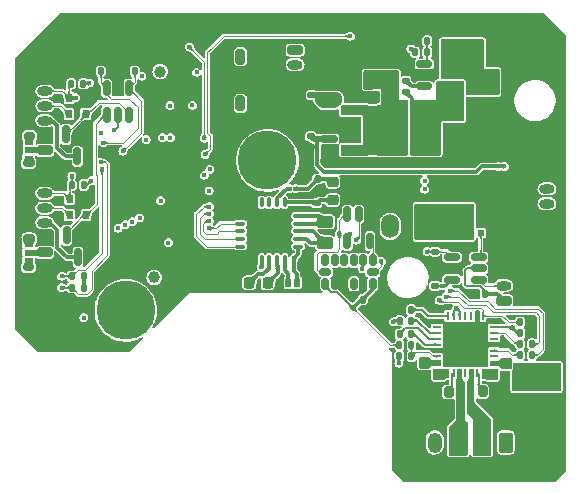
<source format=gbl>
%TF.GenerationSoftware,KiCad,Pcbnew,(6.0.6)*%
%TF.CreationDate,2022-08-02T13:49:19+08:00*%
%TF.ProjectId,Stealthburner_Toolhead_PCB,53746561-6c74-4686-9275-726e65725f54,rev?*%
%TF.SameCoordinates,Original*%
%TF.FileFunction,Copper,L4,Bot*%
%TF.FilePolarity,Positive*%
%FSLAX46Y46*%
G04 Gerber Fmt 4.6, Leading zero omitted, Abs format (unit mm)*
G04 Created by KiCad (PCBNEW (6.0.6)) date 2022-08-02 13:49:19*
%MOMM*%
%LPD*%
G01*
G04 APERTURE LIST*
G04 Aperture macros list*
%AMRoundRect*
0 Rectangle with rounded corners*
0 $1 Rounding radius*
0 $2 $3 $4 $5 $6 $7 $8 $9 X,Y pos of 4 corners*
0 Add a 4 corners polygon primitive as box body*
4,1,4,$2,$3,$4,$5,$6,$7,$8,$9,$2,$3,0*
0 Add four circle primitives for the rounded corners*
1,1,$1+$1,$2,$3*
1,1,$1+$1,$4,$5*
1,1,$1+$1,$6,$7*
1,1,$1+$1,$8,$9*
0 Add four rect primitives between the rounded corners*
20,1,$1+$1,$2,$3,$4,$5,0*
20,1,$1+$1,$4,$5,$6,$7,0*
20,1,$1+$1,$6,$7,$8,$9,0*
20,1,$1+$1,$8,$9,$2,$3,0*%
%AMFreePoly0*
4,1,17,1.370000,0.720000,0.950000,0.720000,0.950000,0.580000,1.370000,0.580000,1.370000,0.080000,0.950000,0.080000,0.950000,-0.080000,1.370000,-0.080000,1.370000,-0.580000,0.950000,-0.580000,0.950000,-0.720000,1.371000,-0.720000,1.371000,-1.225000,-0.950000,-1.225000,-0.950000,1.225000,1.370000,1.225000,1.370000,0.720000,1.370000,0.720000,$1*%
G04 Aperture macros list end*
%TA.AperFunction,ComponentPad*%
%ADD10RoundRect,0.200000X-0.200000X-0.450000X0.200000X-0.450000X0.200000X0.450000X-0.200000X0.450000X0*%
%TD*%
%TA.AperFunction,ComponentPad*%
%ADD11O,0.800000X1.300000*%
%TD*%
%TA.AperFunction,ComponentPad*%
%ADD12RoundRect,0.250001X0.499999X0.759999X-0.499999X0.759999X-0.499999X-0.759999X0.499999X-0.759999X0*%
%TD*%
%TA.AperFunction,ComponentPad*%
%ADD13O,1.500000X2.020000*%
%TD*%
%TA.AperFunction,ComponentPad*%
%ADD14RoundRect,0.200000X0.450000X-0.200000X0.450000X0.200000X-0.450000X0.200000X-0.450000X-0.200000X0*%
%TD*%
%TA.AperFunction,ComponentPad*%
%ADD15O,1.300000X0.800000*%
%TD*%
%TA.AperFunction,ComponentPad*%
%ADD16R,1.600000X1.600000*%
%TD*%
%TA.AperFunction,ComponentPad*%
%ADD17C,1.600000*%
%TD*%
%TA.AperFunction,ComponentPad*%
%ADD18C,1.000000*%
%TD*%
%TA.AperFunction,ComponentPad*%
%ADD19C,5.000000*%
%TD*%
%TA.AperFunction,ComponentPad*%
%ADD20RoundRect,0.200000X-0.450000X0.200000X-0.450000X-0.200000X0.450000X-0.200000X0.450000X0.200000X0*%
%TD*%
%TA.AperFunction,ComponentPad*%
%ADD21RoundRect,0.250001X-0.759999X0.499999X-0.759999X-0.499999X0.759999X-0.499999X0.759999X0.499999X0*%
%TD*%
%TA.AperFunction,ComponentPad*%
%ADD22O,2.020000X1.500000*%
%TD*%
%TA.AperFunction,SMDPad,CuDef*%
%ADD23RoundRect,0.225000X0.250000X-0.225000X0.250000X0.225000X-0.250000X0.225000X-0.250000X-0.225000X0*%
%TD*%
%TA.AperFunction,SMDPad,CuDef*%
%ADD24RoundRect,0.225000X-0.250000X0.225000X-0.250000X-0.225000X0.250000X-0.225000X0.250000X0.225000X0*%
%TD*%
%TA.AperFunction,SMDPad,CuDef*%
%ADD25RoundRect,0.150000X-0.512500X-0.150000X0.512500X-0.150000X0.512500X0.150000X-0.512500X0.150000X0*%
%TD*%
%TA.AperFunction,SMDPad,CuDef*%
%ADD26RoundRect,0.075000X0.337500X0.075000X-0.337500X0.075000X-0.337500X-0.075000X0.337500X-0.075000X0*%
%TD*%
%TA.AperFunction,SMDPad,CuDef*%
%ADD27RoundRect,0.075000X0.075000X0.337500X-0.075000X0.337500X-0.075000X-0.337500X0.075000X-0.337500X0*%
%TD*%
%TA.AperFunction,SMDPad,CuDef*%
%ADD28R,3.250000X3.250000*%
%TD*%
%TA.AperFunction,SMDPad,CuDef*%
%ADD29RoundRect,0.135000X0.135000X0.185000X-0.135000X0.185000X-0.135000X-0.185000X0.135000X-0.185000X0*%
%TD*%
%TA.AperFunction,SMDPad,CuDef*%
%ADD30RoundRect,0.135000X-0.135000X-0.185000X0.135000X-0.185000X0.135000X0.185000X-0.135000X0.185000X0*%
%TD*%
%TA.AperFunction,SMDPad,CuDef*%
%ADD31RoundRect,0.140000X0.140000X0.170000X-0.140000X0.170000X-0.140000X-0.170000X0.140000X-0.170000X0*%
%TD*%
%TA.AperFunction,SMDPad,CuDef*%
%ADD32RoundRect,0.150000X-0.150000X0.587500X-0.150000X-0.587500X0.150000X-0.587500X0.150000X0.587500X0*%
%TD*%
%TA.AperFunction,SMDPad,CuDef*%
%ADD33RoundRect,0.150000X-0.587500X-0.150000X0.587500X-0.150000X0.587500X0.150000X-0.587500X0.150000X0*%
%TD*%
%TA.AperFunction,SMDPad,CuDef*%
%ADD34RoundRect,0.140000X0.170000X-0.140000X0.170000X0.140000X-0.170000X0.140000X-0.170000X-0.140000X0*%
%TD*%
%TA.AperFunction,SMDPad,CuDef*%
%ADD35RoundRect,0.140000X-0.140000X-0.170000X0.140000X-0.170000X0.140000X0.170000X-0.140000X0.170000X0*%
%TD*%
%TA.AperFunction,SMDPad,CuDef*%
%ADD36R,0.630000X0.500000*%
%TD*%
%TA.AperFunction,SMDPad,CuDef*%
%ADD37FreePoly0,180.000000*%
%TD*%
%TA.AperFunction,SMDPad,CuDef*%
%ADD38R,0.600000X0.700000*%
%TD*%
%TA.AperFunction,SMDPad,CuDef*%
%ADD39RoundRect,0.250000X-0.450000X0.262500X-0.450000X-0.262500X0.450000X-0.262500X0.450000X0.262500X0*%
%TD*%
%TA.AperFunction,SMDPad,CuDef*%
%ADD40RoundRect,0.200000X-0.200000X-0.275000X0.200000X-0.275000X0.200000X0.275000X-0.200000X0.275000X0*%
%TD*%
%TA.AperFunction,SMDPad,CuDef*%
%ADD41RoundRect,0.200000X0.200000X0.275000X-0.200000X0.275000X-0.200000X-0.275000X0.200000X-0.275000X0*%
%TD*%
%TA.AperFunction,SMDPad,CuDef*%
%ADD42RoundRect,0.150000X-0.150000X0.512500X-0.150000X-0.512500X0.150000X-0.512500X0.150000X0.512500X0*%
%TD*%
%TA.AperFunction,SMDPad,CuDef*%
%ADD43R,1.200000X0.900000*%
%TD*%
%TA.AperFunction,SMDPad,CuDef*%
%ADD44R,1.200000X3.700000*%
%TD*%
%TA.AperFunction,SMDPad,CuDef*%
%ADD45RoundRect,0.140000X-0.170000X0.140000X-0.170000X-0.140000X0.170000X-0.140000X0.170000X0.140000X0*%
%TD*%
%TA.AperFunction,SMDPad,CuDef*%
%ADD46R,0.800000X0.500000*%
%TD*%
%TA.AperFunction,SMDPad,CuDef*%
%ADD47R,0.762000X0.254000*%
%TD*%
%TA.AperFunction,SMDPad,CuDef*%
%ADD48R,0.254000X0.762000*%
%TD*%
%TA.AperFunction,SMDPad,CuDef*%
%ADD49R,3.800000X3.800000*%
%TD*%
%TA.AperFunction,SMDPad,CuDef*%
%ADD50RoundRect,0.150000X0.150000X-0.325000X0.150000X0.325000X-0.150000X0.325000X-0.150000X-0.325000X0*%
%TD*%
%TA.AperFunction,SMDPad,CuDef*%
%ADD51RoundRect,0.150000X0.325000X-0.150000X0.325000X0.150000X-0.325000X0.150000X-0.325000X-0.150000X0*%
%TD*%
%TA.AperFunction,SMDPad,CuDef*%
%ADD52R,0.500000X0.800000*%
%TD*%
%TA.AperFunction,SMDPad,CuDef*%
%ADD53RoundRect,0.218750X-0.256250X0.218750X-0.256250X-0.218750X0.256250X-0.218750X0.256250X0.218750X0*%
%TD*%
%TA.AperFunction,SMDPad,CuDef*%
%ADD54RoundRect,0.250000X-0.250000X-0.475000X0.250000X-0.475000X0.250000X0.475000X-0.250000X0.475000X0*%
%TD*%
%TA.AperFunction,SMDPad,CuDef*%
%ADD55RoundRect,0.135000X-0.185000X0.135000X-0.185000X-0.135000X0.185000X-0.135000X0.185000X0.135000X0*%
%TD*%
%TA.AperFunction,ComponentPad*%
%ADD56RoundRect,0.250000X0.350000X0.625000X-0.350000X0.625000X-0.350000X-0.625000X0.350000X-0.625000X0*%
%TD*%
%TA.AperFunction,ComponentPad*%
%ADD57O,1.200000X1.750000*%
%TD*%
%TA.AperFunction,SMDPad,CuDef*%
%ADD58RoundRect,0.225000X0.225000X0.250000X-0.225000X0.250000X-0.225000X-0.250000X0.225000X-0.250000X0*%
%TD*%
%TA.AperFunction,SMDPad,CuDef*%
%ADD59R,1.100000X1.100000*%
%TD*%
%TA.AperFunction,SMDPad,CuDef*%
%ADD60RoundRect,0.135000X0.185000X-0.135000X0.185000X0.135000X-0.185000X0.135000X-0.185000X-0.135000X0*%
%TD*%
%TA.AperFunction,ViaPad*%
%ADD61C,0.450000*%
%TD*%
%TA.AperFunction,Conductor*%
%ADD62C,0.500000*%
%TD*%
%TA.AperFunction,Conductor*%
%ADD63C,0.200000*%
%TD*%
%TA.AperFunction,Conductor*%
%ADD64C,0.300000*%
%TD*%
%TA.AperFunction,Conductor*%
%ADD65C,0.120000*%
%TD*%
G04 APERTURE END LIST*
D10*
%TO.P,J4,1,Pin_1*%
%TO.N,Net-(C13-Pad1)*%
X119278400Y-103835200D03*
D11*
%TO.P,J4,2,Pin_2*%
%TO.N,GND*%
X120528400Y-103835200D03*
%TD*%
D12*
%TO.P,J9,1,Pin_1*%
%TO.N,Net-(J9-Pad1)*%
X134951600Y-114241600D03*
D13*
%TO.P,J9,2,Pin_2*%
%TO.N,+24V*%
X131951600Y-114241600D03*
%TD*%
D14*
%TO.P,J7,1,Pin_1*%
%TO.N,Net-(J7-Pad1)*%
X102710400Y-116444400D03*
D15*
%TO.P,J7,2,Pin_2*%
%TO.N,GND*%
X102710400Y-115194400D03*
%TO.P,J7,3,Pin_3*%
%TO.N,Net-(J7-Pad3)*%
X102710400Y-113944400D03*
%TO.P,J7,4,Pin_4*%
%TO.N,Net-(D3-Pad2)*%
X102710400Y-112694400D03*
%TO.P,J7,5,Pin_5*%
%TO.N,/FAN1_DET*%
X102710400Y-111444400D03*
%TD*%
D16*
%TO.P,C32,1*%
%TO.N,+24V*%
X143611600Y-126630421D03*
D17*
%TO.P,C32,2*%
%TO.N,GND*%
X143611600Y-129130421D03*
%TD*%
D18*
%TO.P,J3,1,Pin_1*%
%TO.N,Net-(J3-Pad1)*%
X112471200Y-101142800D03*
%TD*%
D19*
%TO.P,H2,1,1*%
%TO.N,unconnected-(H2-Pad1)*%
X121564400Y-108661200D03*
%TD*%
D20*
%TO.P,J2,1,Pin_1*%
%TO.N,+24V*%
X123901200Y-99314000D03*
D15*
%TO.P,J2,2,Pin_2*%
%TO.N,Net-(D2-Pad1)*%
X123901200Y-100564000D03*
%TO.P,J2,3,Pin_3*%
%TO.N,GND*%
X123901200Y-101814000D03*
%TD*%
D14*
%TO.P,J8,1,Pin_1*%
%TO.N,+5V*%
X141572400Y-120528400D03*
D15*
%TO.P,J8,2,Pin_2*%
%TO.N,Net-(J8-Pad2)*%
X141572400Y-119278400D03*
%TO.P,J8,3,Pin_3*%
%TO.N,GND*%
X141572400Y-118028400D03*
%TD*%
D19*
%TO.P,H1,1,1*%
%TO.N,unconnected-(H1-Pad1)*%
X109575600Y-121361200D03*
%TD*%
D18*
%TO.P,TP1,1,1*%
%TO.N,/RUN*%
X111963200Y-118567200D03*
%TD*%
D14*
%TO.P,J10,1,Pin_1*%
%TO.N,Net-(J10-Pad1)*%
X102717600Y-107797600D03*
D15*
%TO.P,J10,2,Pin_2*%
%TO.N,GND*%
X102717600Y-106547600D03*
%TO.P,J10,3,Pin_3*%
%TO.N,Net-(J10-Pad3)*%
X102717600Y-105297600D03*
%TO.P,J10,4,Pin_4*%
%TO.N,Net-(D5-Pad2)*%
X102717600Y-104047600D03*
%TO.P,J10,5,Pin_5*%
%TO.N,/FAN2_DET*%
X102717600Y-102797600D03*
%TD*%
D14*
%TO.P,J5,1,Pin_1*%
%TO.N,GND*%
X145230000Y-113568800D03*
D15*
%TO.P,J5,2,Pin_2*%
%TO.N,Net-(J5-Pad2)*%
X145230000Y-112318800D03*
%TO.P,J5,3,Pin_3*%
%TO.N,Net-(J5-Pad3)*%
X145230000Y-111068800D03*
%TD*%
D21*
%TO.P,J1,1,Pin_1*%
%TO.N,+24V*%
X139895600Y-102081200D03*
D22*
%TO.P,J1,2,Pin_2*%
%TO.N,GND*%
X139895600Y-105081200D03*
%TD*%
D10*
%TO.P,J6,1,Pin_1*%
%TO.N,Net-(C17-Pad1)*%
X119278400Y-99872800D03*
D11*
%TO.P,J6,2,Pin_2*%
%TO.N,GND*%
X120528400Y-99872800D03*
%TD*%
D23*
%TO.P,C12,1*%
%TO.N,+12V*%
X130403600Y-101829200D03*
%TO.P,C12,2*%
%TO.N,GND*%
X130403600Y-100279200D03*
%TD*%
D24*
%TO.P,C5,1*%
%TO.N,+12V*%
X130454400Y-107276600D03*
%TO.P,C5,2*%
%TO.N,GND*%
X130454400Y-108826600D03*
%TD*%
D25*
%TO.P,U1,1,CB*%
%TO.N,Net-(C7-Pad2)*%
X134831700Y-102397600D03*
%TO.P,U1,2,GND*%
%TO.N,GND*%
X134831700Y-101447600D03*
%TO.P,U1,3,FB*%
%TO.N,Net-(R2-Pad2)*%
X134831700Y-100497600D03*
%TO.P,U1,4,EN*%
%TO.N,+24V*%
X137106700Y-100497600D03*
%TO.P,U1,5,VIN*%
X137106700Y-101447600D03*
%TO.P,U1,6,SW*%
%TO.N,Net-(C7-Pad1)*%
X137106700Y-102397600D03*
%TD*%
D26*
%TO.P,U13,1,BIAS*%
%TO.N,Net-(R31-Pad1)*%
X124154300Y-113355600D03*
%TO.P,U13,2,REFIN+*%
X124154300Y-114005600D03*
%TO.P,U13,3,REFIN-*%
%TO.N,Net-(R31-Pad2)*%
X124154300Y-114655600D03*
%TO.P,U13,4,ISENSOR*%
X124154300Y-115305600D03*
%TO.P,U13,5,FORCE+*%
%TO.N,/FORCE+*%
X124154300Y-115955600D03*
D27*
%TO.P,U13,6,FORCE2*%
%TO.N,/FORCE2*%
X123016800Y-117093100D03*
%TO.P,U13,7,RTDIN+*%
%TO.N,/RTDIN+*%
X122366800Y-117093100D03*
%TO.P,U13,8,RTDIN-*%
%TO.N,/RTDIN-*%
X121716800Y-117093100D03*
%TO.P,U13,9,FORCE-*%
%TO.N,/FORCE-*%
X121066800Y-117093100D03*
%TO.P,U13,10,GND*%
%TO.N,GND*%
X120416800Y-117093100D03*
D26*
%TO.P,U13,11,SDI*%
%TO.N,/SPI0_MOSI*%
X119279300Y-115955600D03*
%TO.P,U13,12,SCLK*%
%TO.N,/SPI0_CLK*%
X119279300Y-115305600D03*
%TO.P,U13,13,~{CS}*%
%TO.N,/SPI0_CS1*%
X119279300Y-114655600D03*
%TO.P,U13,14,SDO*%
%TO.N,/SPI0_MISO*%
X119279300Y-114005600D03*
%TO.P,U13,15,DGND*%
%TO.N,GND*%
X119279300Y-113355600D03*
D27*
%TO.P,U13,16,GND*%
X120416800Y-112218100D03*
%TO.P,U13,17,NC*%
%TO.N,unconnected-(U13-Pad17)*%
X121066800Y-112218100D03*
%TO.P,U13,18,~{DRDY}*%
%TO.N,unconnected-(U13-Pad18)*%
X121716800Y-112218100D03*
%TO.P,U13,19,DVDD*%
%TO.N,+3V3*%
X122366800Y-112218100D03*
%TO.P,U13,20,VDD*%
%TO.N,Net-(C31-Pad1)*%
X123016800Y-112218100D03*
D28*
%TO.P,U13,21,GND*%
%TO.N,GND*%
X121716800Y-114655600D03*
%TD*%
D29*
%TO.P,R25,1*%
%TO.N,/E-STEP*%
X143969200Y-124206000D03*
%TO.P,R25,2*%
%TO.N,Net-(R25-Pad2)*%
X142949200Y-124206000D03*
%TD*%
D30*
%TO.P,R13,1*%
%TO.N,/FAN1_PWM*%
X107465400Y-101117400D03*
%TO.P,R13,2*%
%TO.N,GND*%
X108485400Y-101117400D03*
%TD*%
D31*
%TO.P,C27,1*%
%TO.N,GND*%
X143937200Y-123291600D03*
%TO.P,C27,2*%
%TO.N,+3V3*%
X142977200Y-123291600D03*
%TD*%
D30*
%TO.P,R28,1*%
%TO.N,+3V3*%
X132738400Y-124307600D03*
%TO.P,R28,2*%
%TO.N,Net-(R24-Pad2)*%
X133758400Y-124307600D03*
%TD*%
D23*
%TO.P,C10,1*%
%TO.N,+12V*%
X131876800Y-101829200D03*
%TO.P,C10,2*%
%TO.N,GND*%
X131876800Y-100279200D03*
%TD*%
%TO.P,C6,1*%
%TO.N,+12V*%
X130454400Y-104965800D03*
%TO.P,C6,2*%
%TO.N,GND*%
X130454400Y-103415800D03*
%TD*%
D32*
%TO.P,Q1,1,G*%
%TO.N,Net-(D3-Pad1)*%
X104561600Y-114988100D03*
%TO.P,Q1,2,S*%
%TO.N,GND*%
X106461600Y-114988100D03*
%TO.P,Q1,3,D*%
%TO.N,Net-(J7-Pad3)*%
X105511600Y-116863100D03*
%TD*%
D31*
%TO.P,C34,1*%
%TO.N,Net-(C34-Pad1)*%
X133728400Y-123393200D03*
%TO.P,C34,2*%
%TO.N,Net-(C34-Pad2)*%
X132768400Y-123393200D03*
%TD*%
D33*
%TO.P,U3,1,GND*%
%TO.N,GND*%
X126773700Y-105344000D03*
%TO.P,U3,2,OUT*%
%TO.N,+3V3*%
X126773700Y-103444000D03*
%TO.P,U3,3,IN*%
%TO.N,+12V*%
X128648700Y-104394000D03*
%TD*%
D34*
%TO.P,C31,1*%
%TO.N,Net-(C31-Pad1)*%
X125730000Y-112290800D03*
%TO.P,C31,2*%
%TO.N,GND*%
X125730000Y-111330800D03*
%TD*%
D35*
%TO.P,C35,1*%
%TO.N,+3V3*%
X129618800Y-120446800D03*
%TO.P,C35,2*%
%TO.N,GND*%
X130578800Y-120446800D03*
%TD*%
D32*
%TO.P,Q2,1,G*%
%TO.N,Net-(D5-Pad1)*%
X104510800Y-106453700D03*
%TO.P,Q2,2,S*%
%TO.N,GND*%
X106410800Y-106453700D03*
%TO.P,Q2,3,D*%
%TO.N,Net-(J10-Pad3)*%
X105460800Y-108328700D03*
%TD*%
D36*
%TO.P,Q3,1,S*%
%TO.N,GND*%
X139612400Y-112872400D03*
%TO.P,Q3,2,S*%
X139612400Y-113512400D03*
%TO.P,Q3,3,S*%
X139612400Y-114172400D03*
%TO.P,Q3,4,G*%
%TO.N,Net-(Q3-Pad4)*%
X139612400Y-114812400D03*
D37*
%TO.P,Q3,5,D*%
%TO.N,Net-(J9-Pad1)*%
X137787400Y-113842400D03*
%TD*%
D38*
%TO.P,D3,1,K*%
%TO.N,Net-(D3-Pad1)*%
X106211600Y-113309400D03*
%TO.P,D3,2,A*%
%TO.N,Net-(D3-Pad2)*%
X104811600Y-113309400D03*
%TD*%
%TO.P,D6,1,A1*%
%TO.N,GND*%
X106160800Y-103352600D03*
%TO.P,D6,2,A2*%
%TO.N,/FAN2_DET*%
X104760800Y-103352600D03*
%TD*%
D39*
%TO.P,R31,1*%
%TO.N,Net-(R31-Pad1)*%
X126441200Y-113844700D03*
%TO.P,R31,2*%
%TO.N,Net-(R31-Pad2)*%
X126441200Y-115669700D03*
%TD*%
D40*
%TO.P,R29,1*%
%TO.N,Net-(R29-Pad1)*%
X139789400Y-128219200D03*
%TO.P,R29,2*%
%TO.N,GND*%
X141439400Y-128219200D03*
%TD*%
D31*
%TO.P,C33,1*%
%TO.N,Net-(C33-Pad1)*%
X133728400Y-122224800D03*
%TO.P,C33,2*%
%TO.N,+24V*%
X132768400Y-122224800D03*
%TD*%
D41*
%TO.P,R30,1*%
%TO.N,Net-(R30-Pad1)*%
X136918200Y-128270000D03*
%TO.P,R30,2*%
%TO.N,GND*%
X135268200Y-128270000D03*
%TD*%
D29*
%TO.P,R20,1*%
%TO.N,+3V3*%
X105970800Y-102184200D03*
%TO.P,R20,2*%
%TO.N,/FAN2_DET*%
X104950800Y-102184200D03*
%TD*%
D30*
%TO.P,R2,1*%
%TO.N,+12V*%
X134059200Y-99517200D03*
%TO.P,R2,2*%
%TO.N,Net-(R2-Pad2)*%
X135079200Y-99517200D03*
%TD*%
D35*
%TO.P,C28,1*%
%TO.N,GND*%
X132768400Y-121310400D03*
%TO.P,C28,2*%
%TO.N,Net-(C28-Pad2)*%
X133728400Y-121310400D03*
%TD*%
D42*
%TO.P,U11,1*%
%TO.N,/SPI0_CS2*%
X128336000Y-113213300D03*
%TO.P,U11,2*%
%TO.N,/SPI0_MOSI*%
X129286000Y-113213300D03*
%TO.P,U11,3,GND*%
%TO.N,GND*%
X130236000Y-113213300D03*
%TO.P,U11,4*%
%TO.N,Net-(U11-Pad4)*%
X130236000Y-115488300D03*
%TO.P,U11,5,VCC*%
%TO.N,+3V3*%
X128336000Y-115488300D03*
%TD*%
D43*
%TO.P,D1,1,K*%
%TO.N,Net-(C7-Pad1)*%
X137086800Y-104166400D03*
%TO.P,D1,2,A*%
%TO.N,GND*%
X137086800Y-107466400D03*
%TD*%
D44*
%TO.P,L1,1,1*%
%TO.N,Net-(C7-Pad1)*%
X134981600Y-105714800D03*
%TO.P,L1,2,2*%
%TO.N,+12V*%
X132181600Y-105714800D03*
%TD*%
D35*
%TO.P,C25,1*%
%TO.N,GND*%
X139016800Y-119989600D03*
%TO.P,C25,2*%
%TO.N,+5V*%
X139976800Y-119989600D03*
%TD*%
D45*
%TO.P,C9,1*%
%TO.N,+3V3*%
X125272800Y-103152000D03*
%TO.P,C9,2*%
%TO.N,GND*%
X125272800Y-104112000D03*
%TD*%
D29*
%TO.P,R27,1*%
%TO.N,GND*%
X143967200Y-122377200D03*
%TO.P,R27,2*%
%TO.N,/UART*%
X142947200Y-122377200D03*
%TD*%
D45*
%TO.P,C8,1*%
%TO.N,+5V*%
X125222000Y-106606400D03*
%TO.P,C8,2*%
%TO.N,GND*%
X125222000Y-107566400D03*
%TD*%
D29*
%TO.P,R16,1*%
%TO.N,+3V3*%
X106021600Y-110744000D03*
%TO.P,R16,2*%
%TO.N,/FAN1_DET*%
X105001600Y-110744000D03*
%TD*%
D46*
%TO.P,JP2,1,A*%
%TO.N,+24V*%
X101396800Y-107086400D03*
%TO.P,JP2,2,C*%
%TO.N,Net-(J10-Pad1)*%
X101396800Y-107797600D03*
%TO.P,JP2,3,B*%
%TO.N,+12V*%
X101371400Y-108508800D03*
%TD*%
D47*
%TO.P,U12,1,OB2*%
%TO.N,/E-B2*%
X135902700Y-125756800D03*
%TO.P,U12,2,ENN*%
%TO.N,Net-(R24-Pad2)*%
X135902700Y-125256801D03*
%TO.P,U12,3,GND*%
%TO.N,GND*%
X135902700Y-124756799D03*
%TO.P,U12,4,CPO*%
%TO.N,Net-(C34-Pad1)*%
X135902700Y-124256800D03*
%TO.P,U12,5,CPI*%
%TO.N,Net-(C34-Pad2)*%
X135902700Y-123756801D03*
%TO.P,U12,6,VCP*%
%TO.N,Net-(C33-Pad1)*%
X135902700Y-123256799D03*
%TO.P,U12,7,SPREAD*%
%TO.N,unconnected-(U12-Pad7)*%
X135902700Y-122756800D03*
D48*
%TO.P,U12,8,5VOUT*%
%TO.N,Net-(C28-Pad2)*%
X136828400Y-121831100D03*
%TO.P,U12,9,MS1_AD0*%
%TO.N,+3V3*%
X137328399Y-121831100D03*
%TO.P,U12,10,MS2_AD1*%
X137828401Y-121831100D03*
%TO.P,U12,11,DIAG*%
%TO.N,/E-DIAG*%
X138328400Y-121831100D03*
%TO.P,U12,12,INDEX*%
%TO.N,unconnected-(U12-Pad12)*%
X138828399Y-121831100D03*
%TO.P,U12,13,CLK*%
%TO.N,GND*%
X139328401Y-121831100D03*
%TO.P,U12,14,PDN_UART*%
%TO.N,/UART*%
X139828400Y-121831100D03*
D47*
%TO.P,U12,15,VCC_IO*%
%TO.N,+3V3*%
X140754100Y-122756800D03*
%TO.P,U12,16,STEP*%
%TO.N,Net-(R25-Pad2)*%
X140754100Y-123256799D03*
%TO.P,U12,17,VREF*%
%TO.N,unconnected-(U12-Pad17)*%
X140754100Y-123756801D03*
%TO.P,U12,18,GND*%
%TO.N,GND*%
X140754100Y-124256800D03*
%TO.P,U12,19,DIR*%
%TO.N,Net-(R26-Pad2)*%
X140754100Y-124756799D03*
%TO.P,U12,20,STDBY*%
%TO.N,unconnected-(U12-Pad20)*%
X140754100Y-125256801D03*
%TO.P,U12,21,OA2*%
%TO.N,/E-A2*%
X140754100Y-125756800D03*
D48*
%TO.P,U12,22,VS*%
%TO.N,+24V*%
X139828400Y-126682500D03*
%TO.P,U12,23,BRA*%
%TO.N,Net-(R29-Pad1)*%
X139328401Y-126682500D03*
%TO.P,U12,24,OA1*%
%TO.N,/E-A1*%
X138828399Y-126682500D03*
%TO.P,U12,25,NC*%
%TO.N,unconnected-(U12-Pad25)*%
X138328400Y-126682500D03*
%TO.P,U12,26,OB1*%
%TO.N,/E-B1*%
X137828401Y-126682500D03*
%TO.P,U12,27,BRB*%
%TO.N,Net-(R30-Pad1)*%
X137328399Y-126682500D03*
%TO.P,U12,28,VS*%
%TO.N,+24V*%
X136828400Y-126682500D03*
D49*
%TO.P,U12,29,EPAD*%
%TO.N,GND*%
X138328400Y-124256800D03*
%TD*%
D29*
%TO.P,R22,1*%
%TO.N,+3V3*%
X106021600Y-119430800D03*
%TO.P,R22,2*%
%TO.N,/IIC0_SDA*%
X105001600Y-119430800D03*
%TD*%
D50*
%TO.P,U14,1,Vdd_I/O*%
%TO.N,+3V3*%
X130473200Y-119110000D03*
%TO.P,U14,2,GND*%
%TO.N,GND*%
X129673200Y-119110000D03*
%TO.P,U14,3,RES*%
%TO.N,unconnected-(U14-Pad3)*%
X128873200Y-119110000D03*
%TO.P,U14,4,GND*%
%TO.N,GND*%
X128073200Y-119110000D03*
%TO.P,U14,5,GND*%
X127273200Y-119110000D03*
%TO.P,U14,6,Vs*%
%TO.N,+3V3*%
X126473200Y-119110000D03*
D51*
%TO.P,U14,7,~{CS}*%
%TO.N,/SPI0_CS2*%
X126473200Y-118110000D03*
D50*
%TO.P,U14,8,INT1*%
%TO.N,unconnected-(U14-Pad8)*%
X126473200Y-117110000D03*
%TO.P,U14,9,INT2*%
%TO.N,unconnected-(U14-Pad9)*%
X127273200Y-117110000D03*
%TO.P,U14,10,NC*%
%TO.N,unconnected-(U14-Pad10)*%
X128073200Y-117110000D03*
%TO.P,U14,11,RES*%
%TO.N,unconnected-(U14-Pad11)*%
X128873200Y-117110000D03*
%TO.P,U14,12,SDO/ADDR*%
%TO.N,/SPI0_MISO*%
X129673200Y-117110000D03*
%TO.P,U14,13,SDA/SDI/SDIO*%
%TO.N,Net-(U11-Pad4)*%
X130473200Y-117110000D03*
D51*
%TO.P,U14,14,SCL/SCLK*%
%TO.N,/SPI0_CLK*%
X130473200Y-118110000D03*
%TD*%
D29*
%TO.P,R3,1*%
%TO.N,Net-(R2-Pad2)*%
X135079200Y-98552000D03*
%TO.P,R3,2*%
%TO.N,GND*%
X134059200Y-98552000D03*
%TD*%
D38*
%TO.P,D5,1,K*%
%TO.N,Net-(D5-Pad1)*%
X106160800Y-104749600D03*
%TO.P,D5,2,A*%
%TO.N,Net-(D5-Pad2)*%
X104760800Y-104749600D03*
%TD*%
D52*
%TO.P,JP5,1,A*%
%TO.N,/FORCE+*%
X124053600Y-119024400D03*
%TO.P,JP5,2,C*%
%TO.N,/FORCE2*%
X123342400Y-119024400D03*
%TO.P,JP5,3,B*%
%TO.N,GND*%
X122631200Y-118999000D03*
%TD*%
D46*
%TO.P,JP1,1,A*%
%TO.N,+24V*%
X101371400Y-115747800D03*
%TO.P,JP1,2,C*%
%TO.N,Net-(J7-Pad1)*%
X101371400Y-116459000D03*
%TO.P,JP1,3,B*%
%TO.N,+12V*%
X101346000Y-117170200D03*
%TD*%
D53*
%TO.P,FB1,1*%
%TO.N,+3V3*%
X127101600Y-110464500D03*
%TO.P,FB1,2*%
%TO.N,Net-(C31-Pad1)*%
X127101600Y-112039500D03*
%TD*%
D54*
%TO.P,C1,1*%
%TO.N,+24V*%
X139004000Y-99415600D03*
%TO.P,C1,2*%
%TO.N,GND*%
X140904000Y-99415600D03*
%TD*%
D29*
%TO.P,R23,1*%
%TO.N,+3V3*%
X106021600Y-118465600D03*
%TO.P,R23,2*%
%TO.N,/IIC0_SCL*%
X105001600Y-118465600D03*
%TD*%
D31*
%TO.P,C30,1*%
%TO.N,+3V3*%
X125803600Y-110236000D03*
%TO.P,C30,2*%
%TO.N,GND*%
X124843600Y-110236000D03*
%TD*%
D55*
%TO.P,R19,1*%
%TO.N,/HE*%
X135737600Y-116380800D03*
%TO.P,R19,2*%
%TO.N,GND*%
X135737600Y-117400800D03*
%TD*%
D29*
%TO.P,R26,1*%
%TO.N,/E-DIR*%
X143969200Y-125120400D03*
%TO.P,R26,2*%
%TO.N,Net-(R26-Pad2)*%
X142949200Y-125120400D03*
%TD*%
D33*
%TO.P,U2,1,GND*%
%TO.N,GND*%
X126773700Y-108747600D03*
%TO.P,U2,2,OUT*%
%TO.N,+5V*%
X126773700Y-106847600D03*
%TO.P,U2,3,IN*%
%TO.N,+12V*%
X128648700Y-107797600D03*
%TD*%
D29*
%TO.P,R18,1*%
%TO.N,/FAN2_PWM*%
X110339600Y-101117400D03*
%TO.P,R18,2*%
%TO.N,GND*%
X109319600Y-101117400D03*
%TD*%
D42*
%TO.P,U6,1*%
%TO.N,/FAN1_PWM*%
X107939800Y-102545300D03*
%TO.P,U6,2,GND*%
%TO.N,GND*%
X108889800Y-102545300D03*
%TO.P,U6,3*%
%TO.N,/FAN2_PWM*%
X109839800Y-102545300D03*
%TO.P,U6,4*%
%TO.N,Net-(D5-Pad1)*%
X109839800Y-104820300D03*
%TO.P,U6,5,VCC*%
%TO.N,+5V*%
X108889800Y-104820300D03*
%TO.P,U6,6*%
%TO.N,Net-(D3-Pad1)*%
X107939800Y-104820300D03*
%TD*%
D56*
%TO.P,J12,1,Pin_1*%
%TO.N,/E-A2*%
X141734800Y-132546000D03*
D57*
%TO.P,J12,2,Pin_2*%
%TO.N,/E-A1*%
X139734800Y-132546000D03*
%TO.P,J12,3,Pin_3*%
%TO.N,/E-B1*%
X137734800Y-132546000D03*
%TO.P,J12,4,Pin_4*%
%TO.N,/E-B2*%
X135734800Y-132546000D03*
%TD*%
D58*
%TO.P,C36,1*%
%TO.N,/RTDIN+*%
X121577400Y-119024400D03*
%TO.P,C36,2*%
%TO.N,/RTDIN-*%
X120027400Y-119024400D03*
%TD*%
D59*
%TO.P,D7,1,A1*%
%TO.N,+24V*%
X145491200Y-126616000D03*
%TO.P,D7,2,A2*%
%TO.N,GND*%
X145491200Y-129416000D03*
%TD*%
D30*
%TO.P,R24,1*%
%TO.N,/E-EN*%
X132738400Y-125222000D03*
%TO.P,R24,2*%
%TO.N,Net-(R24-Pad2)*%
X133758400Y-125222000D03*
%TD*%
D60*
%TO.P,R17,1*%
%TO.N,/NEO*%
X135737600Y-119280400D03*
%TO.P,R17,2*%
%TO.N,GND*%
X135737600Y-118260400D03*
%TD*%
D25*
%TO.P,U8,1*%
%TO.N,/NEO*%
X137190900Y-118755200D03*
%TO.P,U8,2,GND*%
%TO.N,GND*%
X137190900Y-117805200D03*
%TO.P,U8,3*%
%TO.N,/HE*%
X137190900Y-116855200D03*
%TO.P,U8,4*%
%TO.N,Net-(Q3-Pad4)*%
X139465900Y-116855200D03*
%TO.P,U8,5,VCC*%
%TO.N,+5V*%
X139465900Y-117805200D03*
%TO.P,U8,6*%
%TO.N,Net-(J8-Pad2)*%
X139465900Y-118755200D03*
%TD*%
D34*
%TO.P,C7,1*%
%TO.N,Net-(C7-Pad1)*%
X133299200Y-102892800D03*
%TO.P,C7,2*%
%TO.N,Net-(C7-Pad2)*%
X133299200Y-101932800D03*
%TD*%
D38*
%TO.P,D4,1,A1*%
%TO.N,GND*%
X106211600Y-111912400D03*
%TO.P,D4,2,A2*%
%TO.N,/FAN1_DET*%
X104811600Y-111912400D03*
%TD*%
D61*
%TO.N,+24V*%
X135839200Y-127000000D03*
X137007600Y-98704400D03*
X137007600Y-99187000D03*
X145491200Y-127711200D03*
X132232400Y-122326400D03*
X137464800Y-98704400D03*
X140817600Y-126542800D03*
X137922000Y-98704400D03*
X101168200Y-106502200D03*
X101625400Y-115163600D03*
X140360400Y-127000000D03*
X140360400Y-126542800D03*
X136296400Y-127000000D03*
X136550400Y-98704400D03*
X137464800Y-99187000D03*
X140817600Y-127000000D03*
X135839200Y-126542800D03*
X136550400Y-99187000D03*
X137922000Y-99187000D03*
X145999200Y-127711200D03*
X101142800Y-115163600D03*
X136296400Y-126542800D03*
X101650800Y-106502200D03*
X144983200Y-127711200D03*
%TO.N,GND*%
X130048000Y-96875600D03*
X137007600Y-125577600D03*
X137668000Y-124942600D03*
X123850400Y-106781600D03*
X144627600Y-106883200D03*
X112217200Y-109778800D03*
X125730000Y-105562400D03*
X144983200Y-133807200D03*
X137668000Y-123621800D03*
X138988800Y-124942600D03*
X113893600Y-120142000D03*
X139649200Y-124282200D03*
X138988800Y-123621800D03*
X101498400Y-112725200D03*
X113030000Y-110591600D03*
X138328400Y-122961400D03*
X112572800Y-99060000D03*
X137007600Y-124942600D03*
X111353600Y-96621600D03*
X144576800Y-129235200D03*
X110591600Y-108966000D03*
X110591600Y-109778800D03*
X137668000Y-125577600D03*
X137007600Y-122961400D03*
X133426200Y-128752600D03*
X145542000Y-133807200D03*
X130657600Y-96875600D03*
X118059200Y-103225600D03*
X101549200Y-102666800D03*
X126288800Y-111201200D03*
X100634800Y-119583200D03*
X112979200Y-99415600D03*
X143560800Y-122783600D03*
X113487200Y-101701600D03*
X138379200Y-119786400D03*
X133426200Y-128244600D03*
X112217200Y-108966000D03*
X107645200Y-99060000D03*
X105816400Y-124460000D03*
X111404400Y-110591600D03*
X114198400Y-109016800D03*
X110591600Y-110591600D03*
X145440400Y-130302000D03*
X139649200Y-125577600D03*
X138328400Y-125577600D03*
X143510000Y-106883200D03*
X133299200Y-100584000D03*
X135788400Y-110845600D03*
X137007600Y-124282200D03*
X133934200Y-128752600D03*
X133934200Y-128244600D03*
X105664000Y-115519200D03*
X111404400Y-108153200D03*
X145999200Y-114858800D03*
X115011200Y-112674400D03*
X106324400Y-124460000D03*
X142544800Y-99872800D03*
X133299200Y-101142800D03*
X112217200Y-110591600D03*
X113030000Y-109778800D03*
X112217200Y-108153200D03*
X113030000Y-108966000D03*
X118059200Y-102666800D03*
X145186400Y-106883200D03*
X111404400Y-108966000D03*
X101549200Y-103733600D03*
X144068800Y-106883200D03*
X101498400Y-112217200D03*
X126339600Y-107594400D03*
X137007600Y-123621800D03*
X105613200Y-107137200D03*
X128981200Y-118110000D03*
X114046000Y-101701600D03*
X133299200Y-100025200D03*
X107086400Y-99060000D03*
X125730000Y-105003600D03*
X142951200Y-106883200D03*
X114604800Y-101701600D03*
X126339600Y-108153200D03*
X111404400Y-109778800D03*
X133426200Y-127736600D03*
X105664000Y-114401600D03*
X136245600Y-117754400D03*
X123494800Y-106426000D03*
X110591600Y-108153200D03*
X100634800Y-119024400D03*
X111810800Y-102108000D03*
X129438400Y-96875600D03*
X138988800Y-124282200D03*
X138988800Y-125577600D03*
X108204000Y-99060000D03*
X139649200Y-123621800D03*
X105664000Y-114960400D03*
X101549200Y-103225600D03*
X109626400Y-100380800D03*
X139649200Y-122961400D03*
X133934200Y-127736600D03*
X144881600Y-114858800D03*
X144576800Y-128727200D03*
X114300000Y-119735600D03*
X118059200Y-102158800D03*
X137668000Y-124282200D03*
X145948400Y-130302000D03*
X113030000Y-108153200D03*
X138328400Y-124282200D03*
X105308400Y-124460000D03*
X142544800Y-100431600D03*
X138328400Y-123621800D03*
X137668000Y-122961400D03*
X138328400Y-124942600D03*
X115366800Y-105003600D03*
X145440400Y-114858800D03*
X139649200Y-124942600D03*
X105613200Y-106578400D03*
X144576800Y-129743200D03*
X144932400Y-130302000D03*
X114503200Y-116636800D03*
X101498400Y-113233200D03*
X138988800Y-122961400D03*
X142544800Y-99314000D03*
X113436400Y-116789200D03*
%TO.N,+12V*%
X133705600Y-99212400D03*
X132435600Y-103174800D03*
X131978400Y-103174800D03*
X101574600Y-117805200D03*
X131521200Y-102717600D03*
X101092000Y-117805200D03*
X132435600Y-102717600D03*
X101600000Y-108966000D03*
X131521200Y-103174800D03*
X131978400Y-102717600D03*
X101117400Y-108966000D03*
%TO.N,+5V*%
X125816400Y-106847600D03*
X141122400Y-109169200D03*
X108585000Y-106121200D03*
X141630400Y-109169200D03*
%TO.N,+1V1*%
X112522000Y-112064800D03*
X111285427Y-106902277D03*
%TO.N,/FAN1_DET*%
X105003600Y-109982000D03*
%TO.N,/D+*%
X134874000Y-111099600D03*
X112674400Y-106730800D03*
%TO.N,/D-*%
X113334800Y-106745381D03*
X134874000Y-110388400D03*
%TO.N,/NEO*%
X136396000Y-119280400D03*
X116211661Y-109911035D03*
%TO.N,/FAN1_PWM*%
X107641673Y-107162600D03*
%TO.N,/FORCE+*%
X123799600Y-116941600D03*
%TO.N,/RTDIN+*%
X122428000Y-117703600D03*
%TO.N,/PROBE*%
X116281200Y-108153200D03*
X128574800Y-98145600D03*
%TO.N,/E-EN*%
X108915200Y-114401600D03*
X132689600Y-125831600D03*
%TO.N,/E-STEP*%
X110134400Y-113842800D03*
X136675951Y-120201243D03*
%TO.N,/E-DIR*%
X137007600Y-119684800D03*
X110744000Y-113538000D03*
%TO.N,/UART*%
X109524800Y-114096800D03*
X136093200Y-120497600D03*
%TO.N,/IIC0_SDA*%
X104140000Y-119430800D03*
X107442000Y-108813600D03*
%TO.N,/IIC0_SCL*%
X104140000Y-118465600D03*
X107543600Y-109423200D03*
%TO.N,/SPI0_MISO*%
X116636800Y-114401600D03*
X129590800Y-117856000D03*
%TO.N,/SPI0_CS1*%
X116636800Y-113792000D03*
%TO.N,/SPI0_CLK*%
X131216400Y-117195600D03*
X116636800Y-113182400D03*
%TO.N,/SPI0_MOSI*%
X116636800Y-112572800D03*
X129082800Y-115417600D03*
%TO.N,/E-B2*%
X134670800Y-126034800D03*
X135128000Y-126034800D03*
X134670800Y-125577600D03*
X135128000Y-125577600D03*
%TO.N,/E-A2*%
X141528800Y-126085600D03*
X141986000Y-126085600D03*
X141528800Y-125628400D03*
X141986000Y-125628400D03*
%TO.N,/RTDIN-*%
X121716800Y-117703600D03*
%TO.N,/FORCE-*%
X121056400Y-117703600D03*
%TO.N,/FAN2_DET*%
X105333800Y-103352600D03*
%TO.N,/FAN2_PWM*%
X109321600Y-107873800D03*
%TO.N,/HE*%
X135077200Y-116382800D03*
X116687600Y-109423200D03*
%TO.N,/NTC*%
X116230400Y-106781600D03*
X114960400Y-99060000D03*
%TO.N,/SPI0_CS2*%
X127660400Y-114909600D03*
X116621374Y-111234152D03*
%TO.N,+3V3*%
X106645075Y-110372525D03*
X126337997Y-103986478D03*
X128795431Y-121151326D03*
X110923200Y-101522400D03*
X106021600Y-118971600D03*
X126795197Y-103986478D03*
X123444000Y-111048800D03*
X107506800Y-106310400D03*
X127252397Y-103986478D03*
X128524000Y-114858800D03*
X106019600Y-121970800D03*
X113309400Y-104013000D03*
X137566400Y-121158000D03*
X115570000Y-101193600D03*
X113182400Y-115620800D03*
X142316200Y-122859800D03*
X106476800Y-102108000D03*
X123901200Y-111048800D03*
X115214400Y-103987600D03*
%TD*%
D62*
%TO.N,+24V*%
X101625400Y-115163600D02*
X101625400Y-115493800D01*
D63*
X132768400Y-122224800D02*
X132334000Y-122224800D01*
D62*
X101142800Y-115163600D02*
X101625400Y-115163600D01*
X101142800Y-115519200D02*
X101371400Y-115747800D01*
X101168200Y-106502200D02*
X101650800Y-106502200D01*
X101625400Y-115493800D02*
X101371400Y-115747800D01*
X101168200Y-106502200D02*
X101168200Y-106730800D01*
X101650800Y-106705400D02*
X101396800Y-106959400D01*
X101142800Y-115163600D02*
X101142800Y-115519200D01*
X101168200Y-106730800D02*
X101396800Y-106959400D01*
D63*
X132334000Y-122224800D02*
X132232400Y-122326400D01*
D62*
X101650800Y-106502200D02*
X101650800Y-106705400D01*
D64*
%TO.N,Net-(C7-Pad1)*%
X133705600Y-103327200D02*
X133807200Y-103428800D01*
X133299200Y-102892800D02*
X133299200Y-102920800D01*
X133299200Y-102920800D02*
X133705600Y-103327200D01*
X133807200Y-103428800D02*
X133807200Y-103733600D01*
%TO.N,Net-(C7-Pad2)*%
X133764000Y-102397600D02*
X134831700Y-102397600D01*
X133299200Y-101932800D02*
X133764000Y-102397600D01*
D62*
%TO.N,+12V*%
X101600000Y-108737400D02*
X101371400Y-108508800D01*
X101574600Y-117805200D02*
X101574600Y-117576600D01*
X101117400Y-108966000D02*
X101117400Y-108762800D01*
X101600000Y-108966000D02*
X101117400Y-108966000D01*
X101574600Y-117576600D02*
X101346000Y-117348000D01*
D65*
X133705600Y-99212400D02*
X133754400Y-99212400D01*
D62*
X101092000Y-117805200D02*
X101092000Y-117602000D01*
D65*
X133754400Y-99212400D02*
X134059200Y-99517200D01*
D62*
X101600000Y-108966000D02*
X101600000Y-108737400D01*
X101117400Y-108762800D02*
X101371400Y-108508800D01*
X101092000Y-117602000D02*
X101346000Y-117348000D01*
X101574600Y-117805200D02*
X101092000Y-117805200D01*
D64*
%TO.N,+5V*%
X125745200Y-106847600D02*
X125782000Y-106884400D01*
D62*
X125816400Y-106847600D02*
X125745200Y-106847600D01*
D64*
X139242800Y-109626400D02*
X139700000Y-109169200D01*
X125782000Y-108152000D02*
X125780800Y-108153200D01*
X126349315Y-109626400D02*
X139242800Y-109626400D01*
X139700000Y-109169200D02*
X141630400Y-109169200D01*
D62*
X126773700Y-106847600D02*
X125816400Y-106847600D01*
D63*
X138480800Y-117805200D02*
X138328400Y-117957600D01*
X139976800Y-119707600D02*
X139976800Y-119989600D01*
X108889800Y-104820300D02*
X108889800Y-105816400D01*
D62*
X125745200Y-106847600D02*
X125463200Y-106847600D01*
D63*
X139598400Y-119329200D02*
X139976800Y-119707600D01*
X138480800Y-119329200D02*
X139598400Y-119329200D01*
X138328400Y-117957600D02*
X138328400Y-119176800D01*
X139465900Y-117805200D02*
X138480800Y-117805200D01*
X108889800Y-105816400D02*
X108585000Y-106121200D01*
D62*
X125463200Y-106847600D02*
X125222000Y-106606400D01*
D64*
X125780800Y-108153200D02*
X125780800Y-109057885D01*
D63*
X138328400Y-119176800D02*
X138480800Y-119329200D01*
D64*
X125780800Y-109057885D02*
X126349315Y-109626400D01*
X141033600Y-119989600D02*
X141572400Y-120528400D01*
X139976800Y-119989600D02*
X141033600Y-119989600D01*
X125782000Y-106884400D02*
X125782000Y-108152000D01*
D65*
%TO.N,/FAN1_DET*%
X104343600Y-111444400D02*
X104811600Y-111912400D01*
X105003600Y-110742000D02*
X105001600Y-110744000D01*
X102710400Y-111444400D02*
X104343600Y-111444400D01*
X104811600Y-110934000D02*
X104811600Y-111912400D01*
X105001600Y-110744000D02*
X104811600Y-110934000D01*
X105003600Y-109982000D02*
X105003600Y-110742000D01*
%TO.N,/NEO*%
X137190900Y-118755200D02*
X136665700Y-119280400D01*
X136665700Y-119280400D02*
X136396000Y-119280400D01*
X136396000Y-119280400D02*
X135737600Y-119280400D01*
D63*
%TO.N,Net-(C28-Pad2)*%
X134670800Y-121310400D02*
X135191500Y-121831100D01*
X135191500Y-121831100D02*
X136828400Y-121831100D01*
X133728400Y-121310400D02*
X134670800Y-121310400D01*
D65*
%TO.N,/FAN1_PWM*%
X108356400Y-103454200D02*
X107939800Y-103037600D01*
X107939800Y-103037600D02*
X107939800Y-102545300D01*
X109880400Y-103454200D02*
X108356400Y-103454200D01*
X107641673Y-107162600D02*
X109296200Y-107162600D01*
X110566200Y-105892600D02*
X110566200Y-104140000D01*
X107465400Y-101117400D02*
X107465400Y-102070900D01*
X109296200Y-107162600D02*
X110566200Y-105892600D01*
X107465400Y-102070900D02*
X107939800Y-102545300D01*
X110566200Y-104140000D02*
X109880400Y-103454200D01*
D64*
%TO.N,/FORCE+*%
X124154300Y-115955600D02*
X124154300Y-116586900D01*
X124154300Y-116586900D02*
X123799600Y-116941600D01*
X124053600Y-118313200D02*
X124053600Y-119024400D01*
X123799600Y-116941600D02*
X123799600Y-118059200D01*
X123799600Y-118059200D02*
X124053600Y-118313200D01*
%TO.N,/RTDIN+*%
X122428000Y-117703600D02*
X122428000Y-118173800D01*
X122366800Y-117642400D02*
X122428000Y-117703600D01*
X122428000Y-118173800D02*
X121577400Y-119024400D01*
X122366800Y-117093100D02*
X122366800Y-117642400D01*
%TO.N,/FORCE2*%
X123342400Y-118262400D02*
X123342400Y-119024400D01*
X123016800Y-117936800D02*
X123342400Y-118262400D01*
X123016800Y-117093100D02*
X123016800Y-117936800D01*
D65*
%TO.N,/PROBE*%
X117856000Y-98145600D02*
X116840000Y-99161600D01*
X116840000Y-99161600D02*
X116484400Y-99517200D01*
X128574800Y-98145600D02*
X117856000Y-98145600D01*
X116484400Y-99517200D02*
X116484400Y-106019600D01*
X116738400Y-107696000D02*
X116281200Y-108153200D01*
X116484400Y-106019600D02*
X116484400Y-106324400D01*
X116484400Y-106324400D02*
X116738400Y-106578400D01*
X116738400Y-106578400D02*
X116738400Y-107696000D01*
%TO.N,/E-EN*%
X132689600Y-125831600D02*
X132689600Y-125270800D01*
X132689600Y-125270800D02*
X132738400Y-125222000D01*
%TO.N,/E-STEP*%
X144272000Y-121513600D02*
X144576800Y-121818400D01*
X136675951Y-120201243D02*
X137778043Y-120201243D01*
X144576800Y-121818400D02*
X144576800Y-124053600D01*
X137778043Y-120201243D02*
X138515280Y-120938480D01*
X144424400Y-124206000D02*
X143969200Y-124206000D01*
X140090080Y-120938480D02*
X140665200Y-121513600D01*
X140665200Y-121513600D02*
X144272000Y-121513600D01*
X144576800Y-124053600D02*
X144424400Y-124206000D01*
X138515280Y-120938480D02*
X140090080Y-120938480D01*
%TO.N,/E-DIR*%
X137718800Y-119684800D02*
X138633200Y-120599200D01*
X144881600Y-121615200D02*
X144881600Y-124663200D01*
X144881600Y-124663200D02*
X144424400Y-125120400D01*
X137007600Y-119684800D02*
X137718800Y-119684800D01*
X144475200Y-121208800D02*
X144881600Y-121615200D01*
X140817600Y-121208800D02*
X144475200Y-121208800D01*
X144424400Y-125120400D02*
X143969200Y-125120400D01*
X138633200Y-120599200D02*
X140208000Y-120599200D01*
X140208000Y-120599200D02*
X140817600Y-121208800D01*
%TO.N,/UART*%
X139828400Y-121337200D02*
X139828400Y-121831100D01*
X138226800Y-121158000D02*
X139649200Y-121158000D01*
X136245600Y-120650000D02*
X137718800Y-120650000D01*
X141439900Y-121831100D02*
X141808200Y-122199400D01*
X136093200Y-120497600D02*
X136245600Y-120650000D01*
X141986000Y-122377200D02*
X142947200Y-122377200D01*
X141808200Y-122199400D02*
X141986000Y-122377200D01*
X137718800Y-120650000D02*
X138226800Y-121158000D01*
X139649200Y-121158000D02*
X139828400Y-121337200D01*
X139828400Y-121831100D02*
X141439900Y-121831100D01*
%TO.N,/IIC0_SDA*%
X105560400Y-119989600D02*
X105001600Y-119430800D01*
X108000800Y-116687600D02*
X106680000Y-118008400D01*
X106680000Y-119583200D02*
X106273600Y-119989600D01*
X107848400Y-108813600D02*
X108000800Y-108966000D01*
X108000800Y-108966000D02*
X108000800Y-116687600D01*
X104140000Y-119430800D02*
X105001600Y-119430800D01*
X106680000Y-118008400D02*
X106680000Y-119583200D01*
X107442000Y-108813600D02*
X107848400Y-108813600D01*
X106273600Y-119989600D02*
X105560400Y-119989600D01*
%TO.N,/IIC0_SCL*%
X107543600Y-116484400D02*
X107543600Y-109423200D01*
X105001600Y-118465600D02*
X105560400Y-117906800D01*
X105560400Y-117906800D02*
X106121200Y-117906800D01*
X106121200Y-117906800D02*
X107543600Y-116484400D01*
X104140000Y-118465600D02*
X105001600Y-118465600D01*
%TO.N,/SPI0_MISO*%
X117195600Y-114401600D02*
X117591600Y-114005600D01*
X129590800Y-117192400D02*
X129673200Y-117110000D01*
X117591600Y-114005600D02*
X119279300Y-114005600D01*
X129590800Y-117856000D02*
X129590800Y-117192400D01*
X116636800Y-114401600D02*
X117195600Y-114401600D01*
%TO.N,/SPI0_CS1*%
X116128800Y-114655600D02*
X116332000Y-114858800D01*
X116332000Y-114858800D02*
X117297200Y-114858800D01*
X116382800Y-113792000D02*
X116128800Y-114046000D01*
X117297200Y-114858800D02*
X117500400Y-114655600D01*
X116128800Y-114046000D02*
X116128800Y-114655600D01*
X117500400Y-114655600D02*
X119279300Y-114655600D01*
X116636800Y-113792000D02*
X116382800Y-113792000D01*
%TO.N,/SPI0_CLK*%
X131216400Y-117602000D02*
X130708400Y-118110000D01*
X116179600Y-113182400D02*
X115824000Y-113538000D01*
X131216400Y-117195600D02*
X131216400Y-117602000D01*
X115824000Y-114858800D02*
X116270800Y-115305600D01*
X116636800Y-113182400D02*
X116179600Y-113182400D01*
X115824000Y-113538000D02*
X115824000Y-114858800D01*
X130708400Y-118110000D02*
X130473200Y-118110000D01*
X116270800Y-115305600D02*
X119279300Y-115305600D01*
%TO.N,/SPI0_MOSI*%
X116412800Y-115955600D02*
X119279300Y-115955600D01*
X116636800Y-112572800D02*
X116179600Y-112572800D01*
X116179600Y-112572800D02*
X115519200Y-113233200D01*
X129082800Y-115417600D02*
X129286000Y-115214400D01*
X115519200Y-115062000D02*
X116412800Y-115955600D01*
X129286000Y-115214400D02*
X129286000Y-113213300D01*
X115519200Y-113233200D02*
X115519200Y-115062000D01*
D64*
%TO.N,/RTDIN-*%
X121716800Y-117703600D02*
X121716800Y-117805200D01*
X121716800Y-117093100D02*
X121716800Y-117703600D01*
X120738600Y-118313200D02*
X120027400Y-119024400D01*
X121208800Y-118313200D02*
X120738600Y-118313200D01*
X121716800Y-117805200D02*
X121208800Y-118313200D01*
%TO.N,/FORCE-*%
X121056400Y-117703600D02*
X121066800Y-117693200D01*
X121066800Y-117693200D02*
X121066800Y-117093100D01*
%TO.N,Net-(C31-Pad1)*%
X125657300Y-112218100D02*
X125730000Y-112290800D01*
X127101600Y-112039500D02*
X125981300Y-112039500D01*
X123016800Y-112218100D02*
X125657300Y-112218100D01*
X125981300Y-112039500D02*
X125730000Y-112290800D01*
D65*
%TO.N,/FAN2_DET*%
X104205800Y-102797600D02*
X104760800Y-103352600D01*
X102717600Y-102797600D02*
X104205800Y-102797600D01*
X104760800Y-102374200D02*
X104950800Y-102184200D01*
X105333800Y-103352600D02*
X104760800Y-103352600D01*
X104760800Y-103352600D02*
X104760800Y-102374200D01*
%TO.N,/FAN2_PWM*%
X109321600Y-107873800D02*
X110896400Y-106299000D01*
X110896400Y-106299000D02*
X110896400Y-103601900D01*
X110896400Y-103601900D02*
X109839800Y-102545300D01*
X110339600Y-102045500D02*
X109839800Y-102545300D01*
X110339600Y-101117400D02*
X110339600Y-102045500D01*
D62*
%TO.N,Net-(J7-Pad1)*%
X102695800Y-116459000D02*
X102710400Y-116444400D01*
X101371400Y-116459000D02*
X102695800Y-116459000D01*
D63*
%TO.N,Net-(C34-Pad1)*%
X134874000Y-124256800D02*
X135902700Y-124256800D01*
X134010400Y-123393200D02*
X134874000Y-124256800D01*
X133728400Y-123393200D02*
X134010400Y-123393200D01*
D65*
%TO.N,Net-(R2-Pad2)*%
X135079200Y-99517200D02*
X135079200Y-100250100D01*
X135079200Y-100250100D02*
X134831700Y-100497600D01*
X135079200Y-98552000D02*
X135079200Y-99517200D01*
%TO.N,Net-(D3-Pad1)*%
X107010200Y-109829600D02*
X107162600Y-109982000D01*
X107010200Y-105537000D02*
X107010200Y-109829600D01*
X107939800Y-104820300D02*
X107726900Y-104820300D01*
X107162600Y-112358400D02*
X106211600Y-113309400D01*
X105968800Y-113309400D02*
X106211600Y-113309400D01*
X107726900Y-104820300D02*
X107010200Y-105537000D01*
X104561600Y-114988100D02*
X104561600Y-114716600D01*
X107162600Y-109982000D02*
X107162600Y-112358400D01*
X104561600Y-114716600D02*
X105968800Y-113309400D01*
%TO.N,Net-(D3-Pad2)*%
X104196600Y-112694400D02*
X104811600Y-113309400D01*
X102710400Y-112694400D02*
X104196600Y-112694400D01*
%TO.N,Net-(D5-Pad1)*%
X106160800Y-104803700D02*
X106160800Y-104749600D01*
X108966000Y-103759000D02*
X109839800Y-104632800D01*
X109839800Y-104632800D02*
X109839800Y-104820300D01*
X106160800Y-104749600D02*
X106299000Y-104749600D01*
X104510800Y-106453700D02*
X106160800Y-104803700D01*
X106299000Y-104749600D02*
X107289600Y-103759000D01*
X107289600Y-103759000D02*
X108966000Y-103759000D01*
%TO.N,Net-(D5-Pad2)*%
X102717600Y-104047600D02*
X104058800Y-104047600D01*
X104058800Y-104047600D02*
X104760800Y-104749600D01*
%TO.N,/HE*%
X137190900Y-116855200D02*
X136716500Y-116380800D01*
X135737600Y-116380800D02*
X135079200Y-116380800D01*
X136716500Y-116380800D02*
X135737600Y-116380800D01*
X135079200Y-116380800D02*
X135077200Y-116382800D01*
D63*
%TO.N,Net-(C34-Pad2)*%
X133248400Y-122834400D02*
X134315200Y-122834400D01*
X134315200Y-122834400D02*
X135237601Y-123756801D01*
X132768400Y-123314400D02*
X133248400Y-122834400D01*
X132768400Y-123393200D02*
X132768400Y-123314400D01*
X135237601Y-123756801D02*
X135902700Y-123756801D01*
D65*
%TO.N,Net-(R24-Pad2)*%
X135569201Y-125256801D02*
X135902700Y-125256801D01*
X133758400Y-125222000D02*
X133807200Y-125222000D01*
X134112000Y-124917200D02*
X135229600Y-124917200D01*
X133758400Y-125222000D02*
X133758400Y-124307600D01*
X135229600Y-124917200D02*
X135569201Y-125256801D01*
X133807200Y-125222000D02*
X134112000Y-124917200D01*
%TO.N,Net-(R25-Pad2)*%
X142595600Y-124206000D02*
X142949200Y-124206000D01*
X141646399Y-123256799D02*
X142595600Y-124206000D01*
X140754100Y-123256799D02*
X141646399Y-123256799D01*
%TO.N,Net-(R26-Pad2)*%
X141927199Y-124756799D02*
X142290800Y-125120400D01*
X140754100Y-124756799D02*
X141927199Y-124756799D01*
X142290800Y-125120400D02*
X142949200Y-125120400D01*
D63*
%TO.N,Net-(C33-Pad1)*%
X135296399Y-123256799D02*
X135902700Y-123256799D01*
X133728400Y-122224800D02*
X134264400Y-122224800D01*
X134264400Y-122224800D02*
X135296399Y-123256799D01*
D65*
%TO.N,/NTC*%
X116230400Y-100330000D02*
X116230400Y-106781600D01*
X114960400Y-99060000D02*
X116230400Y-100330000D01*
D63*
%TO.N,Net-(R29-Pad1)*%
X139446000Y-126796800D02*
X139446000Y-127875800D01*
X139328401Y-126682500D02*
X139331700Y-126682500D01*
X139331700Y-126682500D02*
X139446000Y-126796800D01*
X139446000Y-127875800D02*
X139789400Y-128219200D01*
D64*
%TO.N,Net-(J7-Pad3)*%
X104594900Y-116863100D02*
X105511600Y-116863100D01*
X102710400Y-113944400D02*
X103174800Y-113944400D01*
X103784400Y-114554000D02*
X103784400Y-116052600D01*
X103784400Y-116052600D02*
X104594900Y-116863100D01*
X103174800Y-113944400D02*
X103784400Y-114554000D01*
D65*
%TO.N,Net-(J8-Pad2)*%
X139465900Y-118755200D02*
X139989100Y-119278400D01*
X139989100Y-119278400D02*
X141572400Y-119278400D01*
%TO.N,/SPI0_CS2*%
X125730000Y-117906800D02*
X125933200Y-118110000D01*
X127660400Y-116179600D02*
X127457200Y-116382800D01*
X125730000Y-116586000D02*
X125730000Y-117906800D01*
X127457200Y-116382800D02*
X125933200Y-116382800D01*
X127660400Y-113690400D02*
X128137500Y-113213300D01*
X127660400Y-114909600D02*
X127660400Y-113690400D01*
X127660400Y-114909600D02*
X127660400Y-116179600D01*
X125933200Y-116382800D02*
X125730000Y-116586000D01*
X125933200Y-118110000D02*
X126473200Y-118110000D01*
X128137500Y-113213300D02*
X128336000Y-113213300D01*
D62*
%TO.N,Net-(J10-Pad1)*%
X101396800Y-107797600D02*
X102717600Y-107797600D01*
D63*
%TO.N,Net-(R30-Pad1)*%
X137274300Y-126682500D02*
X137210800Y-126746000D01*
X137210800Y-126746000D02*
X137210800Y-127977400D01*
X137210800Y-127977400D02*
X136918200Y-128270000D01*
X137328399Y-126682500D02*
X137274300Y-126682500D01*
D64*
%TO.N,Net-(R31-Pad1)*%
X124154300Y-114005600D02*
X126280300Y-114005600D01*
X126280300Y-114005600D02*
X126441200Y-113844700D01*
X125952100Y-113355600D02*
X126441200Y-113844700D01*
X124154300Y-113355600D02*
X125952100Y-113355600D01*
%TO.N,Net-(R31-Pad2)*%
X124856000Y-115305600D02*
X125222000Y-115671600D01*
X124154300Y-114655600D02*
X125427100Y-114655600D01*
X125427100Y-114655600D02*
X126441200Y-115669700D01*
X124154300Y-115305600D02*
X124856000Y-115305600D01*
X125222000Y-115671600D02*
X126439300Y-115671600D01*
X126439300Y-115671600D02*
X126441200Y-115669700D01*
D65*
%TO.N,Net-(U11-Pad4)*%
X130473200Y-115725500D02*
X130473200Y-117110000D01*
X130236000Y-115488300D02*
X130473200Y-115725500D01*
D64*
%TO.N,+3V3*%
X129499957Y-120446800D02*
X128795431Y-121151326D01*
D63*
X137328399Y-121396001D02*
X137328399Y-121831100D01*
D64*
X125803600Y-110236000D02*
X126873100Y-110236000D01*
D62*
X126186078Y-103986478D02*
X125859600Y-103660000D01*
D63*
X128336000Y-115488300D02*
X128336000Y-115046800D01*
D64*
X124990800Y-111048800D02*
X125803600Y-110236000D01*
X130473200Y-119110000D02*
X130473200Y-119564400D01*
X130473200Y-119564400D02*
X129618800Y-120418800D01*
D63*
X142213200Y-122756800D02*
X142316200Y-122859800D01*
D65*
X106021600Y-118971600D02*
X106021600Y-119430800D01*
D62*
X127305922Y-103986478D02*
X127252397Y-103986478D01*
D65*
X106400600Y-102184200D02*
X106476800Y-102108000D01*
D62*
X127252397Y-103986478D02*
X126337997Y-103986478D01*
D65*
X105970800Y-102184200D02*
X106400600Y-102184200D01*
D63*
X126980305Y-119786400D02*
X127430505Y-119786400D01*
D62*
X127609600Y-103276400D02*
X127609600Y-103682800D01*
D65*
X106273600Y-110744000D02*
X106645075Y-110372525D01*
D62*
X125859600Y-103660000D02*
X125859600Y-103152000D01*
D64*
X122366800Y-112218100D02*
X122366800Y-111872000D01*
D65*
X106021600Y-110744000D02*
X106273600Y-110744000D01*
D63*
X126473200Y-119110000D02*
X126473200Y-119279295D01*
D65*
X128822126Y-121151326D02*
X131978400Y-124307600D01*
D63*
X126473200Y-119279295D02*
X126980305Y-119786400D01*
D64*
X123190000Y-111048800D02*
X123444000Y-111048800D01*
D63*
X127430505Y-119786400D02*
X128795431Y-121151326D01*
D62*
X125272800Y-103152000D02*
X125859600Y-103152000D01*
X126337997Y-103986478D02*
X126186078Y-103986478D01*
D63*
X128336000Y-115046800D02*
X128524000Y-114858800D01*
D62*
X125859600Y-103152000D02*
X127485200Y-103152000D01*
D64*
X122366800Y-111872000D02*
X123190000Y-111048800D01*
X126873100Y-110236000D02*
X127101600Y-110464500D01*
D62*
X127609600Y-103682800D02*
X127305922Y-103986478D01*
D64*
X123901200Y-111048800D02*
X123952000Y-111048800D01*
D63*
X137828401Y-121420001D02*
X137828401Y-121831100D01*
D65*
X106021600Y-118465600D02*
X106021600Y-118971600D01*
D64*
X129618800Y-120446800D02*
X129499957Y-120446800D01*
X123952000Y-111048800D02*
X124990800Y-111048800D01*
D62*
X127485200Y-103152000D02*
X127609600Y-103276400D01*
D63*
X137566400Y-121158000D02*
X137828401Y-121420001D01*
X142316200Y-122859800D02*
X142748000Y-123291600D01*
D64*
X129618800Y-120418800D02*
X129618800Y-120446800D01*
D63*
X140754100Y-122756800D02*
X142213200Y-122756800D01*
D65*
X128795431Y-121151326D02*
X128822126Y-121151326D01*
X131978400Y-124307600D02*
X132738400Y-124307600D01*
D63*
X137566400Y-121158000D02*
X137328399Y-121396001D01*
X142748000Y-123291600D02*
X142977200Y-123291600D01*
D64*
%TO.N,Net-(J10-Pad3)*%
X104467900Y-108328700D02*
X105460800Y-108328700D01*
X103708200Y-107569000D02*
X104467900Y-108328700D01*
X103708200Y-105689400D02*
X103708200Y-107569000D01*
X103316400Y-105297600D02*
X103708200Y-105689400D01*
X102717600Y-105297600D02*
X103316400Y-105297600D01*
D65*
%TO.N,Net-(Q3-Pad4)*%
X139612400Y-114812400D02*
X139612400Y-116708700D01*
X139612400Y-116708700D02*
X139465900Y-116855200D01*
%TD*%
%TA.AperFunction,Conductor*%
%TO.N,GND*%
G36*
X144954575Y-96167813D02*
G01*
X144959335Y-96172174D01*
X146827826Y-98040665D01*
X146849218Y-98086541D01*
X146849500Y-98092991D01*
X146849500Y-134907009D01*
X146832187Y-134954575D01*
X146827826Y-134959335D01*
X145959335Y-135827826D01*
X145913459Y-135849218D01*
X145907009Y-135849500D01*
X133092991Y-135849500D01*
X133045425Y-135832187D01*
X133040665Y-135827826D01*
X132172174Y-134959335D01*
X132150782Y-134913459D01*
X132150500Y-134907009D01*
X132150500Y-132864822D01*
X134984300Y-132864822D01*
X134984548Y-132866947D01*
X134984548Y-132866951D01*
X134989696Y-132911105D01*
X134999457Y-132994828D01*
X135000924Y-132998869D01*
X135000924Y-132998870D01*
X135033355Y-133088214D01*
X135059169Y-133159331D01*
X135155123Y-133305685D01*
X135158247Y-133308644D01*
X135279052Y-133423085D01*
X135279055Y-133423087D01*
X135282172Y-133426040D01*
X135285883Y-133428196D01*
X135285885Y-133428197D01*
X135366110Y-133474795D01*
X135433502Y-133513939D01*
X135600993Y-133564667D01*
X135605280Y-133564933D01*
X135771368Y-133575237D01*
X135771371Y-133575237D01*
X135775662Y-133575503D01*
X135948140Y-133545866D01*
X135957499Y-133541884D01*
X136020245Y-133515185D01*
X136109173Y-133477346D01*
X136112637Y-133474797D01*
X136112640Y-133474795D01*
X136246665Y-133376163D01*
X136246667Y-133376161D01*
X136250124Y-133373617D01*
X136363432Y-133240245D01*
X136443019Y-133084384D01*
X136484615Y-132914394D01*
X136485300Y-132903352D01*
X136485300Y-132227178D01*
X136480677Y-132187520D01*
X136470641Y-132101443D01*
X136470143Y-132097172D01*
X136437636Y-132007616D01*
X136411900Y-131936715D01*
X136411899Y-131936712D01*
X136410431Y-131932669D01*
X136314477Y-131786315D01*
X136240079Y-131715837D01*
X136190548Y-131668915D01*
X136190545Y-131668913D01*
X136187428Y-131665960D01*
X136183717Y-131663804D01*
X136183715Y-131663803D01*
X136039813Y-131580219D01*
X136039814Y-131580219D01*
X136036098Y-131578061D01*
X135868607Y-131527333D01*
X135864320Y-131527067D01*
X135698232Y-131516763D01*
X135698229Y-131516763D01*
X135693938Y-131516497D01*
X135521460Y-131546134D01*
X135360427Y-131614654D01*
X135356963Y-131617203D01*
X135356960Y-131617205D01*
X135222935Y-131715837D01*
X135222933Y-131715839D01*
X135219476Y-131718383D01*
X135106168Y-131851755D01*
X135026581Y-132007616D01*
X134984985Y-132177606D01*
X134984300Y-132188648D01*
X134984300Y-132864822D01*
X132150500Y-132864822D01*
X132150500Y-124959673D01*
X132145629Y-124951236D01*
X132145628Y-124951233D01*
X132145114Y-124950343D01*
X132137722Y-124932497D01*
X132137457Y-124931508D01*
X132134935Y-124922096D01*
X132077905Y-124865065D01*
X131850545Y-124637705D01*
X131829153Y-124591829D01*
X131842254Y-124542935D01*
X131883719Y-124513901D01*
X131911184Y-124511848D01*
X131938702Y-124514959D01*
X131946964Y-124516371D01*
X131954483Y-124518100D01*
X131962318Y-124518100D01*
X131970631Y-124518568D01*
X131985563Y-124520256D01*
X132002467Y-124522167D01*
X132010333Y-124519420D01*
X132017991Y-124518561D01*
X132026240Y-124518100D01*
X132181814Y-124518100D01*
X132199547Y-124520256D01*
X132212479Y-124523448D01*
X132216105Y-124523613D01*
X132216109Y-124523614D01*
X132250242Y-124525171D01*
X132258343Y-124525989D01*
X132269550Y-124527748D01*
X132313857Y-124552227D01*
X132325705Y-124570813D01*
X132364037Y-124657110D01*
X132368874Y-124661939D01*
X132368875Y-124661940D01*
X132419421Y-124712398D01*
X132440854Y-124758256D01*
X132427795Y-124807161D01*
X132419513Y-124817048D01*
X132363750Y-124872908D01*
X132360988Y-124879156D01*
X132360987Y-124879157D01*
X132322993Y-124965097D01*
X132322992Y-124965100D01*
X132320745Y-124970183D01*
X132317900Y-124994585D01*
X132317901Y-125449414D01*
X132318159Y-125451583D01*
X132318159Y-125451584D01*
X132319546Y-125463241D01*
X132320862Y-125474310D01*
X132323114Y-125479381D01*
X132323115Y-125479383D01*
X132364037Y-125571510D01*
X132361097Y-125572816D01*
X132370543Y-125609327D01*
X132362331Y-125636775D01*
X132355663Y-125649413D01*
X132353516Y-125653481D01*
X132340478Y-125687191D01*
X132340203Y-125688257D01*
X132335971Y-125698525D01*
X132328026Y-125714118D01*
X132327116Y-125719866D01*
X132327115Y-125719868D01*
X132318690Y-125773066D01*
X132309419Y-125831600D01*
X132310330Y-125837352D01*
X132327114Y-125943327D01*
X132327115Y-125943330D01*
X132328026Y-125949082D01*
X132330671Y-125954273D01*
X132330672Y-125954276D01*
X132379381Y-126049873D01*
X132379383Y-126049876D01*
X132382027Y-126055065D01*
X132466135Y-126139173D01*
X132471324Y-126141817D01*
X132471327Y-126141819D01*
X132566924Y-126190528D01*
X132566927Y-126190529D01*
X132572118Y-126193174D01*
X132577870Y-126194085D01*
X132577873Y-126194086D01*
X132683848Y-126210870D01*
X132689600Y-126211781D01*
X132695352Y-126210870D01*
X132801327Y-126194086D01*
X132801330Y-126194085D01*
X132807082Y-126193174D01*
X132812273Y-126190529D01*
X132812276Y-126190528D01*
X132907873Y-126141819D01*
X132907876Y-126141817D01*
X132913065Y-126139173D01*
X132997173Y-126055065D01*
X132999817Y-126049876D01*
X132999819Y-126049873D01*
X133048528Y-125954276D01*
X133048529Y-125954273D01*
X133051174Y-125949082D01*
X133052085Y-125943330D01*
X133052086Y-125943327D01*
X133068870Y-125837352D01*
X133069781Y-125831600D01*
X133051174Y-125714118D01*
X133048222Y-125708324D01*
X133048154Y-125707773D01*
X133046730Y-125703390D01*
X133047582Y-125703113D01*
X133042051Y-125658084D01*
X133061782Y-125622449D01*
X133113050Y-125571092D01*
X133135065Y-125521296D01*
X133153807Y-125478903D01*
X133153808Y-125478900D01*
X133156055Y-125473817D01*
X133158900Y-125449415D01*
X133158899Y-124994586D01*
X133158641Y-124992416D01*
X133156594Y-124975204D01*
X133156594Y-124975203D01*
X133155938Y-124969690D01*
X133147345Y-124950343D01*
X133115537Y-124878735D01*
X133112763Y-124872490D01*
X133103755Y-124863497D01*
X133057379Y-124817202D01*
X133035946Y-124771344D01*
X133049005Y-124722439D01*
X133057288Y-124712551D01*
X133059993Y-124709841D01*
X133113050Y-124656692D01*
X133115813Y-124650443D01*
X133153807Y-124564503D01*
X133153808Y-124564500D01*
X133156055Y-124559417D01*
X133157694Y-124545356D01*
X133158652Y-124537143D01*
X133158652Y-124537141D01*
X133158900Y-124535015D01*
X133158899Y-124080186D01*
X133158333Y-124075426D01*
X133156594Y-124060804D01*
X133156594Y-124060803D01*
X133155938Y-124055290D01*
X133150162Y-124042285D01*
X133115537Y-123964335D01*
X133112763Y-123958090D01*
X133070027Y-123915429D01*
X133048596Y-123869572D01*
X133061655Y-123820667D01*
X133075583Y-123806849D01*
X133075791Y-123806756D01*
X133152247Y-123730166D01*
X133180703Y-123665799D01*
X133215771Y-123629295D01*
X133266098Y-123623873D01*
X133308137Y-123652068D01*
X133316013Y-123665682D01*
X133339364Y-123718253D01*
X133344844Y-123730591D01*
X133400826Y-123786475D01*
X133421434Y-123807047D01*
X133420535Y-123807947D01*
X133445745Y-123843157D01*
X133441864Y-123893627D01*
X133426843Y-123915340D01*
X133383750Y-123958508D01*
X133380988Y-123964756D01*
X133380987Y-123964757D01*
X133342993Y-124050697D01*
X133342992Y-124050700D01*
X133340745Y-124055783D01*
X133337900Y-124080185D01*
X133337901Y-124535014D01*
X133338159Y-124537183D01*
X133338159Y-124537184D01*
X133340043Y-124553020D01*
X133340862Y-124559910D01*
X133343114Y-124564981D01*
X133343115Y-124564983D01*
X133376052Y-124639133D01*
X133384037Y-124657110D01*
X133388874Y-124661939D01*
X133388875Y-124661940D01*
X133439421Y-124712398D01*
X133460854Y-124758256D01*
X133447795Y-124807161D01*
X133439513Y-124817048D01*
X133383750Y-124872908D01*
X133380988Y-124879156D01*
X133380987Y-124879157D01*
X133342993Y-124965097D01*
X133342992Y-124965100D01*
X133340745Y-124970183D01*
X133337900Y-124994585D01*
X133337901Y-125449414D01*
X133338159Y-125451583D01*
X133338159Y-125451584D01*
X133339546Y-125463241D01*
X133340862Y-125474310D01*
X133343114Y-125479381D01*
X133343115Y-125479383D01*
X133372284Y-125545050D01*
X133384037Y-125571510D01*
X133388874Y-125576339D01*
X133388875Y-125576340D01*
X133406707Y-125594141D01*
X133459308Y-125646650D01*
X133465556Y-125649412D01*
X133465557Y-125649413D01*
X133551497Y-125687407D01*
X133551500Y-125687408D01*
X133556583Y-125689655D01*
X133562107Y-125690299D01*
X133578857Y-125692252D01*
X133578859Y-125692252D01*
X133580985Y-125692500D01*
X133756636Y-125692500D01*
X133935814Y-125692499D01*
X133937983Y-125692241D01*
X133937984Y-125692241D01*
X133955196Y-125690194D01*
X133955197Y-125690194D01*
X133960710Y-125689538D01*
X133965781Y-125687286D01*
X133965783Y-125687285D01*
X134051665Y-125649137D01*
X134057910Y-125646363D01*
X134067482Y-125636775D01*
X134133050Y-125571092D01*
X134134714Y-125572753D01*
X134167402Y-125549353D01*
X134217872Y-125553239D01*
X134254037Y-125588656D01*
X134261300Y-125620628D01*
X134261300Y-126174081D01*
X134264288Y-126204419D01*
X134269921Y-126232737D01*
X134278769Y-126261904D01*
X134279465Y-126263584D01*
X134289124Y-126286903D01*
X134290695Y-126290697D01*
X134293430Y-126296912D01*
X134296159Y-126302764D01*
X134332035Y-126351691D01*
X134334714Y-126354146D01*
X134334715Y-126354147D01*
X134354772Y-126372525D01*
X134369355Y-126385888D01*
X134414903Y-126414905D01*
X134443696Y-126426831D01*
X134445433Y-126427358D01*
X134445436Y-126427359D01*
X134469187Y-126434564D01*
X134472863Y-126435679D01*
X134474659Y-126436036D01*
X134474658Y-126436036D01*
X134499390Y-126440956D01*
X134499395Y-126440957D01*
X134501181Y-126441312D01*
X134502988Y-126441490D01*
X134502995Y-126441491D01*
X134514890Y-126442662D01*
X134531519Y-126444300D01*
X135180891Y-126444300D01*
X135186235Y-126444037D01*
X135195229Y-126443596D01*
X135195248Y-126443595D01*
X135196135Y-126443551D01*
X135210571Y-126442129D01*
X135214873Y-126441491D01*
X135224760Y-126440025D01*
X135224775Y-126440022D01*
X135225661Y-126439891D01*
X135226543Y-126439715D01*
X135226552Y-126439714D01*
X135240560Y-126436928D01*
X135240567Y-126436926D01*
X135242343Y-126436573D01*
X135271516Y-126427723D01*
X135273183Y-126427032D01*
X135273190Y-126427030D01*
X135296521Y-126417366D01*
X135296528Y-126417363D01*
X135298193Y-126416673D01*
X135299783Y-126415823D01*
X135299798Y-126415816D01*
X135320817Y-126404581D01*
X135370928Y-126397427D01*
X135413914Y-126424157D01*
X135429700Y-126469843D01*
X135429700Y-127139281D01*
X135432688Y-127169619D01*
X135438321Y-127197937D01*
X135447169Y-127227104D01*
X135447865Y-127228784D01*
X135458356Y-127254112D01*
X135459095Y-127255897D01*
X135461830Y-127262112D01*
X135464559Y-127267964D01*
X135466708Y-127270895D01*
X135466710Y-127270898D01*
X135472288Y-127278505D01*
X135500435Y-127316891D01*
X135503114Y-127319346D01*
X135503115Y-127319347D01*
X135514749Y-127330007D01*
X135537755Y-127351088D01*
X135540477Y-127352822D01*
X135579329Y-127377573D01*
X135583303Y-127380105D01*
X135612096Y-127392031D01*
X135613833Y-127392558D01*
X135613836Y-127392559D01*
X135639509Y-127400347D01*
X135641263Y-127400879D01*
X135643059Y-127401236D01*
X135643058Y-127401236D01*
X135667790Y-127406156D01*
X135667795Y-127406157D01*
X135669581Y-127406512D01*
X135671388Y-127406690D01*
X135671395Y-127406691D01*
X135683290Y-127407862D01*
X135699919Y-127409500D01*
X136450891Y-127409500D01*
X136456235Y-127409237D01*
X136465229Y-127408796D01*
X136465248Y-127408795D01*
X136466135Y-127408751D01*
X136480571Y-127407329D01*
X136484873Y-127406691D01*
X136494760Y-127405225D01*
X136494775Y-127405222D01*
X136495661Y-127405091D01*
X136496543Y-127404915D01*
X136496552Y-127404914D01*
X136510560Y-127402128D01*
X136510567Y-127402126D01*
X136512343Y-127401773D01*
X136541516Y-127392923D01*
X136543183Y-127392232D01*
X136543190Y-127392230D01*
X136566521Y-127382566D01*
X136566528Y-127382563D01*
X136568193Y-127381873D01*
X136576307Y-127377536D01*
X136593476Y-127368359D01*
X136593479Y-127368357D01*
X136595079Y-127367502D01*
X136601332Y-127363324D01*
X136608477Y-127358550D01*
X136608491Y-127358540D01*
X136609223Y-127358051D01*
X136621476Y-127348964D01*
X136623537Y-127347272D01*
X136631994Y-127340333D01*
X136632009Y-127340320D01*
X136632689Y-127339762D01*
X136633335Y-127339176D01*
X136633346Y-127339167D01*
X136643336Y-127330112D01*
X136643998Y-127329512D01*
X136694736Y-127278774D01*
X136740612Y-127257382D01*
X136747062Y-127257100D01*
X136842081Y-127257100D01*
X136859334Y-127255401D01*
X136870625Y-127254289D01*
X136870631Y-127254288D01*
X136872419Y-127254112D01*
X136874183Y-127253761D01*
X136875444Y-127253574D01*
X136925035Y-127263721D01*
X136956502Y-127303371D01*
X136960300Y-127326773D01*
X136960300Y-127561676D01*
X136957708Y-127581090D01*
X136955309Y-127589914D01*
X136926124Y-127631272D01*
X136883901Y-127644500D01*
X136684982Y-127644500D01*
X136682299Y-127644895D01*
X136621777Y-127653804D01*
X136621774Y-127653805D01*
X136616088Y-127654642D01*
X136610928Y-127657175D01*
X136610926Y-127657176D01*
X136606747Y-127659228D01*
X136511345Y-127706068D01*
X136507024Y-127710397D01*
X136507022Y-127710398D01*
X136474640Y-127742837D01*
X136428907Y-127788650D01*
X136377664Y-127893482D01*
X136367700Y-127961782D01*
X136367700Y-128578218D01*
X136368095Y-128580901D01*
X136377004Y-128641423D01*
X136377005Y-128641426D01*
X136377842Y-128647112D01*
X136429268Y-128751855D01*
X136433597Y-128756176D01*
X136433598Y-128756178D01*
X136507521Y-128829972D01*
X136511850Y-128834293D01*
X136517347Y-128836980D01*
X136611134Y-128882824D01*
X136616682Y-128885536D01*
X136684982Y-128895500D01*
X137151418Y-128895500D01*
X137157563Y-128894595D01*
X137214623Y-128886196D01*
X137214626Y-128886195D01*
X137220312Y-128885358D01*
X137225472Y-128882825D01*
X137225474Y-128882824D01*
X137304287Y-128844129D01*
X137354615Y-128838707D01*
X137396654Y-128866903D01*
X137410900Y-128910555D01*
X137410900Y-130511738D01*
X137393587Y-130559304D01*
X137389226Y-130564064D01*
X136830488Y-131122802D01*
X136820238Y-131134111D01*
X136819680Y-131134791D01*
X136819667Y-131134806D01*
X136812728Y-131143263D01*
X136811036Y-131145324D01*
X136801949Y-131157577D01*
X136801460Y-131158309D01*
X136801450Y-131158323D01*
X136796676Y-131165468D01*
X136792498Y-131171721D01*
X136778127Y-131198607D01*
X136767077Y-131225284D01*
X136758227Y-131254457D01*
X136754909Y-131271139D01*
X136752671Y-131286229D01*
X136751249Y-131300665D01*
X136750500Y-131315909D01*
X136750500Y-133540081D01*
X136751871Y-133554000D01*
X136752948Y-133564933D01*
X136753488Y-133570419D01*
X136759121Y-133598737D01*
X136767969Y-133627904D01*
X136779895Y-133656697D01*
X136782630Y-133662912D01*
X136785359Y-133668764D01*
X136821235Y-133717691D01*
X136858555Y-133751888D01*
X136861277Y-133753622D01*
X136899526Y-133777989D01*
X136904103Y-133780905D01*
X136932896Y-133792831D01*
X136934633Y-133793358D01*
X136934636Y-133793359D01*
X136960309Y-133801147D01*
X136962063Y-133801679D01*
X136963859Y-133802036D01*
X136963858Y-133802036D01*
X136988590Y-133806956D01*
X136988595Y-133806957D01*
X136990381Y-133807312D01*
X136992188Y-133807490D01*
X136992195Y-133807491D01*
X137004090Y-133808662D01*
X137020719Y-133810300D01*
X138416881Y-133810300D01*
X138433510Y-133808662D01*
X138445405Y-133807491D01*
X138445412Y-133807490D01*
X138447219Y-133807312D01*
X138449005Y-133806957D01*
X138449010Y-133806956D01*
X138473742Y-133802036D01*
X138473741Y-133802036D01*
X138475537Y-133801679D01*
X138477291Y-133801147D01*
X138502964Y-133793359D01*
X138502967Y-133793358D01*
X138504704Y-133792831D01*
X138533497Y-133780905D01*
X138533863Y-133780744D01*
X138533891Y-133780732D01*
X138536766Y-133779467D01*
X138539712Y-133778170D01*
X138545564Y-133775441D01*
X138548495Y-133773292D01*
X138548498Y-133773290D01*
X138577929Y-133751710D01*
X138594491Y-133739565D01*
X138628688Y-133702245D01*
X138638695Y-133686537D01*
X138655966Y-133659427D01*
X138655967Y-133659425D01*
X138657705Y-133656697D01*
X138666433Y-133635625D01*
X138700630Y-133598305D01*
X138750816Y-133591697D01*
X138793508Y-133618894D01*
X138803167Y-133635625D01*
X138810656Y-133653705D01*
X138811895Y-133656697D01*
X138814630Y-133662912D01*
X138817359Y-133668764D01*
X138853235Y-133717691D01*
X138890555Y-133751888D01*
X138893277Y-133753622D01*
X138931526Y-133777989D01*
X138936103Y-133780905D01*
X138964896Y-133792831D01*
X138966633Y-133793358D01*
X138966636Y-133793359D01*
X138992309Y-133801147D01*
X138994063Y-133801679D01*
X138995859Y-133802036D01*
X138995858Y-133802036D01*
X139020590Y-133806956D01*
X139020595Y-133806957D01*
X139022381Y-133807312D01*
X139024188Y-133807490D01*
X139024195Y-133807491D01*
X139036090Y-133808662D01*
X139052719Y-133810300D01*
X140398081Y-133810300D01*
X140414710Y-133808662D01*
X140426605Y-133807491D01*
X140426612Y-133807490D01*
X140428419Y-133807312D01*
X140430205Y-133806957D01*
X140430210Y-133806956D01*
X140454942Y-133802036D01*
X140454941Y-133802036D01*
X140456737Y-133801679D01*
X140458491Y-133801147D01*
X140484164Y-133793359D01*
X140484167Y-133793358D01*
X140485904Y-133792831D01*
X140514697Y-133780905D01*
X140515063Y-133780744D01*
X140515091Y-133780732D01*
X140517966Y-133779467D01*
X140520912Y-133778170D01*
X140526764Y-133775441D01*
X140529695Y-133773292D01*
X140529698Y-133773290D01*
X140559129Y-133751710D01*
X140575691Y-133739565D01*
X140609888Y-133702245D01*
X140619895Y-133686537D01*
X140637166Y-133659427D01*
X140637167Y-133659425D01*
X140638905Y-133656697D01*
X140650831Y-133627904D01*
X140659679Y-133598737D01*
X140665312Y-133570419D01*
X140665853Y-133564933D01*
X140666929Y-133554000D01*
X140668300Y-133540081D01*
X140668300Y-131889481D01*
X140984300Y-131889481D01*
X140984301Y-133202518D01*
X140999154Y-133296304D01*
X141003934Y-133305685D01*
X141054104Y-133404150D01*
X141054106Y-133404152D01*
X141056750Y-133409342D01*
X141146458Y-133499050D01*
X141151648Y-133501694D01*
X141151650Y-133501696D01*
X141254302Y-133554000D01*
X141254305Y-133554001D01*
X141259496Y-133556646D01*
X141265248Y-133557557D01*
X141265251Y-133557558D01*
X141350402Y-133571044D01*
X141353281Y-133571500D01*
X141734800Y-133571500D01*
X142116318Y-133571499D01*
X142119190Y-133571044D01*
X142119192Y-133571044D01*
X142150890Y-133566024D01*
X142210104Y-133556646D01*
X142266623Y-133527848D01*
X142317950Y-133501696D01*
X142317952Y-133501694D01*
X142323142Y-133499050D01*
X142412850Y-133409342D01*
X142415494Y-133404152D01*
X142415496Y-133404150D01*
X142467800Y-133301498D01*
X142467801Y-133301495D01*
X142470446Y-133296304D01*
X142471357Y-133290552D01*
X142471358Y-133290549D01*
X142484845Y-133205392D01*
X142485300Y-133202519D01*
X142485299Y-131889482D01*
X142470446Y-131795696D01*
X142429756Y-131715837D01*
X142415496Y-131687850D01*
X142415494Y-131687848D01*
X142412850Y-131682658D01*
X142323142Y-131592950D01*
X142317952Y-131590306D01*
X142317950Y-131590304D01*
X142215298Y-131538000D01*
X142215295Y-131537999D01*
X142210104Y-131535354D01*
X142204352Y-131534443D01*
X142204349Y-131534442D01*
X142119192Y-131520955D01*
X142116319Y-131520500D01*
X142113410Y-131520500D01*
X141734801Y-131520501D01*
X141353282Y-131520501D01*
X141350410Y-131520956D01*
X141350408Y-131520956D01*
X141318710Y-131525976D01*
X141259496Y-131535354D01*
X141202977Y-131564152D01*
X141151650Y-131590304D01*
X141151648Y-131590306D01*
X141146458Y-131592950D01*
X141056750Y-131682658D01*
X141054106Y-131687848D01*
X141054104Y-131687850D01*
X141002101Y-131789912D01*
X140999154Y-131795696D01*
X140998243Y-131801448D01*
X140998242Y-131801451D01*
X140990794Y-131848479D01*
X140984300Y-131889481D01*
X140668300Y-131889481D01*
X140668300Y-130604709D01*
X140667551Y-130589465D01*
X140666129Y-130575029D01*
X140663891Y-130559939D01*
X140660573Y-130543257D01*
X140651723Y-130514084D01*
X140651030Y-130512410D01*
X140641366Y-130489079D01*
X140641363Y-130489072D01*
X140640673Y-130487407D01*
X140626302Y-130460521D01*
X140619046Y-130449662D01*
X140617350Y-130447123D01*
X140617340Y-130447109D01*
X140616851Y-130446377D01*
X140607764Y-130434124D01*
X140606072Y-130432063D01*
X140599133Y-130423606D01*
X140599120Y-130423591D01*
X140598562Y-130422911D01*
X140588312Y-130411602D01*
X139267574Y-129090864D01*
X139246182Y-129044988D01*
X139245900Y-129038538D01*
X139245900Y-128825014D01*
X139263213Y-128777448D01*
X139307050Y-128752138D01*
X139356900Y-128760928D01*
X139372180Y-128772642D01*
X139378351Y-128778802D01*
X139383050Y-128783493D01*
X139388547Y-128786180D01*
X139482334Y-128832024D01*
X139487882Y-128834736D01*
X139556182Y-128844700D01*
X140022618Y-128844700D01*
X140028763Y-128843795D01*
X140085823Y-128835396D01*
X140085826Y-128835395D01*
X140091512Y-128834558D01*
X140096672Y-128832025D01*
X140096674Y-128832024D01*
X140142517Y-128809516D01*
X140196255Y-128783132D01*
X140200576Y-128778803D01*
X140200578Y-128778802D01*
X140274372Y-128704879D01*
X140274373Y-128704877D01*
X140278693Y-128700550D01*
X140329936Y-128595718D01*
X140339900Y-128527418D01*
X140339900Y-127910982D01*
X140336564Y-127888318D01*
X140330596Y-127847777D01*
X140330595Y-127847774D01*
X140329758Y-127842088D01*
X140278332Y-127737345D01*
X140274003Y-127733024D01*
X140274002Y-127733022D01*
X140200079Y-127659228D01*
X140200077Y-127659227D01*
X140195750Y-127654907D01*
X140147398Y-127631272D01*
X140096082Y-127606188D01*
X140096081Y-127606188D01*
X140090918Y-127603664D01*
X140022618Y-127593700D01*
X139770500Y-127593700D01*
X139722934Y-127576387D01*
X139697624Y-127532550D01*
X139696500Y-127519700D01*
X139696500Y-127377573D01*
X139713813Y-127330007D01*
X139757650Y-127304697D01*
X139781356Y-127304374D01*
X139782617Y-127304561D01*
X139784381Y-127304912D01*
X139786169Y-127305088D01*
X139786175Y-127305089D01*
X139797466Y-127306201D01*
X139814719Y-127307900D01*
X139960541Y-127307900D01*
X140011566Y-127328305D01*
X140012165Y-127328875D01*
X140012802Y-127329512D01*
X140020031Y-127336064D01*
X140023454Y-127339167D01*
X140023465Y-127339176D01*
X140024111Y-127339762D01*
X140024791Y-127340320D01*
X140024806Y-127340333D01*
X140033263Y-127347272D01*
X140035324Y-127348964D01*
X140047577Y-127358051D01*
X140048309Y-127358540D01*
X140048323Y-127358550D01*
X140055468Y-127363324D01*
X140061721Y-127367502D01*
X140063321Y-127368357D01*
X140063324Y-127368359D01*
X140080493Y-127377536D01*
X140088607Y-127381873D01*
X140090272Y-127382563D01*
X140090279Y-127382566D01*
X140113610Y-127392230D01*
X140113617Y-127392232D01*
X140115284Y-127392923D01*
X140144457Y-127401773D01*
X140146233Y-127402126D01*
X140146240Y-127402128D01*
X140160248Y-127404914D01*
X140160257Y-127404915D01*
X140161139Y-127405091D01*
X140162025Y-127405222D01*
X140162040Y-127405225D01*
X140171927Y-127406691D01*
X140176229Y-127407329D01*
X140190665Y-127408751D01*
X140191552Y-127408795D01*
X140191571Y-127408796D01*
X140200565Y-127409237D01*
X140205909Y-127409500D01*
X140956881Y-127409500D01*
X140973510Y-127407862D01*
X140985405Y-127406691D01*
X140985412Y-127406690D01*
X140987219Y-127406512D01*
X140989005Y-127406157D01*
X140989010Y-127406156D01*
X141013742Y-127401236D01*
X141013741Y-127401236D01*
X141015537Y-127400879D01*
X141017291Y-127400347D01*
X141042964Y-127392559D01*
X141042967Y-127392558D01*
X141044704Y-127392031D01*
X141073497Y-127380105D01*
X141073863Y-127379944D01*
X141073891Y-127379932D01*
X141076766Y-127378667D01*
X141079712Y-127377370D01*
X141085564Y-127374641D01*
X141088495Y-127372492D01*
X141088498Y-127372490D01*
X141120582Y-127348964D01*
X141134491Y-127338765D01*
X141145480Y-127326773D01*
X141166507Y-127303825D01*
X141168688Y-127301445D01*
X141183953Y-127277484D01*
X141195966Y-127258627D01*
X141195967Y-127258625D01*
X141197705Y-127255897D01*
X141209631Y-127227104D01*
X141218479Y-127197937D01*
X141224112Y-127169619D01*
X141227100Y-127139281D01*
X141227100Y-126520643D01*
X141244413Y-126473077D01*
X141288250Y-126447767D01*
X141335983Y-126455381D01*
X141357002Y-126466616D01*
X141357017Y-126466623D01*
X141358607Y-126467473D01*
X141360272Y-126468163D01*
X141360279Y-126468166D01*
X141383610Y-126477830D01*
X141383617Y-126477832D01*
X141385284Y-126478523D01*
X141414457Y-126487373D01*
X141416233Y-126487726D01*
X141416240Y-126487728D01*
X141430248Y-126490514D01*
X141430257Y-126490515D01*
X141431139Y-126490691D01*
X141432025Y-126490822D01*
X141432040Y-126490825D01*
X141445312Y-126492793D01*
X141446229Y-126492929D01*
X141460665Y-126494351D01*
X141461552Y-126494395D01*
X141461571Y-126494396D01*
X141470565Y-126494837D01*
X141475909Y-126495100D01*
X142061300Y-126495100D01*
X142108866Y-126512413D01*
X142134176Y-126556250D01*
X142135300Y-126569100D01*
X142135300Y-128104481D01*
X142138288Y-128134819D01*
X142143921Y-128163137D01*
X142152769Y-128192304D01*
X142164695Y-128221097D01*
X142167430Y-128227312D01*
X142170159Y-128233164D01*
X142206035Y-128282091D01*
X142243355Y-128316288D01*
X142246077Y-128318022D01*
X142284326Y-128342389D01*
X142288903Y-128345305D01*
X142317696Y-128357231D01*
X142319433Y-128357758D01*
X142319436Y-128357759D01*
X142340105Y-128364029D01*
X142346863Y-128366079D01*
X142348659Y-128366436D01*
X142348658Y-128366436D01*
X142373390Y-128371356D01*
X142373395Y-128371357D01*
X142375181Y-128371712D01*
X142376988Y-128371890D01*
X142376995Y-128371891D01*
X142387446Y-128372920D01*
X142405519Y-128374700D01*
X143330364Y-128374700D01*
X143331670Y-128374606D01*
X143331681Y-128374606D01*
X143340669Y-128373961D01*
X143352544Y-128373110D01*
X143362245Y-128371712D01*
X143372128Y-128370288D01*
X143372134Y-128370287D01*
X143373438Y-128370099D01*
X143395163Y-128365362D01*
X143454953Y-128347765D01*
X143469138Y-128345059D01*
X143609948Y-128332245D01*
X143624389Y-128332345D01*
X143765015Y-128347126D01*
X143779162Y-128350030D01*
X143824386Y-128364029D01*
X143824393Y-128364031D01*
X143825705Y-128364437D01*
X143848437Y-128369643D01*
X143870319Y-128372952D01*
X143871692Y-128373055D01*
X143871699Y-128373056D01*
X143879560Y-128373647D01*
X143893569Y-128374700D01*
X146290881Y-128374700D01*
X146308954Y-128372920D01*
X146319405Y-128371891D01*
X146319412Y-128371890D01*
X146321219Y-128371712D01*
X146323005Y-128371357D01*
X146323010Y-128371356D01*
X146347742Y-128366436D01*
X146347741Y-128366436D01*
X146349537Y-128366079D01*
X146356295Y-128364029D01*
X146376964Y-128357759D01*
X146376967Y-128357758D01*
X146378704Y-128357231D01*
X146407497Y-128345305D01*
X146407863Y-128345144D01*
X146407891Y-128345132D01*
X146410766Y-128343867D01*
X146413712Y-128342570D01*
X146419564Y-128339841D01*
X146422495Y-128337692D01*
X146422498Y-128337690D01*
X146451929Y-128316110D01*
X146468491Y-128303965D01*
X146502688Y-128266645D01*
X146512695Y-128250937D01*
X146529966Y-128223827D01*
X146529967Y-128223825D01*
X146531705Y-128221097D01*
X146543631Y-128192304D01*
X146552479Y-128163137D01*
X146558112Y-128134819D01*
X146561100Y-128104481D01*
X146561100Y-125895519D01*
X146558112Y-125865181D01*
X146552479Y-125836863D01*
X146551947Y-125835109D01*
X146544159Y-125809436D01*
X146544158Y-125809433D01*
X146543631Y-125807696D01*
X146531705Y-125778903D01*
X146528970Y-125772688D01*
X146526241Y-125766836D01*
X146490365Y-125717909D01*
X146479304Y-125707773D01*
X146467628Y-125697075D01*
X146453045Y-125683712D01*
X146407497Y-125654695D01*
X146378704Y-125642769D01*
X146376967Y-125642242D01*
X146376964Y-125642241D01*
X146351291Y-125634453D01*
X146351289Y-125634453D01*
X146349537Y-125633921D01*
X146343150Y-125632650D01*
X146323010Y-125628644D01*
X146323005Y-125628643D01*
X146321219Y-125628288D01*
X146319412Y-125628110D01*
X146319405Y-125628109D01*
X146307510Y-125626938D01*
X146290881Y-125625300D01*
X144366744Y-125625300D01*
X144319178Y-125607987D01*
X144293868Y-125564150D01*
X144302658Y-125514300D01*
X144314368Y-125499025D01*
X144343850Y-125469492D01*
X144347784Y-125460595D01*
X144379065Y-125389838D01*
X144414132Y-125353333D01*
X144422353Y-125349895D01*
X144422534Y-125349832D01*
X144422828Y-125349732D01*
X144423138Y-125349621D01*
X144423222Y-125349591D01*
X144423247Y-125349582D01*
X144423570Y-125349466D01*
X144428424Y-125347634D01*
X144463123Y-125333872D01*
X144463555Y-125333687D01*
X144463582Y-125333676D01*
X144470329Y-125330788D01*
X144470801Y-125330586D01*
X144470996Y-125330496D01*
X144479351Y-125328235D01*
X144479257Y-125327965D01*
X144487128Y-125325224D01*
X144495407Y-125324303D01*
X144502467Y-125319883D01*
X144506275Y-125318557D01*
X144509912Y-125316807D01*
X144518033Y-125314954D01*
X144524548Y-125309762D01*
X144524551Y-125309761D01*
X144542952Y-125295098D01*
X144549798Y-125290250D01*
X144552789Y-125288378D01*
X144552793Y-125288375D01*
X144556334Y-125286158D01*
X144561874Y-125280618D01*
X144568083Y-125275071D01*
X144586626Y-125260295D01*
X144586627Y-125260294D01*
X144593140Y-125255104D01*
X144595280Y-125250667D01*
X144597434Y-125248386D01*
X144618526Y-125229467D01*
X144618528Y-125229465D01*
X144621421Y-125226870D01*
X144626619Y-125219738D01*
X144633602Y-125210155D01*
X144641081Y-125201411D01*
X144996790Y-124845702D01*
X145003050Y-124840115D01*
X145008498Y-124835782D01*
X145016009Y-124832175D01*
X145036175Y-124806959D01*
X145041640Y-124800852D01*
X145047225Y-124795267D01*
X145051232Y-124788891D01*
X145056087Y-124782060D01*
X145070785Y-124763682D01*
X145070785Y-124763681D01*
X145075991Y-124757172D01*
X145077859Y-124749048D01*
X145079612Y-124745421D01*
X145080944Y-124741619D01*
X145085379Y-124734562D01*
X145088959Y-124702897D01*
X145090372Y-124694631D01*
X145092100Y-124687117D01*
X145092100Y-124679282D01*
X145092568Y-124670969D01*
X145092707Y-124669744D01*
X145096167Y-124639133D01*
X145093420Y-124631267D01*
X145092561Y-124623609D01*
X145092100Y-124615360D01*
X145092100Y-121662802D01*
X145092576Y-121654425D01*
X145093365Y-121647501D01*
X145096125Y-121639642D01*
X145093726Y-121618079D01*
X145092554Y-121607554D01*
X145092100Y-121599369D01*
X145092100Y-121591471D01*
X145090917Y-121586283D01*
X145090426Y-121584130D01*
X145089027Y-121575859D01*
X145088101Y-121567536D01*
X145085503Y-121544193D01*
X145081083Y-121537132D01*
X145079757Y-121533325D01*
X145078007Y-121529688D01*
X145076154Y-121521567D01*
X145070962Y-121515052D01*
X145070961Y-121515049D01*
X145056298Y-121496648D01*
X145051450Y-121489802D01*
X145049578Y-121486811D01*
X145049575Y-121486807D01*
X145047358Y-121483266D01*
X145041818Y-121477726D01*
X145036271Y-121471517D01*
X145016304Y-121446460D01*
X145008799Y-121442840D01*
X145002779Y-121438034D01*
X144996619Y-121432527D01*
X144657702Y-121093610D01*
X144652115Y-121087350D01*
X144647782Y-121081902D01*
X144644175Y-121074391D01*
X144627311Y-121060904D01*
X144618960Y-121054226D01*
X144612852Y-121048760D01*
X144607267Y-121043175D01*
X144600891Y-121039168D01*
X144594060Y-121034313D01*
X144575682Y-121019615D01*
X144575681Y-121019615D01*
X144569172Y-121014409D01*
X144561048Y-121012541D01*
X144557421Y-121010788D01*
X144553619Y-121009456D01*
X144546562Y-121005021D01*
X144527080Y-121002818D01*
X144514897Y-121001441D01*
X144506636Y-121000029D01*
X144499117Y-120998300D01*
X144491282Y-120998300D01*
X144482969Y-120997832D01*
X144459413Y-120995169D01*
X144451133Y-120994233D01*
X144443267Y-120996980D01*
X144435609Y-120997839D01*
X144427360Y-120998300D01*
X142399168Y-120998300D01*
X142351602Y-120980987D01*
X142326292Y-120937150D01*
X142332685Y-120891806D01*
X142362936Y-120829918D01*
X142372900Y-120761618D01*
X142372900Y-120295182D01*
X142369802Y-120274135D01*
X142363596Y-120231977D01*
X142363595Y-120231974D01*
X142362758Y-120226288D01*
X142354179Y-120208813D01*
X142337716Y-120175283D01*
X142311332Y-120121545D01*
X142307003Y-120117224D01*
X142307002Y-120117222D01*
X142233079Y-120043428D01*
X142233077Y-120043427D01*
X142228750Y-120039107D01*
X142183317Y-120016899D01*
X142129082Y-119990388D01*
X142129081Y-119990388D01*
X142123918Y-119987864D01*
X142055618Y-119977900D01*
X141608514Y-119977900D01*
X141586208Y-119974458D01*
X141583043Y-119973458D01*
X141542909Y-119942612D01*
X141531992Y-119893184D01*
X141555400Y-119848303D01*
X141605351Y-119828900D01*
X141860185Y-119828900D01*
X141971832Y-119813606D01*
X142110255Y-119753705D01*
X142175770Y-119700652D01*
X142223551Y-119661960D01*
X142223553Y-119661958D01*
X142227470Y-119658786D01*
X142267892Y-119601907D01*
X142311921Y-119539953D01*
X142311923Y-119539950D01*
X142314842Y-119535842D01*
X142318082Y-119526844D01*
X142364224Y-119398679D01*
X142365933Y-119393932D01*
X142366346Y-119388319D01*
X142372698Y-119301810D01*
X142376980Y-119243509D01*
X142374092Y-119229184D01*
X142348164Y-119100600D01*
X142348163Y-119100598D01*
X142347167Y-119095657D01*
X142278693Y-118961268D01*
X142232080Y-118910577D01*
X142180018Y-118853959D01*
X142180014Y-118853956D01*
X142176601Y-118850244D01*
X142172315Y-118847587D01*
X142172312Y-118847584D01*
X142067158Y-118782387D01*
X142048414Y-118770765D01*
X141953515Y-118743194D01*
X141907297Y-118729766D01*
X141907294Y-118729765D01*
X141903575Y-118728685D01*
X141898703Y-118728327D01*
X141894240Y-118727999D01*
X141894226Y-118727999D01*
X141892885Y-118727900D01*
X141284615Y-118727900D01*
X141172968Y-118743194D01*
X141034545Y-118803095D01*
X140982957Y-118844870D01*
X140921249Y-118894840D01*
X140921247Y-118894842D01*
X140917330Y-118898014D01*
X140829958Y-119020958D01*
X140828249Y-119025706D01*
X140827970Y-119026239D01*
X140790590Y-119060372D01*
X140779649Y-119063914D01*
X140771539Y-119065859D01*
X140754281Y-119067900D01*
X140346735Y-119067900D01*
X140299169Y-119050587D01*
X140273859Y-119006750D01*
X140275220Y-118977079D01*
X140275906Y-118975527D01*
X140278900Y-118949846D01*
X140278900Y-118560554D01*
X140275782Y-118534354D01*
X140230339Y-118432047D01*
X140151113Y-118352959D01*
X140144864Y-118350196D01*
X140144862Y-118350195D01*
X140139535Y-118347840D01*
X140103030Y-118312773D01*
X140097607Y-118262445D01*
X140125803Y-118220406D01*
X140139415Y-118212531D01*
X140145306Y-118209914D01*
X140145307Y-118209913D01*
X140151553Y-118207139D01*
X140230641Y-118127913D01*
X140234881Y-118118324D01*
X140273656Y-118030617D01*
X140273656Y-118030615D01*
X140275906Y-118025527D01*
X140277137Y-118014974D01*
X140278652Y-118001975D01*
X140278652Y-118001971D01*
X140278900Y-117999846D01*
X140278900Y-117610554D01*
X140275782Y-117584354D01*
X140230339Y-117482047D01*
X140151113Y-117402959D01*
X140144864Y-117400196D01*
X140144862Y-117400195D01*
X140139535Y-117397840D01*
X140103030Y-117362773D01*
X140097607Y-117312445D01*
X140125803Y-117270406D01*
X140139415Y-117262531D01*
X140145306Y-117259914D01*
X140145307Y-117259913D01*
X140151553Y-117257139D01*
X140230641Y-117177913D01*
X140234297Y-117169645D01*
X140273656Y-117080617D01*
X140273656Y-117080615D01*
X140275906Y-117075527D01*
X140276714Y-117068603D01*
X140278652Y-117051975D01*
X140278652Y-117051971D01*
X140278900Y-117049846D01*
X140278900Y-116660554D01*
X140275782Y-116634354D01*
X140230339Y-116532047D01*
X140151113Y-116452959D01*
X140144865Y-116450197D01*
X140144864Y-116450196D01*
X140053817Y-116409944D01*
X140053815Y-116409944D01*
X140048727Y-116407694D01*
X140043199Y-116407050D01*
X140043197Y-116407049D01*
X140025175Y-116404948D01*
X140025171Y-116404948D01*
X140023046Y-116404700D01*
X139903419Y-116404700D01*
X139855853Y-116387387D01*
X139830543Y-116343550D01*
X139829460Y-116333154D01*
X139828189Y-116294852D01*
X139824704Y-116279360D01*
X139822900Y-116263119D01*
X139822900Y-115328781D01*
X139825028Y-115311164D01*
X139827375Y-115301590D01*
X139827375Y-115301588D01*
X139828241Y-115298056D01*
X139828553Y-115290979D01*
X139828876Y-115283642D01*
X139848266Y-115236884D01*
X139893175Y-115213529D01*
X139902804Y-115212900D01*
X139942220Y-115212900D01*
X139945789Y-115212190D01*
X139945790Y-115212190D01*
X139978975Y-115205589D01*
X139978976Y-115205588D01*
X139986122Y-115204167D01*
X140035904Y-115170904D01*
X140069167Y-115121122D01*
X140071599Y-115108899D01*
X140077190Y-115080790D01*
X140077190Y-115080789D01*
X140077900Y-115077220D01*
X140077900Y-114547580D01*
X140077190Y-114544010D01*
X140070589Y-114510825D01*
X140070588Y-114510824D01*
X140069167Y-114503678D01*
X140035904Y-114453896D01*
X139986122Y-114420633D01*
X139978976Y-114419212D01*
X139978975Y-114419211D01*
X139945790Y-114412610D01*
X139945789Y-114412610D01*
X139942220Y-114411900D01*
X139282580Y-114411900D01*
X139279017Y-114412609D01*
X139276355Y-114412871D01*
X139227321Y-114400306D01*
X139197835Y-114359161D01*
X139195100Y-114339228D01*
X139195100Y-112433519D01*
X139192784Y-112410002D01*
X139192291Y-112404995D01*
X139192290Y-112404988D01*
X139192112Y-112403181D01*
X139191623Y-112400719D01*
X139186836Y-112376658D01*
X139186479Y-112374863D01*
X139183440Y-112364844D01*
X139180057Y-112353691D01*
X144425420Y-112353691D01*
X144426417Y-112358635D01*
X144426417Y-112358637D01*
X144454236Y-112496600D01*
X144455233Y-112501543D01*
X144523707Y-112635932D01*
X144554595Y-112669522D01*
X144622382Y-112743241D01*
X144622386Y-112743244D01*
X144625799Y-112746956D01*
X144630085Y-112749613D01*
X144630088Y-112749616D01*
X144706881Y-112797229D01*
X144753986Y-112826435D01*
X144808924Y-112842396D01*
X144895103Y-112867434D01*
X144895106Y-112867435D01*
X144898825Y-112868515D01*
X144903697Y-112868873D01*
X144908160Y-112869201D01*
X144908174Y-112869201D01*
X144909515Y-112869300D01*
X145517785Y-112869300D01*
X145629432Y-112854006D01*
X145767855Y-112794105D01*
X145834243Y-112740345D01*
X145881151Y-112702360D01*
X145881153Y-112702358D01*
X145885070Y-112699186D01*
X145920386Y-112649492D01*
X145969521Y-112580353D01*
X145969523Y-112580350D01*
X145972442Y-112576242D01*
X145974351Y-112570941D01*
X146021824Y-112439079D01*
X146023533Y-112434332D01*
X146024051Y-112427286D01*
X146029929Y-112347241D01*
X146034580Y-112283909D01*
X146033232Y-112277220D01*
X146005764Y-112141000D01*
X146005763Y-112140998D01*
X146004767Y-112136057D01*
X145936293Y-112001668D01*
X145881909Y-111942526D01*
X145837618Y-111894359D01*
X145837614Y-111894356D01*
X145834201Y-111890644D01*
X145829915Y-111887987D01*
X145829912Y-111887984D01*
X145734613Y-111828897D01*
X145706014Y-111811165D01*
X145631368Y-111789478D01*
X145564897Y-111770166D01*
X145564894Y-111770165D01*
X145561175Y-111769085D01*
X145556303Y-111768727D01*
X145551840Y-111768399D01*
X145551826Y-111768399D01*
X145550485Y-111768300D01*
X144942215Y-111768300D01*
X144830568Y-111783594D01*
X144692145Y-111843495D01*
X144659969Y-111869551D01*
X144578849Y-111935240D01*
X144578847Y-111935242D01*
X144574930Y-111938414D01*
X144564250Y-111953442D01*
X144490479Y-112057247D01*
X144490477Y-112057250D01*
X144487558Y-112061358D01*
X144485850Y-112066102D01*
X144440211Y-112192868D01*
X144436467Y-112203268D01*
X144436098Y-112208297D01*
X144436097Y-112208300D01*
X144431467Y-112271355D01*
X144425420Y-112353691D01*
X139180057Y-112353691D01*
X139178159Y-112347436D01*
X139178158Y-112347433D01*
X139177631Y-112345696D01*
X139165705Y-112316903D01*
X139164417Y-112313975D01*
X139163136Y-112311066D01*
X139162970Y-112310688D01*
X139160241Y-112304836D01*
X139149781Y-112290570D01*
X139126514Y-112258840D01*
X139124365Y-112255909D01*
X139113604Y-112246048D01*
X139089425Y-112223893D01*
X139087045Y-112221712D01*
X139065992Y-112208300D01*
X139044227Y-112194434D01*
X139044225Y-112194433D01*
X139041497Y-112192695D01*
X139012704Y-112180769D01*
X139010967Y-112180242D01*
X139010964Y-112180241D01*
X138985291Y-112172453D01*
X138985289Y-112172453D01*
X138983537Y-112171921D01*
X138977150Y-112170650D01*
X138957010Y-112166644D01*
X138957005Y-112166643D01*
X138955219Y-112166288D01*
X138953412Y-112166110D01*
X138953405Y-112166109D01*
X138941510Y-112164938D01*
X138924881Y-112163300D01*
X134125119Y-112163300D01*
X134108490Y-112164938D01*
X134096595Y-112166109D01*
X134096588Y-112166110D01*
X134094781Y-112166288D01*
X134092995Y-112166643D01*
X134092990Y-112166644D01*
X134072850Y-112170650D01*
X134066463Y-112171921D01*
X134064711Y-112172453D01*
X134064709Y-112172453D01*
X134039036Y-112180241D01*
X134039033Y-112180242D01*
X134037296Y-112180769D01*
X134008503Y-112192695D01*
X134008137Y-112192856D01*
X134008109Y-112192868D01*
X134004551Y-112194434D01*
X134002288Y-112195430D01*
X133996436Y-112198159D01*
X133993505Y-112200308D01*
X133993502Y-112200310D01*
X133967884Y-112219095D01*
X133947509Y-112234035D01*
X133945054Y-112236714D01*
X133945053Y-112236715D01*
X133929716Y-112253453D01*
X133913312Y-112271355D01*
X133911578Y-112274077D01*
X133888014Y-112311066D01*
X133884295Y-112316903D01*
X133872369Y-112345696D01*
X133871842Y-112347433D01*
X133871841Y-112347436D01*
X133866560Y-112364844D01*
X133863521Y-112374863D01*
X133863164Y-112376658D01*
X133858378Y-112400719D01*
X133857888Y-112403181D01*
X133857710Y-112404988D01*
X133857709Y-112404995D01*
X133857216Y-112410002D01*
X133854900Y-112433519D01*
X133854900Y-115302881D01*
X133857888Y-115333219D01*
X133858243Y-115335005D01*
X133858244Y-115335010D01*
X133861112Y-115349426D01*
X133863521Y-115361537D01*
X133864053Y-115363289D01*
X133864053Y-115363291D01*
X133869405Y-115380932D01*
X133872369Y-115390704D01*
X133884295Y-115419497D01*
X133887030Y-115425712D01*
X133889759Y-115431564D01*
X133891908Y-115434495D01*
X133891910Y-115434498D01*
X133910496Y-115459845D01*
X133925635Y-115480491D01*
X133962955Y-115514688D01*
X133969129Y-115518621D01*
X134003926Y-115540789D01*
X134008503Y-115543705D01*
X134037296Y-115555631D01*
X134039033Y-115556158D01*
X134039036Y-115556159D01*
X134064709Y-115563947D01*
X134066463Y-115564479D01*
X134068259Y-115564836D01*
X134068258Y-115564836D01*
X134092990Y-115569756D01*
X134092995Y-115569757D01*
X134094781Y-115570112D01*
X134096588Y-115570290D01*
X134096595Y-115570291D01*
X134108490Y-115571462D01*
X134125119Y-115573100D01*
X138924881Y-115573100D01*
X138941510Y-115571462D01*
X138953405Y-115570291D01*
X138953412Y-115570290D01*
X138955219Y-115570112D01*
X138957005Y-115569757D01*
X138957010Y-115569756D01*
X138981742Y-115564836D01*
X138981741Y-115564836D01*
X138983537Y-115564479D01*
X138985291Y-115563947D01*
X139010964Y-115556159D01*
X139010967Y-115556158D01*
X139012704Y-115555631D01*
X139041497Y-115543705D01*
X139041863Y-115543544D01*
X139041891Y-115543532D01*
X139044766Y-115542267D01*
X139047712Y-115540970D01*
X139053564Y-115538241D01*
X139056495Y-115536092D01*
X139056498Y-115536090D01*
X139085929Y-115514510D01*
X139102491Y-115502365D01*
X139136688Y-115465045D01*
X139146695Y-115449337D01*
X139163966Y-115422227D01*
X139163967Y-115422225D01*
X139165705Y-115419497D01*
X139177631Y-115390704D01*
X139180596Y-115380932D01*
X139185947Y-115363291D01*
X139185947Y-115363289D01*
X139186479Y-115361537D01*
X139188888Y-115349426D01*
X139191756Y-115335010D01*
X139191757Y-115335005D01*
X139192112Y-115333219D01*
X139195100Y-115302881D01*
X139195100Y-115285572D01*
X139212413Y-115238006D01*
X139256250Y-115212696D01*
X139276355Y-115211929D01*
X139279017Y-115212191D01*
X139282580Y-115212900D01*
X139321995Y-115212900D01*
X139369561Y-115230213D01*
X139394871Y-115274050D01*
X139395923Y-115283642D01*
X139396246Y-115290979D01*
X139396558Y-115298056D01*
X139397338Y-115301396D01*
X139397338Y-115301397D01*
X139399962Y-115312636D01*
X139401900Y-115329461D01*
X139401900Y-116260519D01*
X139399513Y-116279161D01*
X139399211Y-116280322D01*
X139396522Y-116290652D01*
X139395667Y-116305295D01*
X139394842Y-116319418D01*
X139393439Y-116330066D01*
X139392424Y-116334982D01*
X139365700Y-116378184D01*
X139359227Y-116383275D01*
X139354081Y-116386977D01*
X139345563Y-116392567D01*
X139304962Y-116404700D01*
X138908754Y-116404700D01*
X138882554Y-116407818D01*
X138780247Y-116453261D01*
X138701159Y-116532487D01*
X138698397Y-116538735D01*
X138698396Y-116538736D01*
X138658365Y-116629283D01*
X138655894Y-116634873D01*
X138655250Y-116640401D01*
X138655249Y-116640403D01*
X138653910Y-116651887D01*
X138652900Y-116660554D01*
X138652900Y-117049846D01*
X138656018Y-117076046D01*
X138701461Y-117178353D01*
X138780687Y-117257441D01*
X138786936Y-117260204D01*
X138786938Y-117260205D01*
X138792265Y-117262560D01*
X138828770Y-117297627D01*
X138834193Y-117347955D01*
X138805997Y-117389994D01*
X138792385Y-117397869D01*
X138786494Y-117400486D01*
X138780247Y-117403261D01*
X138749220Y-117434342D01*
X138705987Y-117477650D01*
X138705986Y-117477652D01*
X138701159Y-117482487D01*
X138689074Y-117509824D01*
X138688721Y-117510622D01*
X138653653Y-117547126D01*
X138621040Y-117554700D01*
X138512762Y-117554700D01*
X138498325Y-117553278D01*
X138487949Y-117551214D01*
X138480800Y-117549792D01*
X138383059Y-117569234D01*
X138359669Y-117584863D01*
X138300199Y-117624599D01*
X138296150Y-117630659D01*
X138290270Y-117639459D01*
X138281067Y-117650673D01*
X138173873Y-117757867D01*
X138162658Y-117767070D01*
X138147799Y-117776999D01*
X138118344Y-117821082D01*
X138092434Y-117859859D01*
X138091013Y-117867004D01*
X138091012Y-117867006D01*
X138076650Y-117939209D01*
X138072992Y-117957600D01*
X138074414Y-117964749D01*
X138076478Y-117975125D01*
X138077900Y-117989562D01*
X138077900Y-118375963D01*
X138060587Y-118423529D01*
X138016750Y-118448839D01*
X137966900Y-118440049D01*
X137951622Y-118428337D01*
X137876113Y-118352959D01*
X137869865Y-118350197D01*
X137869864Y-118350196D01*
X137778817Y-118309944D01*
X137778815Y-118309944D01*
X137773727Y-118307694D01*
X137768199Y-118307050D01*
X137768197Y-118307049D01*
X137750175Y-118304948D01*
X137750171Y-118304948D01*
X137748046Y-118304700D01*
X136633754Y-118304700D01*
X136607554Y-118307818D01*
X136505247Y-118353261D01*
X136426159Y-118432487D01*
X136423397Y-118438735D01*
X136423396Y-118438736D01*
X136383365Y-118529283D01*
X136380894Y-118534873D01*
X136380250Y-118540401D01*
X136380249Y-118540403D01*
X136378742Y-118553331D01*
X136377900Y-118560554D01*
X136377900Y-118839884D01*
X136360587Y-118887450D01*
X136315476Y-118912973D01*
X136278518Y-118918826D01*
X136266992Y-118924699D01*
X136249401Y-118933662D01*
X136236906Y-118938656D01*
X136221366Y-118943279D01*
X136221364Y-118943280D01*
X136217881Y-118944316D01*
X136214670Y-118946011D01*
X136214666Y-118946012D01*
X136205555Y-118950820D01*
X136155407Y-118957706D01*
X136118743Y-118937745D01*
X136086692Y-118905750D01*
X136080444Y-118902988D01*
X136080443Y-118902987D01*
X135994503Y-118864993D01*
X135994500Y-118864992D01*
X135989417Y-118862745D01*
X135979441Y-118861582D01*
X135967143Y-118860148D01*
X135967141Y-118860148D01*
X135965015Y-118859900D01*
X135739860Y-118859900D01*
X135510186Y-118859901D01*
X135508017Y-118860159D01*
X135508016Y-118860159D01*
X135490804Y-118862206D01*
X135490803Y-118862206D01*
X135485290Y-118862862D01*
X135480219Y-118865114D01*
X135480217Y-118865115D01*
X135394335Y-118903263D01*
X135388090Y-118906037D01*
X135383261Y-118910874D01*
X135383260Y-118910875D01*
X135375323Y-118918826D01*
X135312950Y-118981308D01*
X135310187Y-118987557D01*
X135310186Y-118987559D01*
X135299446Y-119011853D01*
X135264379Y-119048357D01*
X135238159Y-119051183D01*
X135247876Y-119056295D01*
X135267100Y-119106050D01*
X135267101Y-119289540D01*
X135267101Y-119457814D01*
X135267359Y-119459983D01*
X135267359Y-119459984D01*
X135268530Y-119469826D01*
X135270062Y-119482710D01*
X135272314Y-119487781D01*
X135272315Y-119487783D01*
X135307644Y-119567318D01*
X135313237Y-119579910D01*
X135318074Y-119584739D01*
X135318075Y-119584740D01*
X135348661Y-119615272D01*
X135388508Y-119655050D01*
X135394756Y-119657812D01*
X135394757Y-119657813D01*
X135480697Y-119695807D01*
X135480700Y-119695808D01*
X135485783Y-119698055D01*
X135491307Y-119698699D01*
X135508057Y-119700652D01*
X135508059Y-119700652D01*
X135510185Y-119700900D01*
X135735340Y-119700900D01*
X135965014Y-119700899D01*
X135967183Y-119700641D01*
X135967184Y-119700641D01*
X135984396Y-119698594D01*
X135984397Y-119698594D01*
X135989910Y-119697938D01*
X135994981Y-119695686D01*
X135994983Y-119695685D01*
X136080140Y-119657859D01*
X136087110Y-119654763D01*
X136091940Y-119649925D01*
X136118664Y-119623155D01*
X136164521Y-119601722D01*
X136205572Y-119609989D01*
X136215970Y-119615476D01*
X136215974Y-119615478D01*
X136217877Y-119616482D01*
X136251591Y-119629522D01*
X136252661Y-119629798D01*
X136262921Y-119634026D01*
X136278518Y-119641974D01*
X136284266Y-119642884D01*
X136284268Y-119642885D01*
X136390248Y-119659670D01*
X136396000Y-119660581D01*
X136401752Y-119659670D01*
X136507727Y-119642886D01*
X136507730Y-119642885D01*
X136513482Y-119641974D01*
X136521883Y-119637694D01*
X136572121Y-119631523D01*
X136614575Y-119659090D01*
X136628567Y-119692050D01*
X136633589Y-119723754D01*
X136637320Y-119747310D01*
X136638084Y-119752136D01*
X136628426Y-119801825D01*
X136589087Y-119833681D01*
X136576571Y-119836802D01*
X136564224Y-119838757D01*
X136564221Y-119838758D01*
X136558469Y-119839669D01*
X136553278Y-119842314D01*
X136553275Y-119842315D01*
X136457678Y-119891024D01*
X136457675Y-119891026D01*
X136452486Y-119893670D01*
X136368378Y-119977778D01*
X136365734Y-119982967D01*
X136365732Y-119982970D01*
X136361791Y-119990705D01*
X136314377Y-120083761D01*
X136313465Y-120089516D01*
X136312567Y-120092281D01*
X136281402Y-120132169D01*
X136231889Y-120142693D01*
X136219322Y-120139791D01*
X136215869Y-120138669D01*
X136210682Y-120136026D01*
X136204934Y-120135116D01*
X136204932Y-120135115D01*
X136098952Y-120118330D01*
X136093200Y-120117419D01*
X136087448Y-120118330D01*
X135981473Y-120135114D01*
X135981470Y-120135115D01*
X135975718Y-120136026D01*
X135970527Y-120138671D01*
X135970524Y-120138672D01*
X135874927Y-120187381D01*
X135874924Y-120187383D01*
X135869735Y-120190027D01*
X135785627Y-120274135D01*
X135782983Y-120279324D01*
X135782981Y-120279327D01*
X135735821Y-120371884D01*
X135731626Y-120380118D01*
X135730715Y-120385870D01*
X135730714Y-120385873D01*
X135719040Y-120459585D01*
X135713019Y-120497600D01*
X135713930Y-120503352D01*
X135730714Y-120609327D01*
X135730715Y-120609330D01*
X135731626Y-120615082D01*
X135734271Y-120620273D01*
X135734272Y-120620276D01*
X135782981Y-120715873D01*
X135782983Y-120715876D01*
X135785627Y-120721065D01*
X135869735Y-120805173D01*
X135874924Y-120807817D01*
X135874927Y-120807819D01*
X135970524Y-120856528D01*
X135970527Y-120856529D01*
X135975718Y-120859174D01*
X135981470Y-120860085D01*
X135981473Y-120860086D01*
X136077308Y-120875264D01*
X136093200Y-120877781D01*
X136097207Y-120877147D01*
X136097830Y-120877175D01*
X136099715Y-120877347D01*
X136103289Y-120878030D01*
X136106923Y-120878003D01*
X136106924Y-120878003D01*
X136141658Y-120877744D01*
X136141662Y-120877744D01*
X136141790Y-120877743D01*
X136141900Y-120877741D01*
X136141925Y-120877741D01*
X136144123Y-120877707D01*
X136144198Y-120877705D01*
X136144286Y-120877704D01*
X136173884Y-120877008D01*
X136184868Y-120876750D01*
X136184915Y-120876749D01*
X136184948Y-120876748D01*
X136184964Y-120876747D01*
X136185060Y-120876745D01*
X136187298Y-120876675D01*
X136187354Y-120876673D01*
X136187413Y-120876671D01*
X136207681Y-120875873D01*
X136223144Y-120875264D01*
X136223191Y-120875262D01*
X136223239Y-120875260D01*
X136225223Y-120875169D01*
X136258104Y-120873453D01*
X136259118Y-120873396D01*
X136290658Y-120871543D01*
X136290764Y-120871537D01*
X136305682Y-120870682D01*
X136322106Y-120869741D01*
X136322729Y-120869708D01*
X136355587Y-120868111D01*
X136356562Y-120868070D01*
X136393266Y-120866771D01*
X136394356Y-120866741D01*
X136437392Y-120865853D01*
X136438443Y-120865839D01*
X136466005Y-120865662D01*
X136479974Y-120865572D01*
X136483507Y-120864851D01*
X136483510Y-120864851D01*
X136497520Y-120861993D01*
X136512310Y-120860500D01*
X137175793Y-120860500D01*
X137223359Y-120877813D01*
X137248669Y-120921650D01*
X137241728Y-120968093D01*
X137204826Y-121040518D01*
X137203915Y-121046270D01*
X137203914Y-121046273D01*
X137188768Y-121141904D01*
X137186974Y-121150151D01*
X137186685Y-121151190D01*
X137186683Y-121151200D01*
X137185711Y-121154697D01*
X137185439Y-121158317D01*
X137184813Y-121161901D01*
X137183078Y-121161598D01*
X137164790Y-121202115D01*
X137154753Y-121210456D01*
X137153858Y-121211351D01*
X137147798Y-121215400D01*
X137136231Y-121232711D01*
X137120246Y-121256635D01*
X137120245Y-121256636D01*
X137103119Y-121282266D01*
X137062297Y-121312197D01*
X137016132Y-121309676D01*
X137014122Y-121308333D01*
X137006976Y-121306912D01*
X137006975Y-121306911D01*
X136973790Y-121300310D01*
X136973789Y-121300310D01*
X136970220Y-121299600D01*
X136686580Y-121299600D01*
X136683011Y-121300310D01*
X136683010Y-121300310D01*
X136649825Y-121306911D01*
X136649824Y-121306912D01*
X136642678Y-121308333D01*
X136592896Y-121341596D01*
X136559633Y-121391378D01*
X136558212Y-121398524D01*
X136558211Y-121398525D01*
X136552020Y-121429650D01*
X136550900Y-121435280D01*
X136550900Y-121506600D01*
X136533587Y-121554166D01*
X136489750Y-121579476D01*
X136476900Y-121580600D01*
X135325912Y-121580600D01*
X135278346Y-121563287D01*
X135273586Y-121558926D01*
X134870533Y-121155873D01*
X134861330Y-121144659D01*
X134855451Y-121135860D01*
X134855450Y-121135859D01*
X134851401Y-121129799D01*
X134797441Y-121093745D01*
X134787642Y-121087197D01*
X134774604Y-121078485D01*
X134774603Y-121078485D01*
X134768541Y-121074434D01*
X134670800Y-121054992D01*
X134655784Y-121057979D01*
X134653275Y-121058478D01*
X134638838Y-121059900D01*
X134303262Y-121059900D01*
X134286512Y-121057979D01*
X134272049Y-121054618D01*
X134229763Y-121053265D01*
X134224054Y-121052860D01*
X134190985Y-121049226D01*
X134184114Y-121048141D01*
X134178649Y-121047013D01*
X134135565Y-121020443D01*
X134125979Y-121004580D01*
X134124585Y-121001441D01*
X134111956Y-120973009D01*
X134058786Y-120919932D01*
X134040202Y-120901380D01*
X134040200Y-120901379D01*
X134035366Y-120896553D01*
X133936387Y-120852795D01*
X133920085Y-120850894D01*
X133913686Y-120850148D01*
X133913684Y-120850148D01*
X133911558Y-120849900D01*
X133545242Y-120849900D01*
X133532643Y-120851399D01*
X133525422Y-120852258D01*
X133525420Y-120852258D01*
X133519911Y-120852914D01*
X133514840Y-120855166D01*
X133514838Y-120855167D01*
X133427251Y-120894071D01*
X133427249Y-120894072D01*
X133421009Y-120896844D01*
X133395808Y-120922089D01*
X133349380Y-120968598D01*
X133349379Y-120968600D01*
X133344553Y-120973434D01*
X133300795Y-121072413D01*
X133297900Y-121097242D01*
X133297900Y-121523558D01*
X133300914Y-121548889D01*
X133303166Y-121553960D01*
X133303167Y-121553962D01*
X133337547Y-121631362D01*
X133344844Y-121647791D01*
X133412349Y-121715178D01*
X133433781Y-121761033D01*
X133420723Y-121809939D01*
X133412440Y-121819828D01*
X133349380Y-121882998D01*
X133349379Y-121883000D01*
X133344553Y-121887834D01*
X133316822Y-121950562D01*
X133316097Y-121952201D01*
X133281029Y-121988705D01*
X133230702Y-121994127D01*
X133188663Y-121965932D01*
X133180787Y-121952318D01*
X133178234Y-121946569D01*
X133173450Y-121935799D01*
X133154729Y-121893651D01*
X133154728Y-121893649D01*
X133151956Y-121887409D01*
X133084257Y-121819828D01*
X133080202Y-121815780D01*
X133080200Y-121815779D01*
X133075366Y-121810953D01*
X132976387Y-121767195D01*
X132960085Y-121765294D01*
X132953686Y-121764548D01*
X132953684Y-121764548D01*
X132951558Y-121764300D01*
X132585242Y-121764300D01*
X132572643Y-121765799D01*
X132565422Y-121766658D01*
X132565420Y-121766658D01*
X132559911Y-121767314D01*
X132554840Y-121769566D01*
X132554838Y-121769567D01*
X132467251Y-121808471D01*
X132467249Y-121808472D01*
X132461009Y-121811244D01*
X132424194Y-121848124D01*
X132389380Y-121882998D01*
X132389379Y-121883000D01*
X132384553Y-121887834D01*
X132381791Y-121894082D01*
X132381789Y-121894085D01*
X132377635Y-121903482D01*
X132342569Y-121939987D01*
X132306854Y-121947497D01*
X132291597Y-121946857D01*
X132287819Y-121946699D01*
X132287779Y-121946698D01*
X132285513Y-121946619D01*
X132285503Y-121946619D01*
X132285170Y-121946610D01*
X132285138Y-121946609D01*
X132285125Y-121946609D01*
X132283170Y-121946569D01*
X132283121Y-121946568D01*
X132283058Y-121946567D01*
X132259426Y-121946249D01*
X132244887Y-121946054D01*
X132244885Y-121946054D01*
X132242795Y-121946026D01*
X132240723Y-121946232D01*
X132240717Y-121946232D01*
X132235655Y-121946735D01*
X132235599Y-121946172D01*
X132233692Y-121946424D01*
X132232400Y-121946219D01*
X132226642Y-121947131D01*
X132220341Y-121948129D01*
X132216100Y-121948675D01*
X132208102Y-121949469D01*
X132203005Y-121950562D01*
X132202173Y-121950782D01*
X132196553Y-121951897D01*
X132185028Y-121953722D01*
X132120673Y-121963914D01*
X132120670Y-121963915D01*
X132114918Y-121964826D01*
X132109727Y-121967471D01*
X132109724Y-121967472D01*
X132014127Y-122016181D01*
X132014124Y-122016183D01*
X132008935Y-122018827D01*
X131924827Y-122102935D01*
X131922183Y-122108124D01*
X131922181Y-122108127D01*
X131878292Y-122194265D01*
X131870826Y-122208918D01*
X131869915Y-122214670D01*
X131869914Y-122214673D01*
X131856573Y-122298908D01*
X131852219Y-122326400D01*
X131853130Y-122332152D01*
X131869914Y-122438127D01*
X131869915Y-122438130D01*
X131870826Y-122443882D01*
X131873471Y-122449073D01*
X131873472Y-122449076D01*
X131922181Y-122544673D01*
X131922183Y-122544676D01*
X131924827Y-122549865D01*
X132008935Y-122633973D01*
X132014124Y-122636617D01*
X132014127Y-122636619D01*
X132109724Y-122685328D01*
X132109727Y-122685329D01*
X132114918Y-122687974D01*
X132120670Y-122688885D01*
X132120673Y-122688886D01*
X132226648Y-122705670D01*
X132232400Y-122706581D01*
X132238152Y-122705670D01*
X132344127Y-122688886D01*
X132344130Y-122688885D01*
X132349882Y-122687974D01*
X132422199Y-122651127D01*
X132472439Y-122644959D01*
X132485713Y-122649381D01*
X132495707Y-122653799D01*
X132560413Y-122682405D01*
X132576715Y-122684306D01*
X132583114Y-122685052D01*
X132583116Y-122685052D01*
X132585242Y-122685300D01*
X132855695Y-122685300D01*
X132903261Y-122702613D01*
X132928571Y-122746450D01*
X132919781Y-122796300D01*
X132906625Y-122812985D01*
X132899463Y-122819779D01*
X132896048Y-122822822D01*
X132863166Y-122850344D01*
X132858954Y-122853619D01*
X132831896Y-122873132D01*
X132827235Y-122876232D01*
X132802989Y-122891068D01*
X132798668Y-122893516D01*
X132773136Y-122906857D01*
X132770122Y-122908343D01*
X132739502Y-122922569D01*
X132738376Y-122923080D01*
X132731035Y-122926338D01*
X132701017Y-122932700D01*
X132585242Y-122932700D01*
X132572643Y-122934199D01*
X132565422Y-122935058D01*
X132565420Y-122935058D01*
X132559911Y-122935714D01*
X132554840Y-122937966D01*
X132554838Y-122937967D01*
X132467251Y-122976871D01*
X132467249Y-122976872D01*
X132461009Y-122979644D01*
X132429204Y-123011505D01*
X132389380Y-123051398D01*
X132389379Y-123051400D01*
X132384553Y-123056234D01*
X132340795Y-123155213D01*
X132337900Y-123180042D01*
X132337900Y-123606358D01*
X132340914Y-123631689D01*
X132343166Y-123636760D01*
X132343167Y-123636762D01*
X132379364Y-123718253D01*
X132384844Y-123730591D01*
X132435867Y-123781524D01*
X132457299Y-123827380D01*
X132444241Y-123876286D01*
X132435957Y-123886175D01*
X132363750Y-123958508D01*
X132360987Y-123964757D01*
X132360986Y-123964759D01*
X132325842Y-124044253D01*
X132290774Y-124080758D01*
X132269639Y-124087436D01*
X132258347Y-124089209D01*
X132250243Y-124090028D01*
X132225907Y-124091139D01*
X132212475Y-124091752D01*
X132209141Y-124092535D01*
X132209139Y-124092535D01*
X132198038Y-124095141D01*
X132181126Y-124097100D01*
X132096243Y-124097100D01*
X132048677Y-124079787D01*
X132043917Y-124075426D01*
X130675073Y-122706581D01*
X129296599Y-121328107D01*
X129285915Y-121314584D01*
X129284445Y-121312197D01*
X129278426Y-121302423D01*
X129259711Y-121282266D01*
X129256160Y-121278442D01*
X129251917Y-121273446D01*
X129237568Y-121254947D01*
X129233162Y-121248608D01*
X129225438Y-121236157D01*
X129221572Y-121229092D01*
X129221556Y-121229058D01*
X129216652Y-121178679D01*
X129233287Y-121147654D01*
X129237469Y-121143003D01*
X129238961Y-121141393D01*
X129261924Y-121117330D01*
X129262779Y-121116449D01*
X129291425Y-121087411D01*
X129291753Y-121087080D01*
X129311487Y-121067326D01*
X129317903Y-121060904D01*
X129319921Y-121057882D01*
X129319924Y-121057878D01*
X129328071Y-121045676D01*
X129337286Y-121034443D01*
X129363602Y-121008126D01*
X129376056Y-120998112D01*
X129380657Y-120995169D01*
X129389686Y-120989394D01*
X129411763Y-120968184D01*
X129416398Y-120963731D01*
X129419230Y-120961148D01*
X129444513Y-120939259D01*
X129448564Y-120935994D01*
X129467114Y-120922089D01*
X129511499Y-120907300D01*
X129801958Y-120907300D01*
X129814557Y-120905801D01*
X129821778Y-120904942D01*
X129821780Y-120904942D01*
X129827289Y-120904286D01*
X129832360Y-120902034D01*
X129832362Y-120902033D01*
X129919949Y-120863129D01*
X129919951Y-120863128D01*
X129926191Y-120860356D01*
X129978636Y-120807819D01*
X129997820Y-120788602D01*
X129997821Y-120788600D01*
X130002647Y-120783766D01*
X130046405Y-120684787D01*
X130049300Y-120659958D01*
X130049300Y-120533860D01*
X130052335Y-120512885D01*
X130061950Y-120480366D01*
X130062787Y-120477723D01*
X130071832Y-120450956D01*
X130073332Y-120446912D01*
X130081592Y-120426485D01*
X130083840Y-120421469D01*
X130092225Y-120404484D01*
X130095099Y-120399212D01*
X130105301Y-120382182D01*
X130108434Y-120377385D01*
X130109357Y-120376085D01*
X130122721Y-120357253D01*
X130125664Y-120353382D01*
X130146184Y-120328161D01*
X130148638Y-120325297D01*
X130177038Y-120293829D01*
X130178870Y-120291874D01*
X130210154Y-120259695D01*
X130219647Y-120245157D01*
X130229281Y-120233290D01*
X130575177Y-119887394D01*
X130582174Y-119881228D01*
X130592616Y-119873136D01*
X130601948Y-119865904D01*
X130604731Y-119862700D01*
X130635097Y-119827733D01*
X130638643Y-119823928D01*
X130647101Y-119815470D01*
X130651254Y-119811885D01*
X130655469Y-119809825D01*
X130689427Y-119773218D01*
X130691352Y-119771219D01*
X130705448Y-119757123D01*
X130707376Y-119754312D01*
X130709553Y-119751693D01*
X130709685Y-119751803D01*
X130712239Y-119748627D01*
X130719296Y-119741019D01*
X130731600Y-119727755D01*
X130731680Y-119727829D01*
X130760652Y-119702797D01*
X130790106Y-119689714D01*
X130790107Y-119689713D01*
X130796353Y-119686939D01*
X130802376Y-119680906D01*
X130843983Y-119639226D01*
X130875441Y-119607713D01*
X130878244Y-119601374D01*
X130918456Y-119510417D01*
X130918456Y-119510415D01*
X130920706Y-119505327D01*
X130921379Y-119499560D01*
X130923452Y-119481775D01*
X130923452Y-119481771D01*
X130923700Y-119479646D01*
X130923700Y-118740354D01*
X130920582Y-118714154D01*
X130918330Y-118709083D01*
X130918329Y-118709079D01*
X130900422Y-118668765D01*
X131699466Y-118668765D01*
X131734552Y-118926570D01*
X131735318Y-118929198D01*
X131804451Y-119166382D01*
X131807358Y-119176357D01*
X131808504Y-119178842D01*
X131808504Y-119178843D01*
X131889717Y-119355006D01*
X131916286Y-119412639D01*
X131917790Y-119414933D01*
X132054306Y-119623155D01*
X132058941Y-119630225D01*
X132060769Y-119632273D01*
X132060772Y-119632277D01*
X132226951Y-119818464D01*
X132232191Y-119824335D01*
X132234300Y-119826089D01*
X132234302Y-119826091D01*
X132279208Y-119863439D01*
X132432229Y-119990705D01*
X132654661Y-120125680D01*
X132657190Y-120126741D01*
X132657191Y-120126741D01*
X132866087Y-120214338D01*
X132894601Y-120226295D01*
X132897264Y-120226971D01*
X132897266Y-120226972D01*
X133144118Y-120289664D01*
X133144122Y-120289665D01*
X133146777Y-120290339D01*
X133256795Y-120301417D01*
X133361044Y-120311915D01*
X133361053Y-120311915D01*
X133362886Y-120312100D01*
X133517644Y-120312100D01*
X133518986Y-120312000D01*
X133518993Y-120312000D01*
X133708337Y-120297929D01*
X133708340Y-120297929D01*
X133711066Y-120297726D01*
X133719331Y-120295856D01*
X133867857Y-120262248D01*
X133964832Y-120240305D01*
X134207323Y-120146005D01*
X134433212Y-120016899D01*
X134637536Y-119855823D01*
X134815808Y-119666314D01*
X134950447Y-119472233D01*
X134962544Y-119454796D01*
X134962545Y-119454795D01*
X134964111Y-119452537D01*
X135079186Y-119219187D01*
X135122623Y-119083490D01*
X135153613Y-119043466D01*
X135187653Y-119036075D01*
X135172012Y-119025585D01*
X135157932Y-118976964D01*
X135158727Y-118970037D01*
X135195784Y-118742496D01*
X135200328Y-118714594D01*
X135200438Y-118706232D01*
X135203355Y-118483370D01*
X135203734Y-118454435D01*
X135168648Y-118196630D01*
X135150946Y-118135896D01*
X135096609Y-117949473D01*
X135096607Y-117949468D01*
X135095842Y-117946843D01*
X135093189Y-117941087D01*
X134988061Y-117713049D01*
X134986914Y-117710561D01*
X134955335Y-117662395D01*
X134845766Y-117495273D01*
X134845763Y-117495270D01*
X134844259Y-117492975D01*
X134840081Y-117488293D01*
X134672840Y-117300916D01*
X134672837Y-117300913D01*
X134671009Y-117298865D01*
X134668516Y-117296791D01*
X134605819Y-117244647D01*
X134470971Y-117132495D01*
X134248539Y-116997520D01*
X134232561Y-116990820D01*
X134011132Y-116897967D01*
X134011130Y-116897966D01*
X134008599Y-116896905D01*
X134005936Y-116896229D01*
X134005934Y-116896228D01*
X133759082Y-116833536D01*
X133759078Y-116833535D01*
X133756423Y-116832861D01*
X133638075Y-116820944D01*
X133542156Y-116811285D01*
X133542147Y-116811285D01*
X133540314Y-116811100D01*
X133385556Y-116811100D01*
X133384214Y-116811200D01*
X133384207Y-116811200D01*
X133194863Y-116825271D01*
X133194860Y-116825271D01*
X133192134Y-116825474D01*
X132938368Y-116882895D01*
X132695877Y-116977195D01*
X132469988Y-117106301D01*
X132265664Y-117267377D01*
X132087392Y-117456886D01*
X131939089Y-117670663D01*
X131900894Y-117748115D01*
X131841850Y-117867846D01*
X131824014Y-117904013D01*
X131775323Y-118056123D01*
X131747470Y-118143137D01*
X131744694Y-118151808D01*
X131702872Y-118408606D01*
X131702836Y-118411340D01*
X131702836Y-118411342D01*
X131700883Y-118560500D01*
X131699466Y-118668765D01*
X130900422Y-118668765D01*
X130883969Y-118631726D01*
X130880481Y-118581227D01*
X130910270Y-118540301D01*
X130921558Y-118534057D01*
X130971353Y-118511939D01*
X131050441Y-118432713D01*
X131053909Y-118424870D01*
X131093456Y-118335417D01*
X131093456Y-118335415D01*
X131095706Y-118330327D01*
X131096879Y-118320272D01*
X131098452Y-118306775D01*
X131098452Y-118306771D01*
X131098700Y-118304646D01*
X131098700Y-118056123D01*
X131118992Y-118005216D01*
X131131616Y-117991899D01*
X131140461Y-117978070D01*
X131150470Y-117965622D01*
X131323319Y-117792773D01*
X131330314Y-117786608D01*
X131334893Y-117783059D01*
X131349959Y-117771383D01*
X131350809Y-117770975D01*
X131356014Y-117764466D01*
X131356129Y-117764375D01*
X131357033Y-117763291D01*
X131372759Y-117745183D01*
X131372780Y-117745158D01*
X131373261Y-117744604D01*
X131380415Y-117735677D01*
X131382025Y-117734067D01*
X131385613Y-117728358D01*
X131387060Y-117726145D01*
X131387698Y-117725206D01*
X131391115Y-117720575D01*
X131405585Y-117702482D01*
X131405585Y-117702481D01*
X131410791Y-117695972D01*
X131412659Y-117687848D01*
X131414416Y-117684213D01*
X131415747Y-117680414D01*
X131420179Y-117673362D01*
X131420313Y-117672180D01*
X131422199Y-117669876D01*
X131420655Y-117669155D01*
X131421701Y-117666915D01*
X131422020Y-117666232D01*
X131423627Y-117662395D01*
X131435072Y-117635073D01*
X131435080Y-117635053D01*
X131435320Y-117634480D01*
X131439057Y-117624637D01*
X131439568Y-117623140D01*
X131440356Y-117620550D01*
X131442435Y-117613709D01*
X131442439Y-117613694D01*
X131442625Y-117613083D01*
X131450891Y-117582177D01*
X131452445Y-117575835D01*
X131452655Y-117574893D01*
X131453902Y-117568715D01*
X131454066Y-117567812D01*
X131459450Y-117538019D01*
X131459468Y-117537917D01*
X131459806Y-117535972D01*
X131459806Y-117535971D01*
X131463806Y-117512015D01*
X131464678Y-117507626D01*
X131466237Y-117500862D01*
X131481945Y-117469577D01*
X131488637Y-117461699D01*
X131489791Y-117459983D01*
X131489803Y-117459967D01*
X131499615Y-117445375D01*
X131508696Y-117434342D01*
X131523973Y-117419065D01*
X131526617Y-117413876D01*
X131526619Y-117413873D01*
X131575328Y-117318276D01*
X131575329Y-117318273D01*
X131577974Y-117313082D01*
X131578885Y-117307330D01*
X131578886Y-117307327D01*
X131595670Y-117201352D01*
X131596581Y-117195600D01*
X131593064Y-117173393D01*
X131578886Y-117083873D01*
X131578885Y-117083870D01*
X131577974Y-117078118D01*
X131574110Y-117070534D01*
X131526619Y-116977327D01*
X131526617Y-116977324D01*
X131523973Y-116972135D01*
X131439865Y-116888027D01*
X131434676Y-116885383D01*
X131434673Y-116885381D01*
X131339076Y-116836672D01*
X131339073Y-116836671D01*
X131333882Y-116834026D01*
X131328130Y-116833115D01*
X131328127Y-116833114D01*
X131222152Y-116816330D01*
X131216400Y-116815419D01*
X131210648Y-116816330D01*
X131104673Y-116833114D01*
X131104670Y-116833115D01*
X131098918Y-116834026D01*
X131031294Y-116868482D01*
X130981054Y-116874651D01*
X130938601Y-116847083D01*
X130923700Y-116802548D01*
X130923700Y-116740354D01*
X130920582Y-116714154D01*
X130875139Y-116611847D01*
X130795913Y-116532759D01*
X130762934Y-116518179D01*
X130727778Y-116502636D01*
X130691274Y-116467568D01*
X130683700Y-116434955D01*
X130683700Y-116382800D01*
X134697019Y-116382800D01*
X134697930Y-116388552D01*
X134714714Y-116494527D01*
X134714715Y-116494530D01*
X134715626Y-116500282D01*
X134718271Y-116505473D01*
X134718272Y-116505476D01*
X134766981Y-116601073D01*
X134766983Y-116601076D01*
X134769627Y-116606265D01*
X134853735Y-116690373D01*
X134858924Y-116693017D01*
X134858927Y-116693019D01*
X134954524Y-116741728D01*
X134954527Y-116741729D01*
X134959718Y-116744374D01*
X134965470Y-116745285D01*
X134965473Y-116745286D01*
X135071448Y-116762070D01*
X135077200Y-116762981D01*
X135194682Y-116744374D01*
X135226220Y-116728304D01*
X135238113Y-116723493D01*
X135254781Y-116718380D01*
X135254782Y-116718379D01*
X135258262Y-116717312D01*
X135269618Y-116711197D01*
X135319706Y-116703888D01*
X135356982Y-116723979D01*
X135383674Y-116750625D01*
X135383676Y-116750626D01*
X135388508Y-116755450D01*
X135394754Y-116758211D01*
X135394755Y-116758212D01*
X135480697Y-116796207D01*
X135480700Y-116796208D01*
X135485783Y-116798455D01*
X135491307Y-116799099D01*
X135508057Y-116801052D01*
X135508059Y-116801052D01*
X135510185Y-116801300D01*
X135735340Y-116801300D01*
X135965014Y-116801299D01*
X135967183Y-116801041D01*
X135967184Y-116801041D01*
X135984396Y-116798994D01*
X135984397Y-116798994D01*
X135989910Y-116798338D01*
X135994981Y-116796086D01*
X135994983Y-116796085D01*
X136080865Y-116757937D01*
X136087110Y-116755163D01*
X136091940Y-116750325D01*
X136157422Y-116684729D01*
X136157423Y-116684727D01*
X136162250Y-116679892D01*
X136179195Y-116641563D01*
X136214262Y-116605058D01*
X136243503Y-116597561D01*
X136263521Y-116596648D01*
X136277962Y-116593258D01*
X136294874Y-116591300D01*
X136303900Y-116591300D01*
X136351466Y-116608613D01*
X136376776Y-116652450D01*
X136377900Y-116665300D01*
X136377900Y-117049846D01*
X136381018Y-117076046D01*
X136426461Y-117178353D01*
X136505687Y-117257441D01*
X136511935Y-117260203D01*
X136511936Y-117260204D01*
X136602983Y-117300456D01*
X136602985Y-117300456D01*
X136608073Y-117302706D01*
X136613601Y-117303350D01*
X136613603Y-117303351D01*
X136631625Y-117305452D01*
X136631629Y-117305452D01*
X136633754Y-117305700D01*
X137748046Y-117305700D01*
X137774246Y-117302582D01*
X137876553Y-117257139D01*
X137955641Y-117177913D01*
X137959297Y-117169645D01*
X137998656Y-117080617D01*
X137998656Y-117080615D01*
X138000906Y-117075527D01*
X138001714Y-117068603D01*
X138003652Y-117051975D01*
X138003652Y-117051971D01*
X138003900Y-117049846D01*
X138003900Y-116660554D01*
X138000782Y-116634354D01*
X137955339Y-116532047D01*
X137876113Y-116452959D01*
X137869865Y-116450197D01*
X137869864Y-116450196D01*
X137778817Y-116409944D01*
X137778815Y-116409944D01*
X137773727Y-116407694D01*
X137768199Y-116407050D01*
X137768197Y-116407049D01*
X137750175Y-116404948D01*
X137750171Y-116404948D01*
X137748046Y-116404700D01*
X137282655Y-116404700D01*
X137265753Y-116402744D01*
X137262128Y-116401893D01*
X137261763Y-116401815D01*
X137261735Y-116401809D01*
X137210172Y-116390832D01*
X137210148Y-116390827D01*
X137209861Y-116390766D01*
X137205222Y-116389852D01*
X137204907Y-116389795D01*
X137204876Y-116389789D01*
X137204831Y-116389781D01*
X137204817Y-116389779D01*
X137204527Y-116389726D01*
X137202769Y-116389434D01*
X137200135Y-116388997D01*
X137200078Y-116388988D01*
X137199927Y-116388963D01*
X137199726Y-116388933D01*
X137199683Y-116388926D01*
X137152185Y-116381779D01*
X137152099Y-116381766D01*
X137152080Y-116381763D01*
X137152038Y-116381757D01*
X137149872Y-116381448D01*
X137149592Y-116381410D01*
X137148101Y-116381215D01*
X137124021Y-116378184D01*
X137106203Y-116375941D01*
X137104470Y-116375702D01*
X137073295Y-116371005D01*
X137067747Y-116369950D01*
X137048028Y-116365411D01*
X137039523Y-116362908D01*
X137025617Y-116357892D01*
X137016109Y-116353685D01*
X137000431Y-116345385D01*
X136991892Y-116340092D01*
X136968568Y-116323342D01*
X136961961Y-116317996D01*
X136931517Y-116290322D01*
X136931513Y-116290319D01*
X136928985Y-116288021D01*
X136916520Y-116280322D01*
X136903081Y-116269689D01*
X136899002Y-116265610D01*
X136893415Y-116259350D01*
X136889082Y-116253902D01*
X136885475Y-116246391D01*
X136877613Y-116240103D01*
X136860260Y-116226226D01*
X136854152Y-116220760D01*
X136848567Y-116215175D01*
X136842191Y-116211168D01*
X136835360Y-116206313D01*
X136816982Y-116191615D01*
X136816981Y-116191615D01*
X136810472Y-116186409D01*
X136802348Y-116184541D01*
X136798721Y-116182788D01*
X136794919Y-116181456D01*
X136787862Y-116177021D01*
X136766987Y-116174661D01*
X136756197Y-116173441D01*
X136747936Y-116172029D01*
X136740417Y-116170300D01*
X136732582Y-116170300D01*
X136724269Y-116169832D01*
X136700713Y-116167169D01*
X136692433Y-116166233D01*
X136684567Y-116168980D01*
X136676909Y-116169839D01*
X136668660Y-116170300D01*
X136294189Y-116170300D01*
X136276456Y-116168144D01*
X136267050Y-116165822D01*
X136267047Y-116165822D01*
X136263524Y-116164952D01*
X136259899Y-116164787D01*
X136259895Y-116164786D01*
X136243480Y-116164037D01*
X136196753Y-116144573D01*
X136179227Y-116120154D01*
X136164740Y-116087539D01*
X136164736Y-116087534D01*
X136161963Y-116081290D01*
X136156882Y-116076217D01*
X136104444Y-116023871D01*
X136086692Y-116006150D01*
X136080444Y-116003388D01*
X136080443Y-116003387D01*
X135994503Y-115965393D01*
X135994500Y-115965392D01*
X135989417Y-115963145D01*
X135970436Y-115960932D01*
X135967143Y-115960548D01*
X135967141Y-115960548D01*
X135965015Y-115960300D01*
X135739860Y-115960300D01*
X135510186Y-115960301D01*
X135508017Y-115960559D01*
X135508016Y-115960559D01*
X135490804Y-115962606D01*
X135490803Y-115962606D01*
X135485290Y-115963262D01*
X135480219Y-115965514D01*
X135480217Y-115965515D01*
X135394335Y-116003663D01*
X135388090Y-116006437D01*
X135354654Y-116039931D01*
X135308798Y-116061362D01*
X135268362Y-116053415D01*
X135254163Y-116046091D01*
X135254151Y-116046086D01*
X135252240Y-116045100D01*
X135218427Y-116032381D01*
X135218444Y-116032336D01*
X135208730Y-116028383D01*
X135199875Y-116023871D01*
X135199870Y-116023869D01*
X135194682Y-116021226D01*
X135077200Y-116002619D01*
X135071448Y-116003530D01*
X134965473Y-116020314D01*
X134965470Y-116020315D01*
X134959718Y-116021226D01*
X134954527Y-116023871D01*
X134954524Y-116023872D01*
X134858927Y-116072581D01*
X134858924Y-116072583D01*
X134853735Y-116075227D01*
X134769627Y-116159335D01*
X134766983Y-116164524D01*
X134766981Y-116164527D01*
X134718272Y-116260124D01*
X134715626Y-116265318D01*
X134714715Y-116271070D01*
X134714714Y-116271073D01*
X134699773Y-116365411D01*
X134697019Y-116382800D01*
X130683700Y-116382800D01*
X130683700Y-116073760D01*
X130684198Y-116065191D01*
X130686252Y-116047575D01*
X130686252Y-116047571D01*
X130686500Y-116045446D01*
X130686500Y-115996929D01*
X130687938Y-115982413D01*
X130688000Y-115982101D01*
X130688000Y-115982100D01*
X130688713Y-115978537D01*
X130688746Y-115949803D01*
X130688778Y-115921324D01*
X130688778Y-115921138D01*
X130688841Y-115903848D01*
X130688989Y-115863372D01*
X130689301Y-115813494D01*
X130689303Y-115813320D01*
X130689676Y-115769968D01*
X130689677Y-115769853D01*
X130690092Y-115729043D01*
X130690092Y-115729027D01*
X130690506Y-115689120D01*
X130690931Y-115689124D01*
X130690937Y-115688928D01*
X130690507Y-115688924D01*
X130690888Y-115647499D01*
X130690891Y-115647142D01*
X130690891Y-115647103D01*
X130690892Y-115646991D01*
X130690905Y-115645184D01*
X130691204Y-115601765D01*
X130691207Y-115601332D01*
X130691420Y-115549558D01*
X130691421Y-115549120D01*
X130691432Y-115540789D01*
X130691485Y-115500003D01*
X130691485Y-115500000D01*
X130691488Y-115497550D01*
X130687139Y-115464675D01*
X130686500Y-115454970D01*
X130686500Y-114931154D01*
X130683382Y-114904954D01*
X130637939Y-114802647D01*
X130558713Y-114723559D01*
X130552465Y-114720797D01*
X130552464Y-114720796D01*
X130461417Y-114680544D01*
X130461415Y-114680544D01*
X130456327Y-114678294D01*
X130450799Y-114677650D01*
X130450797Y-114677649D01*
X130432775Y-114675548D01*
X130432771Y-114675548D01*
X130430646Y-114675300D01*
X130041354Y-114675300D01*
X130015154Y-114678418D01*
X129912847Y-114723861D01*
X129833759Y-114803087D01*
X129830997Y-114809335D01*
X129830996Y-114809336D01*
X129790965Y-114899883D01*
X129788494Y-114905473D01*
X129787850Y-114911001D01*
X129787849Y-114911003D01*
X129786187Y-114925258D01*
X129785500Y-114931154D01*
X129785500Y-116045446D01*
X129788618Y-116071646D01*
X129834061Y-116173953D01*
X129913287Y-116253041D01*
X129919535Y-116255803D01*
X129919536Y-116255804D01*
X130010583Y-116296056D01*
X130010585Y-116296056D01*
X130015673Y-116298306D01*
X130021201Y-116298950D01*
X130021203Y-116298951D01*
X130039225Y-116301052D01*
X130039229Y-116301052D01*
X130041354Y-116301300D01*
X130188700Y-116301300D01*
X130236266Y-116318613D01*
X130261576Y-116362450D01*
X130262700Y-116375300D01*
X130262700Y-116434920D01*
X130245387Y-116482486D01*
X130218741Y-116502548D01*
X130150047Y-116533061D01*
X130125546Y-116557605D01*
X130079688Y-116579038D01*
X130030783Y-116565979D01*
X130020893Y-116557696D01*
X130020624Y-116557427D01*
X129995913Y-116532759D01*
X129989666Y-116529997D01*
X129898617Y-116489744D01*
X129898615Y-116489744D01*
X129893527Y-116487494D01*
X129887999Y-116486850D01*
X129887997Y-116486849D01*
X129869975Y-116484748D01*
X129869971Y-116484748D01*
X129867846Y-116484500D01*
X129478554Y-116484500D01*
X129452354Y-116487618D01*
X129415185Y-116504128D01*
X129356289Y-116530288D01*
X129356287Y-116530289D01*
X129350047Y-116533061D01*
X129325546Y-116557605D01*
X129279688Y-116579038D01*
X129230783Y-116565979D01*
X129220893Y-116557696D01*
X129220624Y-116557427D01*
X129195913Y-116532759D01*
X129189666Y-116529997D01*
X129098617Y-116489744D01*
X129098615Y-116489744D01*
X129093527Y-116487494D01*
X129087999Y-116486850D01*
X129087997Y-116486849D01*
X129069975Y-116484748D01*
X129069971Y-116484748D01*
X129067846Y-116484500D01*
X128678554Y-116484500D01*
X128652354Y-116487618D01*
X128615185Y-116504128D01*
X128556289Y-116530288D01*
X128556287Y-116530289D01*
X128550047Y-116533061D01*
X128525546Y-116557605D01*
X128479688Y-116579038D01*
X128430783Y-116565979D01*
X128420893Y-116557696D01*
X128420624Y-116557427D01*
X128395913Y-116532759D01*
X128389666Y-116529997D01*
X128298617Y-116489744D01*
X128298615Y-116489744D01*
X128293527Y-116487494D01*
X128287999Y-116486850D01*
X128287997Y-116486849D01*
X128269975Y-116484748D01*
X128269971Y-116484748D01*
X128267846Y-116484500D01*
X127878554Y-116484500D01*
X127852354Y-116487618D01*
X127847282Y-116489871D01*
X127841980Y-116491328D01*
X127791526Y-116487240D01*
X127755505Y-116451677D01*
X127750770Y-116401280D01*
X127770044Y-116367648D01*
X127775590Y-116362102D01*
X127781850Y-116356515D01*
X127787298Y-116352182D01*
X127794809Y-116348575D01*
X127814975Y-116323359D01*
X127820440Y-116317252D01*
X127826025Y-116311667D01*
X127830032Y-116305291D01*
X127834887Y-116298460D01*
X127834990Y-116298332D01*
X127840487Y-116291458D01*
X127849585Y-116280082D01*
X127849585Y-116280081D01*
X127854791Y-116273572D01*
X127856659Y-116265448D01*
X127858413Y-116261819D01*
X127859744Y-116258018D01*
X127864179Y-116250962D01*
X127864433Y-116248714D01*
X127893994Y-116212599D01*
X127943733Y-116203202D01*
X127984051Y-116223856D01*
X128013287Y-116253041D01*
X128019535Y-116255803D01*
X128019536Y-116255804D01*
X128110583Y-116296056D01*
X128110585Y-116296056D01*
X128115673Y-116298306D01*
X128121201Y-116298950D01*
X128121203Y-116298951D01*
X128139225Y-116301052D01*
X128139229Y-116301052D01*
X128141354Y-116301300D01*
X128530646Y-116301300D01*
X128556846Y-116298182D01*
X128659153Y-116252739D01*
X128738241Y-116173513D01*
X128741312Y-116166568D01*
X128781256Y-116076217D01*
X128781256Y-116076215D01*
X128783506Y-116071127D01*
X128784306Y-116064270D01*
X128786252Y-116047575D01*
X128786252Y-116047571D01*
X128786500Y-116045446D01*
X128786500Y-115808818D01*
X128803813Y-115761252D01*
X128847650Y-115735942D01*
X128894095Y-115742884D01*
X128960124Y-115776528D01*
X128960127Y-115776529D01*
X128965318Y-115779174D01*
X128971070Y-115780085D01*
X128971073Y-115780086D01*
X129077048Y-115796870D01*
X129082800Y-115797781D01*
X129088552Y-115796870D01*
X129194527Y-115780086D01*
X129194530Y-115780085D01*
X129200282Y-115779174D01*
X129205473Y-115776529D01*
X129205476Y-115776528D01*
X129301073Y-115727819D01*
X129301076Y-115727817D01*
X129306265Y-115725173D01*
X129390373Y-115641065D01*
X129393017Y-115635876D01*
X129393019Y-115635873D01*
X129441728Y-115540276D01*
X129441729Y-115540273D01*
X129444374Y-115535082D01*
X129445285Y-115529330D01*
X129445286Y-115529327D01*
X129462285Y-115421995D01*
X129462285Y-115421994D01*
X129462981Y-115417600D01*
X129462711Y-115415898D01*
X129463467Y-115412525D01*
X129464180Y-115382851D01*
X129464374Y-115378996D01*
X129466373Y-115352812D01*
X129466759Y-115349032D01*
X129468145Y-115338224D01*
X129474919Y-115315432D01*
X129475185Y-115314881D01*
X129480391Y-115308372D01*
X129482259Y-115300249D01*
X129484012Y-115296622D01*
X129485344Y-115292818D01*
X129489779Y-115285762D01*
X129492779Y-115259226D01*
X129493359Y-115254097D01*
X129494772Y-115245831D01*
X129496500Y-115238317D01*
X129496500Y-115230482D01*
X129496968Y-115222169D01*
X129499631Y-115198613D01*
X129500567Y-115190333D01*
X129497820Y-115182467D01*
X129496961Y-115174809D01*
X129496500Y-115166560D01*
X129496500Y-115163070D01*
X129496848Y-115155941D01*
X129496845Y-115155941D01*
X129496886Y-115155497D01*
X129496888Y-115155471D01*
X129496895Y-115155396D01*
X129497198Y-115151577D01*
X129497320Y-115149764D01*
X129500055Y-115108899D01*
X129500066Y-115108737D01*
X129500268Y-115105066D01*
X129500291Y-115104534D01*
X129500402Y-115101058D01*
X129501217Y-115061953D01*
X129500151Y-115056115D01*
X129497705Y-115042730D01*
X129496500Y-115029430D01*
X129496500Y-114548792D01*
X131051100Y-114548792D01*
X131051302Y-114550710D01*
X131051302Y-114550718D01*
X131065521Y-114686005D01*
X131065926Y-114689856D01*
X131117429Y-114848364D01*
X131122689Y-114864552D01*
X131124421Y-114869884D01*
X131219067Y-115033816D01*
X131221658Y-115036693D01*
X131221659Y-115036695D01*
X131276104Y-115097162D01*
X131345729Y-115174488D01*
X131498870Y-115285751D01*
X131502412Y-115287328D01*
X131668252Y-115361166D01*
X131668255Y-115361167D01*
X131671797Y-115362744D01*
X131675589Y-115363550D01*
X131675592Y-115363551D01*
X131843174Y-115399171D01*
X131856954Y-115402100D01*
X132046246Y-115402100D01*
X132060026Y-115399171D01*
X132227608Y-115363551D01*
X132227611Y-115363550D01*
X132231403Y-115362744D01*
X132234945Y-115361167D01*
X132234948Y-115361166D01*
X132400788Y-115287328D01*
X132404330Y-115285751D01*
X132557471Y-115174488D01*
X132627096Y-115097162D01*
X132681541Y-115036695D01*
X132681542Y-115036693D01*
X132684133Y-115033816D01*
X132778779Y-114869884D01*
X132780512Y-114864552D01*
X132785771Y-114848364D01*
X132837274Y-114689856D01*
X132837679Y-114686005D01*
X132851898Y-114550718D01*
X132851898Y-114550710D01*
X132852100Y-114548792D01*
X132852100Y-113934408D01*
X132850681Y-113920900D01*
X132837679Y-113797195D01*
X132837678Y-113797193D01*
X132837274Y-113793344D01*
X132778779Y-113613316D01*
X132684133Y-113449384D01*
X132676481Y-113440885D01*
X132575163Y-113328361D01*
X132557471Y-113308712D01*
X132468951Y-113244399D01*
X132407467Y-113199728D01*
X132407466Y-113199727D01*
X132404330Y-113197449D01*
X132381472Y-113187272D01*
X132234948Y-113122034D01*
X132234945Y-113122033D01*
X132231403Y-113120456D01*
X132227611Y-113119650D01*
X132227608Y-113119649D01*
X132050043Y-113081907D01*
X132050042Y-113081907D01*
X132046246Y-113081100D01*
X131856954Y-113081100D01*
X131853158Y-113081907D01*
X131853157Y-113081907D01*
X131675592Y-113119649D01*
X131675589Y-113119650D01*
X131671797Y-113120456D01*
X131668255Y-113122033D01*
X131668252Y-113122034D01*
X131521728Y-113187272D01*
X131498870Y-113197449D01*
X131495734Y-113199727D01*
X131495733Y-113199728D01*
X131434249Y-113244399D01*
X131345729Y-113308712D01*
X131328037Y-113328361D01*
X131226720Y-113440885D01*
X131219067Y-113449384D01*
X131124421Y-113613316D01*
X131065926Y-113793344D01*
X131065522Y-113797193D01*
X131065521Y-113797195D01*
X131052520Y-113920900D01*
X131051100Y-113934408D01*
X131051100Y-114548792D01*
X129496500Y-114548792D01*
X129496500Y-114075880D01*
X129513813Y-114028314D01*
X129540459Y-114008252D01*
X129609153Y-113977739D01*
X129688241Y-113898513D01*
X129699373Y-113873335D01*
X129731256Y-113801217D01*
X129731256Y-113801215D01*
X129733506Y-113796127D01*
X129734311Y-113789227D01*
X129736252Y-113772575D01*
X129736252Y-113772571D01*
X129736500Y-113770446D01*
X129736500Y-112656154D01*
X129733382Y-112629954D01*
X129687939Y-112527647D01*
X129608713Y-112448559D01*
X129602465Y-112445797D01*
X129602464Y-112445796D01*
X129511417Y-112405544D01*
X129511415Y-112405544D01*
X129506327Y-112403294D01*
X129500799Y-112402650D01*
X129500797Y-112402649D01*
X129482775Y-112400548D01*
X129482771Y-112400548D01*
X129480646Y-112400300D01*
X129091354Y-112400300D01*
X129065154Y-112403418D01*
X128962847Y-112448861D01*
X128883759Y-112528087D01*
X128880996Y-112534336D01*
X128880995Y-112534338D01*
X128878640Y-112539665D01*
X128843573Y-112576170D01*
X128793245Y-112581593D01*
X128751206Y-112553397D01*
X128743331Y-112539785D01*
X128740714Y-112533894D01*
X128740713Y-112533893D01*
X128737939Y-112527647D01*
X128658713Y-112448559D01*
X128652465Y-112445797D01*
X128652464Y-112445796D01*
X128561417Y-112405544D01*
X128561415Y-112405544D01*
X128556327Y-112403294D01*
X128550799Y-112402650D01*
X128550797Y-112402649D01*
X128532775Y-112400548D01*
X128532771Y-112400548D01*
X128530646Y-112400300D01*
X128141354Y-112400300D01*
X128115154Y-112403418D01*
X128012847Y-112448861D01*
X127933759Y-112528087D01*
X127930997Y-112534335D01*
X127930996Y-112534336D01*
X127894161Y-112617655D01*
X127888494Y-112630473D01*
X127887850Y-112636001D01*
X127887849Y-112636003D01*
X127885754Y-112653972D01*
X127885500Y-112656154D01*
X127885500Y-113031587D01*
X127875732Y-113068332D01*
X127875413Y-113068889D01*
X127875367Y-113068971D01*
X127875208Y-113069249D01*
X127867314Y-113083610D01*
X127852596Y-113110388D01*
X127852118Y-113111257D01*
X127850768Y-113113767D01*
X127850576Y-113114132D01*
X127849370Y-113116472D01*
X127849257Y-113116696D01*
X127828621Y-113157591D01*
X127828410Y-113158007D01*
X127809096Y-113195619D01*
X127807493Y-113198573D01*
X127792527Y-113224703D01*
X127788464Y-113231796D01*
X127785679Y-113236279D01*
X127763147Y-113269823D01*
X127759616Y-113274648D01*
X127729154Y-113312915D01*
X127725398Y-113317272D01*
X127700616Y-113343858D01*
X127684976Y-113360636D01*
X127683126Y-113363568D01*
X127683122Y-113363574D01*
X127676583Y-113373941D01*
X127666320Y-113386788D01*
X127545210Y-113507898D01*
X127538950Y-113513485D01*
X127533502Y-113517818D01*
X127525991Y-113521425D01*
X127520788Y-113527932D01*
X127520787Y-113527932D01*
X127505826Y-113546640D01*
X127500360Y-113552748D01*
X127494775Y-113558333D01*
X127490768Y-113564709D01*
X127485914Y-113571538D01*
X127466009Y-113596428D01*
X127464141Y-113604552D01*
X127462388Y-113608179D01*
X127461056Y-113611981D01*
X127456621Y-113619038D01*
X127455685Y-113627319D01*
X127453041Y-113650703D01*
X127451629Y-113658964D01*
X127449900Y-113666483D01*
X127449900Y-113674318D01*
X127449432Y-113682631D01*
X127445833Y-113714467D01*
X127448580Y-113722333D01*
X127449439Y-113729991D01*
X127449900Y-113738240D01*
X127449900Y-114438648D01*
X127447833Y-114456012D01*
X127444572Y-114469521D01*
X127444425Y-114473152D01*
X127444424Y-114473157D01*
X127443400Y-114498396D01*
X127442753Y-114505609D01*
X127440199Y-114523935D01*
X127438507Y-114532414D01*
X127436109Y-114541599D01*
X127433246Y-114550315D01*
X127430865Y-114556282D01*
X127427406Y-114563724D01*
X127422667Y-114572593D01*
X127419768Y-114577546D01*
X127409569Y-114593514D01*
X127408213Y-114595562D01*
X127391652Y-114619686D01*
X127391603Y-114619758D01*
X127390803Y-114620936D01*
X127381123Y-114635335D01*
X127370917Y-114650515D01*
X127369030Y-114653390D01*
X127368759Y-114653813D01*
X127368663Y-114653967D01*
X127368620Y-114654034D01*
X127367199Y-114656304D01*
X127367042Y-114656555D01*
X127346587Y-114689995D01*
X127344085Y-114694236D01*
X127343718Y-114694881D01*
X127341342Y-114699214D01*
X127324316Y-114731481D01*
X127311278Y-114765191D01*
X127311003Y-114766257D01*
X127306771Y-114776525D01*
X127298826Y-114792118D01*
X127297916Y-114797866D01*
X127297915Y-114797868D01*
X127283887Y-114886443D01*
X127280219Y-114909600D01*
X127298826Y-115027082D01*
X127301470Y-115032272D01*
X127301472Y-115032277D01*
X127313664Y-115056205D01*
X127318658Y-115068701D01*
X127319880Y-115072809D01*
X127316848Y-115123337D01*
X127282047Y-115160095D01*
X127231760Y-115165883D01*
X127196626Y-115146234D01*
X127129542Y-115079150D01*
X127124352Y-115076506D01*
X127124350Y-115076504D01*
X127021698Y-115024200D01*
X127021695Y-115024199D01*
X127016504Y-115021554D01*
X127010752Y-115020643D01*
X127010749Y-115020642D01*
X126925592Y-115007155D01*
X126922719Y-115006700D01*
X126569028Y-115006700D01*
X126549795Y-115004157D01*
X126549113Y-115003973D01*
X126527518Y-114998479D01*
X126461876Y-114981779D01*
X126461739Y-114981745D01*
X126459271Y-114981142D01*
X126459192Y-114981123D01*
X126459032Y-114981084D01*
X126458852Y-114981042D01*
X126458803Y-114981030D01*
X126458749Y-114981018D01*
X126458636Y-114980991D01*
X126458535Y-114980968D01*
X126458491Y-114980958D01*
X126457498Y-114980734D01*
X126456169Y-114980433D01*
X126376818Y-114963154D01*
X126376379Y-114963059D01*
X126361635Y-114959893D01*
X126306949Y-114948150D01*
X126304258Y-114947519D01*
X126278244Y-114940908D01*
X126247048Y-114932980D01*
X126241540Y-114931349D01*
X126192957Y-114914890D01*
X126185631Y-114911964D01*
X126139280Y-114890510D01*
X126131689Y-114886443D01*
X126080814Y-114855250D01*
X126074232Y-114850707D01*
X126013812Y-114803994D01*
X126008733Y-114799689D01*
X125954302Y-114749169D01*
X125938296Y-114734313D01*
X125925125Y-114726034D01*
X125912180Y-114715709D01*
X125817129Y-114620658D01*
X125795737Y-114574782D01*
X125808838Y-114525887D01*
X125850302Y-114496853D01*
X125881030Y-114495243D01*
X125959681Y-114507700D01*
X126441200Y-114507700D01*
X126922718Y-114507699D01*
X126925590Y-114507244D01*
X126925592Y-114507244D01*
X126958968Y-114501958D01*
X127016504Y-114492846D01*
X127089352Y-114455728D01*
X127124350Y-114437896D01*
X127124352Y-114437894D01*
X127129542Y-114435250D01*
X127219250Y-114345542D01*
X127221894Y-114340352D01*
X127221896Y-114340350D01*
X127274200Y-114237698D01*
X127274201Y-114237695D01*
X127276846Y-114232504D01*
X127277757Y-114226752D01*
X127277758Y-114226749D01*
X127291245Y-114141592D01*
X127291700Y-114138719D01*
X127291699Y-113550682D01*
X127290602Y-113543752D01*
X127279518Y-113473769D01*
X127276846Y-113456896D01*
X127243663Y-113391771D01*
X127221896Y-113349050D01*
X127221894Y-113349048D01*
X127219250Y-113343858D01*
X127129542Y-113254150D01*
X127124352Y-113251506D01*
X127124350Y-113251504D01*
X127021698Y-113199200D01*
X127021695Y-113199199D01*
X127016504Y-113196554D01*
X127010752Y-113195643D01*
X127010749Y-113195642D01*
X126925592Y-113182155D01*
X126922719Y-113181700D01*
X126468717Y-113181700D01*
X126451707Y-113179718D01*
X126438036Y-113176489D01*
X126434404Y-113176360D01*
X126434400Y-113176359D01*
X126356128Y-113173570D01*
X126350433Y-113173147D01*
X126320053Y-113169705D01*
X126282881Y-113165493D01*
X126277372Y-113164657D01*
X126218137Y-113153376D01*
X126213836Y-113152424D01*
X126180138Y-113143901D01*
X126150554Y-113127097D01*
X126149854Y-113127940D01*
X126147233Y-113125762D01*
X126144823Y-113123352D01*
X126142012Y-113121424D01*
X126139393Y-113119247D01*
X126139503Y-113119115D01*
X126136327Y-113116561D01*
X126120464Y-113101846D01*
X126120463Y-113101845D01*
X126115454Y-113097199D01*
X126109112Y-113094669D01*
X126109106Y-113094665D01*
X126102177Y-113091901D01*
X126087741Y-113084193D01*
X126081593Y-113079976D01*
X126081592Y-113079975D01*
X126075954Y-113076108D01*
X126069304Y-113074530D01*
X126069302Y-113074529D01*
X126048260Y-113069536D01*
X126037924Y-113066268D01*
X126019624Y-113058967D01*
X126011478Y-113055717D01*
X126005185Y-113055100D01*
X125996088Y-113055100D01*
X125979001Y-113053100D01*
X125973685Y-113051838D01*
X125973683Y-113051838D01*
X125967034Y-113050260D01*
X125941588Y-113053723D01*
X125936437Y-113054424D01*
X125926458Y-113055100D01*
X125752841Y-113055100D01*
X125745567Y-113054741D01*
X125742479Y-113054436D01*
X125742242Y-113054417D01*
X125742202Y-113054413D01*
X125737507Y-113054030D01*
X125737456Y-113054026D01*
X125737195Y-113054005D01*
X125736924Y-113053988D01*
X125736903Y-113053986D01*
X125736765Y-113053977D01*
X125736404Y-113053954D01*
X125736036Y-113053936D01*
X125736027Y-113053936D01*
X125731557Y-113053723D01*
X125731503Y-113053721D01*
X125731168Y-113053705D01*
X125628120Y-113050543D01*
X125624396Y-113051195D01*
X125608427Y-113053991D01*
X125595665Y-113055100D01*
X124126352Y-113055100D01*
X124126350Y-113055101D01*
X123794590Y-113055101D01*
X123752090Y-113063554D01*
X123735963Y-113066761D01*
X123735962Y-113066761D01*
X123728814Y-113068183D01*
X123722755Y-113072232D01*
X123722754Y-113072232D01*
X123697882Y-113088851D01*
X123654223Y-113118023D01*
X123604383Y-113192614D01*
X123600235Y-113213469D01*
X123594083Y-113244399D01*
X123591300Y-113258389D01*
X123591301Y-113452810D01*
X123604383Y-113518586D01*
X123608432Y-113524645D01*
X123608432Y-113524646D01*
X123611958Y-113529923D01*
X123654223Y-113593177D01*
X123660283Y-113597226D01*
X123660284Y-113597227D01*
X123692976Y-113619071D01*
X123722908Y-113659893D01*
X123719597Y-113710403D01*
X123692976Y-113742129D01*
X123663471Y-113761844D01*
X123654223Y-113768023D01*
X123604383Y-113842614D01*
X123602729Y-113850929D01*
X123593580Y-113896928D01*
X123591300Y-113908389D01*
X123591301Y-114102810D01*
X123604383Y-114168586D01*
X123608432Y-114174645D01*
X123608432Y-114174646D01*
X123614651Y-114183953D01*
X123654223Y-114243177D01*
X123660283Y-114247226D01*
X123660284Y-114247227D01*
X123692976Y-114269071D01*
X123722908Y-114309893D01*
X123719597Y-114360403D01*
X123692976Y-114392129D01*
X123661934Y-114412871D01*
X123654223Y-114418023D01*
X123604383Y-114492614D01*
X123602511Y-114502025D01*
X123592725Y-114551227D01*
X123591300Y-114558389D01*
X123591301Y-114752810D01*
X123596302Y-114777954D01*
X123600253Y-114797818D01*
X123604383Y-114818586D01*
X123608432Y-114824645D01*
X123608432Y-114824646D01*
X123627410Y-114853048D01*
X123654223Y-114893177D01*
X123660283Y-114897226D01*
X123660284Y-114897227D01*
X123692976Y-114919071D01*
X123722908Y-114959893D01*
X123719597Y-115010403D01*
X123692976Y-115042129D01*
X123672045Y-115056115D01*
X123654223Y-115068023D01*
X123604383Y-115142614D01*
X123600906Y-115160095D01*
X123592140Y-115204167D01*
X123591300Y-115208389D01*
X123591301Y-115402810D01*
X123594620Y-115419497D01*
X123602645Y-115459845D01*
X123604383Y-115468586D01*
X123654223Y-115543177D01*
X123660283Y-115547226D01*
X123660284Y-115547227D01*
X123692976Y-115569071D01*
X123722908Y-115609893D01*
X123719597Y-115660403D01*
X123692976Y-115692129D01*
X123669218Y-115708004D01*
X123654223Y-115718023D01*
X123604383Y-115792614D01*
X123600230Y-115813494D01*
X123593259Y-115848542D01*
X123591300Y-115858389D01*
X123591301Y-116052810D01*
X123596005Y-116076460D01*
X123602541Y-116109322D01*
X123604383Y-116118586D01*
X123608432Y-116124645D01*
X123608432Y-116124646D01*
X123621747Y-116144573D01*
X123654223Y-116193177D01*
X123728814Y-116243017D01*
X123768758Y-116250962D01*
X123794236Y-116256030D01*
X123837511Y-116282289D01*
X123853800Y-116328608D01*
X123853800Y-116424154D01*
X123836487Y-116471720D01*
X123830888Y-116477689D01*
X123819832Y-116488239D01*
X123813244Y-116494527D01*
X123809532Y-116498069D01*
X123807922Y-116499561D01*
X123788435Y-116517083D01*
X123785922Y-116519242D01*
X123770524Y-116531888D01*
X123767064Y-116534563D01*
X123754659Y-116543575D01*
X123750389Y-116546454D01*
X123739221Y-116553430D01*
X123734536Y-116556122D01*
X123722220Y-116562614D01*
X123717655Y-116564824D01*
X123711611Y-116567498D01*
X123701677Y-116571893D01*
X123697718Y-116573509D01*
X123680390Y-116580003D01*
X123680374Y-116580010D01*
X123678621Y-116580667D01*
X123676945Y-116581498D01*
X123676939Y-116581501D01*
X123664057Y-116587892D01*
X123650284Y-116594724D01*
X123646281Y-116597247D01*
X123644165Y-116598691D01*
X123636060Y-116603494D01*
X123630780Y-116606184D01*
X123576135Y-116634027D01*
X123492027Y-116718135D01*
X123489383Y-116723324D01*
X123489381Y-116723327D01*
X123457233Y-116786422D01*
X123420213Y-116820944D01*
X123369663Y-116823594D01*
X123329237Y-116793130D01*
X123317299Y-116752827D01*
X123317299Y-116733390D01*
X123306207Y-116677618D01*
X123305639Y-116674763D01*
X123305639Y-116674762D01*
X123304217Y-116667614D01*
X123298059Y-116658397D01*
X123263225Y-116606265D01*
X123254377Y-116593023D01*
X123179786Y-116543183D01*
X123151627Y-116537582D01*
X123117582Y-116530810D01*
X123117579Y-116530810D01*
X123114011Y-116530100D01*
X123016814Y-116530100D01*
X122919590Y-116530101D01*
X122881976Y-116537582D01*
X122860963Y-116541761D01*
X122860962Y-116541761D01*
X122853814Y-116543183D01*
X122847755Y-116547232D01*
X122847754Y-116547232D01*
X122832496Y-116557427D01*
X122779223Y-116593023D01*
X122775174Y-116599083D01*
X122775173Y-116599084D01*
X122753329Y-116631776D01*
X122712507Y-116661708D01*
X122661997Y-116658397D01*
X122630271Y-116631776D01*
X122608427Y-116599084D01*
X122608426Y-116599083D01*
X122604377Y-116593023D01*
X122529786Y-116543183D01*
X122501627Y-116537582D01*
X122467582Y-116530810D01*
X122467579Y-116530810D01*
X122464011Y-116530100D01*
X122366814Y-116530100D01*
X122269590Y-116530101D01*
X122231976Y-116537582D01*
X122210963Y-116541761D01*
X122210962Y-116541761D01*
X122203814Y-116543183D01*
X122197755Y-116547232D01*
X122197754Y-116547232D01*
X122182496Y-116557427D01*
X122129223Y-116593023D01*
X122125174Y-116599083D01*
X122125173Y-116599084D01*
X122103329Y-116631776D01*
X122062507Y-116661708D01*
X122011997Y-116658397D01*
X121980271Y-116631776D01*
X121958427Y-116599084D01*
X121958426Y-116599083D01*
X121954377Y-116593023D01*
X121879786Y-116543183D01*
X121851627Y-116537582D01*
X121817582Y-116530810D01*
X121817579Y-116530810D01*
X121814011Y-116530100D01*
X121716814Y-116530100D01*
X121619590Y-116530101D01*
X121581976Y-116537582D01*
X121560963Y-116541761D01*
X121560962Y-116541761D01*
X121553814Y-116543183D01*
X121547755Y-116547232D01*
X121547754Y-116547232D01*
X121532496Y-116557427D01*
X121479223Y-116593023D01*
X121475174Y-116599083D01*
X121475173Y-116599084D01*
X121453329Y-116631776D01*
X121412507Y-116661708D01*
X121361997Y-116658397D01*
X121330271Y-116631776D01*
X121308427Y-116599084D01*
X121308426Y-116599083D01*
X121304377Y-116593023D01*
X121229786Y-116543183D01*
X121201627Y-116537582D01*
X121167582Y-116530810D01*
X121167579Y-116530810D01*
X121164011Y-116530100D01*
X121066814Y-116530100D01*
X120969590Y-116530101D01*
X120931976Y-116537582D01*
X120910963Y-116541761D01*
X120910962Y-116541761D01*
X120903814Y-116543183D01*
X120897755Y-116547232D01*
X120897754Y-116547232D01*
X120882496Y-116557427D01*
X120829223Y-116593023D01*
X120779383Y-116667614D01*
X120777393Y-116677618D01*
X120767107Y-116729333D01*
X120766300Y-116733389D01*
X120766300Y-117227355D01*
X120764866Y-117241854D01*
X120761290Y-117259751D01*
X120761287Y-117263381D01*
X120761257Y-117296926D01*
X120761254Y-117297481D01*
X120760911Y-117338341D01*
X120760887Y-117339724D01*
X120759991Y-117372799D01*
X120759885Y-117375222D01*
X120758351Y-117400819D01*
X120758044Y-117404446D01*
X120755960Y-117423479D01*
X120755283Y-117428232D01*
X120752827Y-117442209D01*
X120751637Y-117447735D01*
X120748697Y-117459232D01*
X120746995Y-117464925D01*
X120742905Y-117476840D01*
X120740903Y-117482029D01*
X120734472Y-117496995D01*
X120732477Y-117501258D01*
X120728132Y-117509824D01*
X120723436Y-117519081D01*
X120722759Y-117520835D01*
X120722523Y-117521446D01*
X120712130Y-117548374D01*
X120711635Y-117550183D01*
X120711049Y-117551963D01*
X120710865Y-117551902D01*
X120706454Y-117563297D01*
X120694826Y-117586118D01*
X120693915Y-117591870D01*
X120693914Y-117591873D01*
X120677427Y-117695972D01*
X120676219Y-117703600D01*
X120677130Y-117709352D01*
X120693914Y-117815327D01*
X120693915Y-117815330D01*
X120694826Y-117821082D01*
X120697471Y-117826273D01*
X120697472Y-117826276D01*
X120738743Y-117907274D01*
X120744912Y-117957515D01*
X120717343Y-117999968D01*
X120684528Y-118011635D01*
X120684884Y-118013216D01*
X120678220Y-118014718D01*
X120671392Y-118014974D01*
X120665115Y-118017671D01*
X120665110Y-118017672D01*
X120658257Y-118020616D01*
X120642598Y-118025374D01*
X120635262Y-118026740D01*
X120635260Y-118026741D01*
X120628547Y-118027991D01*
X120604311Y-118042930D01*
X120594694Y-118047926D01*
X120568538Y-118059164D01*
X120563651Y-118063177D01*
X120557218Y-118069610D01*
X120543723Y-118080277D01*
X120539070Y-118083145D01*
X120539068Y-118083147D01*
X120533252Y-118086732D01*
X120529116Y-118092171D01*
X120514560Y-118111313D01*
X120507982Y-118118846D01*
X120484681Y-118142148D01*
X120461989Y-118164840D01*
X120448665Y-118175403D01*
X120436227Y-118183116D01*
X120377294Y-118238186D01*
X120377082Y-118238384D01*
X120372490Y-118242336D01*
X120322026Y-118282279D01*
X120321422Y-118282757D01*
X120315459Y-118287013D01*
X120275310Y-118312773D01*
X120273070Y-118314210D01*
X120266114Y-118318159D01*
X120228210Y-118337039D01*
X120221296Y-118340053D01*
X120182009Y-118354847D01*
X120176557Y-118356661D01*
X120130051Y-118370159D01*
X120127112Y-118370946D01*
X120069493Y-118385098D01*
X120069348Y-118385134D01*
X120028594Y-118394954D01*
X120020763Y-118396841D01*
X120003428Y-118398900D01*
X119766810Y-118398900D01*
X119693004Y-118409765D01*
X119580790Y-118464859D01*
X119492473Y-118553331D01*
X119437574Y-118665641D01*
X119426900Y-118738810D01*
X119426900Y-119309990D01*
X119437765Y-119383796D01*
X119492859Y-119496010D01*
X119581331Y-119584327D01*
X119639952Y-119612982D01*
X119688481Y-119636704D01*
X119688483Y-119636705D01*
X119693641Y-119639226D01*
X119766810Y-119649900D01*
X120287990Y-119649900D01*
X120361796Y-119639035D01*
X120474010Y-119583941D01*
X120562327Y-119495469D01*
X120602625Y-119413029D01*
X120614704Y-119388319D01*
X120614705Y-119388317D01*
X120617226Y-119383159D01*
X120627415Y-119313318D01*
X120627513Y-119312643D01*
X120627900Y-119309990D01*
X120627900Y-119143691D01*
X120630432Y-119124498D01*
X120649376Y-119053957D01*
X120649442Y-119053705D01*
X120649985Y-119051621D01*
X120650059Y-119051328D01*
X120650466Y-119049678D01*
X120650785Y-119048357D01*
X120666648Y-118982522D01*
X120666725Y-118982206D01*
X120669714Y-118970037D01*
X120680853Y-118924687D01*
X120681640Y-118921748D01*
X120695138Y-118875241D01*
X120696952Y-118869790D01*
X120711746Y-118830503D01*
X120714760Y-118823589D01*
X120733640Y-118785685D01*
X120737589Y-118778729D01*
X120743602Y-118769358D01*
X120764786Y-118736340D01*
X120769042Y-118730377D01*
X120771995Y-118726647D01*
X120809465Y-118679306D01*
X120813408Y-118674725D01*
X120848498Y-118637175D01*
X120893621Y-118614242D01*
X120902563Y-118613700D01*
X120909573Y-118613700D01*
X120957139Y-118631013D01*
X120982449Y-118674850D01*
X120982798Y-118698380D01*
X120976900Y-118738810D01*
X120976900Y-119309990D01*
X120987765Y-119383796D01*
X121042859Y-119496010D01*
X121131331Y-119584327D01*
X121189952Y-119612982D01*
X121238481Y-119636704D01*
X121238483Y-119636705D01*
X121243641Y-119639226D01*
X121316810Y-119649900D01*
X121837990Y-119649900D01*
X121911796Y-119639035D01*
X122024010Y-119583941D01*
X122112327Y-119495469D01*
X122152625Y-119413029D01*
X122164704Y-119388319D01*
X122164705Y-119388317D01*
X122167226Y-119383159D01*
X122177415Y-119313318D01*
X122177513Y-119312643D01*
X122177900Y-119309990D01*
X122177900Y-119143691D01*
X122180432Y-119124498D01*
X122199376Y-119053957D01*
X122199442Y-119053705D01*
X122199985Y-119051621D01*
X122200059Y-119051328D01*
X122200466Y-119049678D01*
X122200785Y-119048357D01*
X122216648Y-118982522D01*
X122216725Y-118982206D01*
X122219714Y-118970037D01*
X122230853Y-118924687D01*
X122231640Y-118921748D01*
X122245138Y-118875241D01*
X122246952Y-118869790D01*
X122261746Y-118830503D01*
X122264760Y-118823589D01*
X122283640Y-118785685D01*
X122287589Y-118778729D01*
X122293602Y-118769358D01*
X122314786Y-118736340D01*
X122319042Y-118730377D01*
X122321995Y-118726647D01*
X122359465Y-118679306D01*
X122363421Y-118674711D01*
X122416302Y-118618122D01*
X122416302Y-118618121D01*
X122418682Y-118615575D01*
X122427148Y-118602183D01*
X122437367Y-118589404D01*
X122601901Y-118424870D01*
X122606054Y-118421285D01*
X122610269Y-118419225D01*
X122644227Y-118382618D01*
X122646152Y-118380619D01*
X122660248Y-118366523D01*
X122662176Y-118363712D01*
X122664353Y-118361093D01*
X122664485Y-118361203D01*
X122667039Y-118358027D01*
X122681754Y-118342164D01*
X122681755Y-118342163D01*
X122686401Y-118337154D01*
X122688931Y-118330812D01*
X122688935Y-118330806D01*
X122691699Y-118323877D01*
X122699407Y-118309441D01*
X122703624Y-118303293D01*
X122703625Y-118303292D01*
X122707492Y-118297654D01*
X122710017Y-118287016D01*
X122714064Y-118269960D01*
X122717332Y-118259624D01*
X122718489Y-118256725D01*
X122727883Y-118233178D01*
X122728132Y-118230639D01*
X122755593Y-118189428D01*
X122804172Y-118175201D01*
X122851752Y-118196723D01*
X123020226Y-118365197D01*
X123041618Y-118411073D01*
X123041900Y-118417523D01*
X123041900Y-118437585D01*
X123024587Y-118485151D01*
X123009012Y-118499114D01*
X122997059Y-118507101D01*
X122983896Y-118515896D01*
X122950633Y-118565678D01*
X122949212Y-118572824D01*
X122949211Y-118572825D01*
X122943370Y-118602190D01*
X122941900Y-118609580D01*
X122941900Y-119439220D01*
X122942610Y-119442789D01*
X122942610Y-119442790D01*
X122949065Y-119475238D01*
X122950633Y-119483122D01*
X122983896Y-119532904D01*
X123033678Y-119566167D01*
X123040824Y-119567588D01*
X123040825Y-119567589D01*
X123074010Y-119574190D01*
X123074011Y-119574190D01*
X123077580Y-119574900D01*
X123607220Y-119574900D01*
X123610789Y-119574190D01*
X123610790Y-119574190D01*
X123643975Y-119567589D01*
X123643976Y-119567588D01*
X123651122Y-119566167D01*
X123657180Y-119562119D01*
X123663916Y-119559329D01*
X123664392Y-119560479D01*
X123706054Y-119550283D01*
X123731930Y-119559701D01*
X123732084Y-119559329D01*
X123738820Y-119562119D01*
X123744878Y-119566167D01*
X123752024Y-119567588D01*
X123752025Y-119567589D01*
X123785210Y-119574190D01*
X123785211Y-119574190D01*
X123788780Y-119574900D01*
X124318420Y-119574900D01*
X124321989Y-119574190D01*
X124321990Y-119574190D01*
X124355175Y-119567589D01*
X124355176Y-119567588D01*
X124362322Y-119566167D01*
X124412104Y-119532904D01*
X124445367Y-119483122D01*
X124446936Y-119475238D01*
X124453390Y-119442790D01*
X124453390Y-119442789D01*
X124454100Y-119439220D01*
X124454100Y-118609580D01*
X124452630Y-118602190D01*
X124446789Y-118572825D01*
X124446788Y-118572824D01*
X124445367Y-118565678D01*
X124412104Y-118515896D01*
X124398942Y-118507101D01*
X124386988Y-118499114D01*
X124357056Y-118458292D01*
X124354100Y-118437585D01*
X124354100Y-118367767D01*
X124354502Y-118362294D01*
X124356025Y-118357858D01*
X124355749Y-118350487D01*
X124354152Y-118307958D01*
X124354100Y-118305182D01*
X124354100Y-118285252D01*
X124353475Y-118281893D01*
X124353163Y-118278509D01*
X124353353Y-118278491D01*
X124352894Y-118274442D01*
X124351826Y-118245991D01*
X124349130Y-118239716D01*
X124349129Y-118239712D01*
X124346184Y-118232858D01*
X124341425Y-118217195D01*
X124340060Y-118209864D01*
X124340060Y-118209863D01*
X124338809Y-118203147D01*
X124335224Y-118197332D01*
X124335223Y-118197328D01*
X124323870Y-118178910D01*
X124318874Y-118169293D01*
X124309699Y-118147938D01*
X124309698Y-118147936D01*
X124307636Y-118143137D01*
X124303622Y-118138251D01*
X124297191Y-118131820D01*
X124286523Y-118118324D01*
X124283653Y-118113668D01*
X124280068Y-118107852D01*
X124273839Y-118103115D01*
X124255488Y-118089161D01*
X124247954Y-118082583D01*
X124121774Y-117956403D01*
X124100382Y-117910527D01*
X124100100Y-117904077D01*
X124100100Y-117407389D01*
X124101529Y-117392916D01*
X124104009Y-117380481D01*
X124105106Y-117374980D01*
X124105112Y-117363658D01*
X124105124Y-117337932D01*
X124105126Y-117337463D01*
X124105403Y-117296878D01*
X124105421Y-117295660D01*
X124106033Y-117269377D01*
X124106201Y-117262200D01*
X124106284Y-117260013D01*
X124106290Y-117259914D01*
X124107672Y-117233888D01*
X124107918Y-117230625D01*
X124109870Y-117210729D01*
X124110425Y-117206408D01*
X124112825Y-117191268D01*
X124113811Y-117186198D01*
X124116769Y-117173393D01*
X124118182Y-117168158D01*
X124118584Y-117166862D01*
X124120018Y-117162230D01*
X124122297Y-117154870D01*
X124123964Y-117150076D01*
X124130260Y-117133791D01*
X124131920Y-117129842D01*
X124139577Y-117113006D01*
X124139586Y-117112982D01*
X124140361Y-117111279D01*
X124144347Y-117099453D01*
X124149568Y-117083959D01*
X124156797Y-117068603D01*
X124158618Y-117065665D01*
X124160535Y-117062573D01*
X124161844Y-117059082D01*
X124167685Y-117043495D01*
X124169304Y-117039529D01*
X124176376Y-117023542D01*
X124178582Y-117018983D01*
X124185079Y-117006659D01*
X124187769Y-117001978D01*
X124194745Y-116990810D01*
X124197624Y-116986540D01*
X124206636Y-116974135D01*
X124209311Y-116970675D01*
X124221957Y-116955277D01*
X124224116Y-116952764D01*
X124238846Y-116936382D01*
X124241644Y-116933271D01*
X124243130Y-116931667D01*
X124266093Y-116907604D01*
X124266948Y-116906723D01*
X124295594Y-116877685D01*
X124295922Y-116877354D01*
X124319509Y-116853744D01*
X124319511Y-116853741D01*
X124322072Y-116851178D01*
X124324083Y-116848167D01*
X124324088Y-116848160D01*
X124327723Y-116842715D01*
X124337119Y-116832835D01*
X124336569Y-116832325D01*
X124370073Y-116796207D01*
X124370527Y-116795718D01*
X124372452Y-116793719D01*
X124386548Y-116779623D01*
X124388476Y-116776812D01*
X124390653Y-116774193D01*
X124390785Y-116774303D01*
X124393339Y-116771127D01*
X124408054Y-116755264D01*
X124408055Y-116755263D01*
X124412701Y-116750254D01*
X124417996Y-116736981D01*
X124425705Y-116722544D01*
X124429926Y-116716391D01*
X124433793Y-116710754D01*
X124440367Y-116683052D01*
X124443635Y-116672719D01*
X124452247Y-116651131D01*
X124452247Y-116651130D01*
X124454183Y-116646278D01*
X124454800Y-116639985D01*
X124454800Y-116630892D01*
X124456800Y-116613806D01*
X124458062Y-116608486D01*
X124458062Y-116608483D01*
X124459640Y-116601834D01*
X124458673Y-116594724D01*
X124455476Y-116571237D01*
X124454800Y-116561258D01*
X124454800Y-116328606D01*
X124472113Y-116281040D01*
X124514361Y-116256029D01*
X124579786Y-116243017D01*
X124654377Y-116193177D01*
X124704217Y-116118586D01*
X124712596Y-116076460D01*
X124716590Y-116056382D01*
X124716590Y-116056379D01*
X124717300Y-116052811D01*
X124717299Y-115858390D01*
X124704217Y-115792614D01*
X124691062Y-115772926D01*
X124679031Y-115723758D01*
X124701419Y-115678359D01*
X124747751Y-115657972D01*
X124796348Y-115672137D01*
X124804917Y-115679488D01*
X124970930Y-115845501D01*
X124974515Y-115849654D01*
X124976575Y-115853869D01*
X124994887Y-115870856D01*
X125013181Y-115887826D01*
X125015181Y-115889752D01*
X125029277Y-115903848D01*
X125032088Y-115905776D01*
X125034707Y-115907953D01*
X125034597Y-115908085D01*
X125037773Y-115910639D01*
X125052451Y-115924254D01*
X125058646Y-115930001D01*
X125064988Y-115932531D01*
X125064994Y-115932535D01*
X125071923Y-115935299D01*
X125086359Y-115943007D01*
X125092507Y-115947224D01*
X125098146Y-115951092D01*
X125104796Y-115952670D01*
X125104798Y-115952671D01*
X125125840Y-115957664D01*
X125136176Y-115960932D01*
X125162622Y-115971483D01*
X125168915Y-115972100D01*
X125178012Y-115972100D01*
X125195099Y-115974100D01*
X125200415Y-115975362D01*
X125200417Y-115975362D01*
X125207066Y-115976940D01*
X125237663Y-115972776D01*
X125247642Y-115972100D01*
X125391297Y-115972100D01*
X125408410Y-115974106D01*
X125422314Y-115977411D01*
X125425945Y-115977545D01*
X125425949Y-115977546D01*
X125470646Y-115979200D01*
X125518842Y-115980985D01*
X125525408Y-115981522D01*
X125539852Y-115983358D01*
X125584853Y-116006534D01*
X125603604Y-116045191D01*
X125605554Y-116057504D01*
X125616537Y-116079059D01*
X125660504Y-116165350D01*
X125660506Y-116165352D01*
X125663150Y-116170542D01*
X125703132Y-116210524D01*
X125724524Y-116256400D01*
X125711423Y-116305295D01*
X125703132Y-116315176D01*
X125614810Y-116403498D01*
X125608550Y-116409085D01*
X125603102Y-116413418D01*
X125595591Y-116417025D01*
X125590388Y-116423532D01*
X125590387Y-116423532D01*
X125575426Y-116442240D01*
X125569960Y-116448348D01*
X125564375Y-116453933D01*
X125560368Y-116460309D01*
X125555514Y-116467138D01*
X125535609Y-116492028D01*
X125533741Y-116500152D01*
X125531988Y-116503779D01*
X125530656Y-116507581D01*
X125526221Y-116514638D01*
X125524271Y-116531888D01*
X125522641Y-116546303D01*
X125521229Y-116554564D01*
X125519500Y-116562083D01*
X125519500Y-116569918D01*
X125519032Y-116578231D01*
X125515433Y-116610067D01*
X125518180Y-116617933D01*
X125519039Y-116625591D01*
X125519500Y-116633840D01*
X125519500Y-117859200D01*
X125519024Y-117867577D01*
X125518236Y-117874496D01*
X125515475Y-117882358D01*
X125518248Y-117907274D01*
X125519046Y-117914446D01*
X125519500Y-117922631D01*
X125519500Y-117930529D01*
X125520423Y-117934574D01*
X125520423Y-117934577D01*
X125521174Y-117937870D01*
X125522573Y-117946141D01*
X125526097Y-117977807D01*
X125530517Y-117984868D01*
X125531843Y-117988675D01*
X125533593Y-117992312D01*
X125535446Y-118000433D01*
X125540638Y-118006948D01*
X125540639Y-118006951D01*
X125555302Y-118025352D01*
X125560150Y-118032198D01*
X125562022Y-118035189D01*
X125562025Y-118035193D01*
X125564242Y-118038734D01*
X125569782Y-118044274D01*
X125575329Y-118050483D01*
X125595296Y-118075540D01*
X125602801Y-118079160D01*
X125608821Y-118083966D01*
X125614981Y-118089473D01*
X125733526Y-118208018D01*
X125740034Y-118215460D01*
X125752615Y-118231951D01*
X125754838Y-118234865D01*
X125757566Y-118237271D01*
X125757567Y-118237272D01*
X125763171Y-118242214D01*
X125762516Y-118242956D01*
X125764201Y-118244438D01*
X125764225Y-118244408D01*
X125764225Y-118244409D01*
X125778247Y-118255623D01*
X125780948Y-118257892D01*
X125791934Y-118267581D01*
X125791963Y-118267606D01*
X125792426Y-118268014D01*
X125794796Y-118269960D01*
X125795745Y-118270739D01*
X125795762Y-118270754D01*
X125795867Y-118270839D01*
X125798550Y-118273042D01*
X125801133Y-118275625D01*
X125804649Y-118277835D01*
X125804688Y-118277866D01*
X125807963Y-118280055D01*
X125811098Y-118282279D01*
X125811666Y-118282653D01*
X125811994Y-118282877D01*
X125816448Y-118286174D01*
X125827098Y-118294690D01*
X125850800Y-118330695D01*
X125850818Y-118330846D01*
X125896261Y-118433153D01*
X125975487Y-118512241D01*
X125981735Y-118515003D01*
X125981736Y-118515004D01*
X126024668Y-118533984D01*
X126061172Y-118569052D01*
X126066594Y-118619380D01*
X126062429Y-118631581D01*
X126047371Y-118665641D01*
X126029523Y-118706013D01*
X126025694Y-118714673D01*
X126025050Y-118720201D01*
X126025049Y-118720203D01*
X126022954Y-118738172D01*
X126022700Y-118740354D01*
X126022700Y-119479646D01*
X126025818Y-119505846D01*
X126071261Y-119608153D01*
X126150487Y-119687241D01*
X126156735Y-119690003D01*
X126156736Y-119690004D01*
X126197033Y-119707819D01*
X126233537Y-119742887D01*
X126238959Y-119793214D01*
X126210763Y-119835253D01*
X126167111Y-119849500D01*
X114959673Y-119849500D01*
X114951236Y-119854371D01*
X114951233Y-119854372D01*
X114950343Y-119854886D01*
X114932497Y-119862278D01*
X114922096Y-119865065D01*
X114889416Y-119897744D01*
X111953262Y-122833898D01*
X111907386Y-122855290D01*
X111858492Y-122842189D01*
X111829458Y-122800724D01*
X111833870Y-122750298D01*
X111838353Y-122742085D01*
X111901307Y-122642308D01*
X111902497Y-122640422D01*
X111903443Y-122638424D01*
X111903448Y-122638416D01*
X112038374Y-122353619D01*
X112038376Y-122353615D01*
X112039325Y-122351611D01*
X112140466Y-122048454D01*
X112204454Y-121735341D01*
X112230363Y-121416809D01*
X112230945Y-121361200D01*
X112230129Y-121347656D01*
X112211847Y-121044417D01*
X112211847Y-121044416D01*
X112211713Y-121042195D01*
X112154297Y-120727811D01*
X112153634Y-120725675D01*
X112060190Y-120424736D01*
X112060188Y-120424730D01*
X112059527Y-120422602D01*
X111928776Y-120130989D01*
X111926397Y-120127037D01*
X111765088Y-119859104D01*
X111765086Y-119859101D01*
X111763939Y-119857196D01*
X111762138Y-119854886D01*
X111692180Y-119765183D01*
X111567404Y-119605189D01*
X111426954Y-119464002D01*
X111343581Y-119380191D01*
X111343579Y-119380189D01*
X111342016Y-119378618D01*
X111091041Y-119180766D01*
X110926255Y-119080377D01*
X110820026Y-119015661D01*
X110820024Y-119015660D01*
X110818115Y-119014497D01*
X110527191Y-118882222D01*
X110295226Y-118808861D01*
X110224604Y-118786526D01*
X110224602Y-118786526D01*
X110222482Y-118785855D01*
X109983607Y-118740935D01*
X109910600Y-118727206D01*
X109910598Y-118727206D01*
X109908403Y-118726793D01*
X109906181Y-118726647D01*
X109906178Y-118726647D01*
X109591722Y-118706036D01*
X109591715Y-118706036D01*
X109589503Y-118705891D01*
X109587285Y-118706013D01*
X109587277Y-118706013D01*
X109410913Y-118715720D01*
X109270402Y-118723453D01*
X109162951Y-118742496D01*
X108958504Y-118778729D01*
X108955722Y-118779222D01*
X108650021Y-118872393D01*
X108357727Y-119001615D01*
X108144764Y-119128315D01*
X108088123Y-119162013D01*
X108083075Y-119165016D01*
X107967377Y-119254276D01*
X107831808Y-119358866D01*
X107831803Y-119358871D01*
X107830042Y-119360229D01*
X107828451Y-119361796D01*
X107828449Y-119361797D01*
X107777366Y-119412084D01*
X107602294Y-119584427D01*
X107403130Y-119834363D01*
X107401960Y-119836260D01*
X107401960Y-119836261D01*
X107399859Y-119839669D01*
X107235435Y-120106415D01*
X107234507Y-120108429D01*
X107234506Y-120108430D01*
X107230453Y-120117222D01*
X107101638Y-120396643D01*
X107100957Y-120398758D01*
X107100955Y-120398763D01*
X107075101Y-120479049D01*
X107003678Y-120700843D01*
X106942972Y-121014608D01*
X106920401Y-121333394D01*
X106920512Y-121335624D01*
X106920512Y-121335627D01*
X106935235Y-121631362D01*
X106936291Y-121652582D01*
X106971772Y-121859073D01*
X106988851Y-121958463D01*
X106990412Y-121967550D01*
X106991049Y-121969681D01*
X106991050Y-121969684D01*
X107066892Y-122223280D01*
X107081981Y-122273735D01*
X107082868Y-122275769D01*
X107082869Y-122275773D01*
X107115923Y-122351611D01*
X107209670Y-122566701D01*
X107210794Y-122568612D01*
X107210796Y-122568617D01*
X107291366Y-122705670D01*
X107371631Y-122842206D01*
X107565517Y-123096257D01*
X107628332Y-123160738D01*
X107784918Y-123321478D01*
X107788520Y-123325176D01*
X107790251Y-123326570D01*
X107790254Y-123326573D01*
X107884134Y-123402189D01*
X108037409Y-123525646D01*
X108039296Y-123526823D01*
X108039299Y-123526825D01*
X108306693Y-123693587D01*
X108308579Y-123694763D01*
X108310588Y-123695702D01*
X108310590Y-123695703D01*
X108426892Y-123750059D01*
X108598102Y-123830077D01*
X108600208Y-123830767D01*
X108600212Y-123830769D01*
X108899670Y-123928937D01*
X108899675Y-123928938D01*
X108901785Y-123929630D01*
X109215228Y-123991977D01*
X109217444Y-123992146D01*
X109217447Y-123992146D01*
X109410107Y-124006801D01*
X109533892Y-124016217D01*
X109536116Y-124016118D01*
X109536117Y-124016118D01*
X109624935Y-124012163D01*
X109853159Y-124001999D01*
X109855356Y-124001633D01*
X109855359Y-124001633D01*
X110071306Y-123965689D01*
X110168406Y-123949527D01*
X110475066Y-123859563D01*
X110520456Y-123840062D01*
X110766659Y-123734285D01*
X110766665Y-123734282D01*
X110768697Y-123733409D01*
X110835231Y-123694763D01*
X110957759Y-123623593D01*
X111007586Y-123614673D01*
X111051490Y-123639867D01*
X111068927Y-123687388D01*
X111051739Y-123735000D01*
X111047253Y-123739908D01*
X109959335Y-124827826D01*
X109913459Y-124849218D01*
X109907009Y-124849500D01*
X102092991Y-124849500D01*
X102045425Y-124832187D01*
X102040665Y-124827826D01*
X100172174Y-122959335D01*
X100150782Y-122913459D01*
X100150500Y-122907009D01*
X100150500Y-121970800D01*
X105639419Y-121970800D01*
X105640330Y-121976552D01*
X105657114Y-122082527D01*
X105657115Y-122082530D01*
X105658026Y-122088282D01*
X105660671Y-122093473D01*
X105660672Y-122093476D01*
X105709381Y-122189073D01*
X105709383Y-122189076D01*
X105712027Y-122194265D01*
X105796135Y-122278373D01*
X105801324Y-122281017D01*
X105801327Y-122281019D01*
X105896924Y-122329728D01*
X105896927Y-122329729D01*
X105902118Y-122332374D01*
X105907870Y-122333285D01*
X105907873Y-122333286D01*
X106013848Y-122350070D01*
X106019600Y-122350981D01*
X106025352Y-122350070D01*
X106131327Y-122333286D01*
X106131330Y-122333285D01*
X106137082Y-122332374D01*
X106142273Y-122329729D01*
X106142276Y-122329728D01*
X106237873Y-122281019D01*
X106237876Y-122281017D01*
X106243065Y-122278373D01*
X106327173Y-122194265D01*
X106329817Y-122189076D01*
X106329819Y-122189073D01*
X106378528Y-122093476D01*
X106378529Y-122093473D01*
X106381174Y-122088282D01*
X106382085Y-122082530D01*
X106382086Y-122082527D01*
X106398870Y-121976552D01*
X106399781Y-121970800D01*
X106396497Y-121950063D01*
X106382086Y-121859073D01*
X106382085Y-121859070D01*
X106381174Y-121853318D01*
X106364110Y-121819828D01*
X106329819Y-121752527D01*
X106329817Y-121752524D01*
X106327173Y-121747335D01*
X106243065Y-121663227D01*
X106237876Y-121660583D01*
X106237873Y-121660581D01*
X106142276Y-121611872D01*
X106142273Y-121611871D01*
X106137082Y-121609226D01*
X106131330Y-121608315D01*
X106131327Y-121608314D01*
X106025352Y-121591530D01*
X106019600Y-121590619D01*
X106013848Y-121591530D01*
X105907873Y-121608314D01*
X105907870Y-121608315D01*
X105902118Y-121609226D01*
X105896927Y-121611871D01*
X105896924Y-121611872D01*
X105801327Y-121660581D01*
X105801324Y-121660583D01*
X105796135Y-121663227D01*
X105712027Y-121747335D01*
X105709383Y-121752524D01*
X105709381Y-121752527D01*
X105675090Y-121819828D01*
X105658026Y-121853318D01*
X105657115Y-121859070D01*
X105657114Y-121859073D01*
X105642703Y-121950063D01*
X105639419Y-121970800D01*
X100150500Y-121970800D01*
X100150500Y-117805200D01*
X100686508Y-117805200D01*
X100687419Y-117810952D01*
X100691500Y-117836719D01*
X100703969Y-117915446D01*
X100705195Y-117923184D01*
X100706354Y-117930504D01*
X100708999Y-117935695D01*
X100709000Y-117935698D01*
X100761304Y-118038350D01*
X100761306Y-118038352D01*
X100763950Y-118043542D01*
X100853658Y-118133250D01*
X100858848Y-118135894D01*
X100858850Y-118135896D01*
X100961502Y-118188200D01*
X100961505Y-118188201D01*
X100966696Y-118190846D01*
X100972448Y-118191757D01*
X100972451Y-118191758D01*
X101056037Y-118204996D01*
X101082132Y-118209129D01*
X101092000Y-118210692D01*
X101117767Y-118206611D01*
X101129343Y-118205700D01*
X101537257Y-118205700D01*
X101548833Y-118206611D01*
X101574600Y-118210692D01*
X101610564Y-118204996D01*
X101620054Y-118203493D01*
X101694149Y-118191758D01*
X101694152Y-118191757D01*
X101699904Y-118190846D01*
X101705095Y-118188201D01*
X101705098Y-118188200D01*
X101807750Y-118135896D01*
X101807752Y-118135894D01*
X101812942Y-118133250D01*
X101902650Y-118043542D01*
X101905294Y-118038352D01*
X101905296Y-118038350D01*
X101957600Y-117935698D01*
X101957601Y-117935695D01*
X101960246Y-117930504D01*
X101961406Y-117923184D01*
X101962631Y-117915446D01*
X101975100Y-117836719D01*
X101979181Y-117810952D01*
X101980092Y-117805200D01*
X101976011Y-117779433D01*
X101975100Y-117767857D01*
X101975100Y-117545081D01*
X101975099Y-117545075D01*
X101975099Y-117513167D01*
X101973297Y-117507619D01*
X101967039Y-117488361D01*
X101964328Y-117477070D01*
X101963447Y-117471503D01*
X101960246Y-117451296D01*
X101955616Y-117442209D01*
X101948401Y-117428048D01*
X101943957Y-117417320D01*
X101937695Y-117398047D01*
X101935896Y-117392510D01*
X101920561Y-117371403D01*
X101914495Y-117361504D01*
X101904566Y-117342018D01*
X101896500Y-117308422D01*
X101896500Y-116954848D01*
X101913813Y-116907282D01*
X101957650Y-116881972D01*
X102007500Y-116890762D01*
X102022775Y-116902473D01*
X102054050Y-116933693D01*
X102059548Y-116936380D01*
X102059550Y-116936382D01*
X102153718Y-116982412D01*
X102158882Y-116984936D01*
X102227182Y-116994900D01*
X103193618Y-116994900D01*
X103199763Y-116993995D01*
X103256823Y-116985596D01*
X103256826Y-116985595D01*
X103262512Y-116984758D01*
X103267672Y-116982225D01*
X103267674Y-116982224D01*
X103323432Y-116954848D01*
X103367255Y-116933332D01*
X103371576Y-116929003D01*
X103371578Y-116929002D01*
X103445372Y-116855079D01*
X103445373Y-116855077D01*
X103449693Y-116850750D01*
X103453621Y-116842715D01*
X103498412Y-116751082D01*
X103498412Y-116751081D01*
X103500936Y-116745918D01*
X103510900Y-116677618D01*
X103510900Y-116382723D01*
X103528213Y-116335157D01*
X103572050Y-116309847D01*
X103621900Y-116318637D01*
X103637226Y-116330397D01*
X104343830Y-117037001D01*
X104347415Y-117041154D01*
X104349475Y-117045369D01*
X104386081Y-117079326D01*
X104388081Y-117081252D01*
X104402177Y-117095348D01*
X104404988Y-117097276D01*
X104407607Y-117099453D01*
X104407497Y-117099585D01*
X104410673Y-117102139D01*
X104421456Y-117112141D01*
X104431546Y-117121501D01*
X104437888Y-117124031D01*
X104437894Y-117124035D01*
X104444823Y-117126799D01*
X104459259Y-117134507D01*
X104465407Y-117138724D01*
X104471046Y-117142592D01*
X104477696Y-117144170D01*
X104477698Y-117144171D01*
X104498740Y-117149164D01*
X104509076Y-117152432D01*
X104535522Y-117162983D01*
X104541815Y-117163600D01*
X104550912Y-117163600D01*
X104567999Y-117165600D01*
X104573315Y-117166862D01*
X104573317Y-117166862D01*
X104579966Y-117168440D01*
X104610563Y-117164276D01*
X104620542Y-117163600D01*
X104898650Y-117163600D01*
X104914322Y-117165279D01*
X104926890Y-117168003D01*
X104926896Y-117168004D01*
X104930446Y-117168773D01*
X104944082Y-117169006D01*
X104979905Y-117169618D01*
X104983086Y-117169741D01*
X104991545Y-117170250D01*
X105037985Y-117190388D01*
X105060616Y-117235666D01*
X105061100Y-117244116D01*
X105061100Y-117495246D01*
X105064218Y-117521446D01*
X105109661Y-117623753D01*
X105188887Y-117702841D01*
X105195135Y-117705603D01*
X105195136Y-117705604D01*
X105282756Y-117744341D01*
X105319260Y-117779409D01*
X105324682Y-117829737D01*
X105305160Y-117864348D01*
X105246324Y-117923184D01*
X105232261Y-117934198D01*
X105223965Y-117939209D01*
X105223961Y-117939212D01*
X105220857Y-117941087D01*
X105193974Y-117965622D01*
X105192920Y-117966584D01*
X105186615Y-117971731D01*
X105177084Y-117978676D01*
X105174021Y-117980908D01*
X105130444Y-117995100D01*
X104854866Y-117995101D01*
X104824186Y-117995101D01*
X104822017Y-117995359D01*
X104822016Y-117995359D01*
X104804804Y-117997406D01*
X104804803Y-117997406D01*
X104799290Y-117998062D01*
X104794219Y-118000314D01*
X104794217Y-118000315D01*
X104708335Y-118038463D01*
X104702090Y-118041237D01*
X104697261Y-118046074D01*
X104697260Y-118046075D01*
X104684194Y-118059164D01*
X104626950Y-118116508D01*
X104624188Y-118122756D01*
X104624187Y-118122757D01*
X104590827Y-118198216D01*
X104555759Y-118234720D01*
X104505432Y-118240142D01*
X104495750Y-118237036D01*
X104493326Y-118236069D01*
X104485881Y-118232609D01*
X104476992Y-118227860D01*
X104472063Y-118224974D01*
X104456053Y-118214749D01*
X104454079Y-118213443D01*
X104429856Y-118196813D01*
X104428604Y-118195962D01*
X104399082Y-118176115D01*
X104396209Y-118174230D01*
X104395786Y-118173959D01*
X104395632Y-118173863D01*
X104395565Y-118173820D01*
X104393295Y-118172399D01*
X104393266Y-118172381D01*
X104393044Y-118172242D01*
X104365480Y-118155381D01*
X104359838Y-118151930D01*
X104359827Y-118151923D01*
X104359604Y-118151787D01*
X104355363Y-118149285D01*
X104354718Y-118148918D01*
X104350387Y-118146543D01*
X104318121Y-118129517D01*
X104294423Y-118120351D01*
X104286421Y-118117256D01*
X104286418Y-118117255D01*
X104284409Y-118116478D01*
X104283337Y-118116201D01*
X104273076Y-118111972D01*
X104272639Y-118111749D01*
X104257482Y-118104026D01*
X104251734Y-118103116D01*
X104251732Y-118103115D01*
X104145752Y-118086330D01*
X104140000Y-118085419D01*
X104134248Y-118086330D01*
X104028273Y-118103114D01*
X104028270Y-118103115D01*
X104022518Y-118104026D01*
X104017327Y-118106671D01*
X104017324Y-118106672D01*
X103921727Y-118155381D01*
X103921724Y-118155383D01*
X103916535Y-118158027D01*
X103832427Y-118242135D01*
X103829783Y-118247324D01*
X103829781Y-118247327D01*
X103781072Y-118342924D01*
X103778426Y-118348118D01*
X103777515Y-118353870D01*
X103777514Y-118353873D01*
X103764256Y-118437585D01*
X103759819Y-118465600D01*
X103760730Y-118471352D01*
X103777514Y-118577327D01*
X103777515Y-118577330D01*
X103778426Y-118583082D01*
X103781071Y-118588273D01*
X103781072Y-118588276D01*
X103829781Y-118683873D01*
X103829783Y-118683876D01*
X103832427Y-118689065D01*
X103916535Y-118773173D01*
X103921724Y-118775817D01*
X103921727Y-118775819D01*
X104017324Y-118824528D01*
X104017327Y-118824529D01*
X104022518Y-118827174D01*
X104028270Y-118828085D01*
X104028273Y-118828086D01*
X104134248Y-118844870D01*
X104140000Y-118845781D01*
X104257482Y-118827174D01*
X104286609Y-118812333D01*
X104299099Y-118807341D01*
X104314640Y-118802717D01*
X104314641Y-118802717D01*
X104318125Y-118801680D01*
X104350402Y-118784647D01*
X104350625Y-118784525D01*
X104350660Y-118784506D01*
X104352662Y-118783408D01*
X104354771Y-118782252D01*
X104354992Y-118782126D01*
X104355021Y-118782110D01*
X104355094Y-118782068D01*
X104355405Y-118781891D01*
X104359604Y-118779412D01*
X104393044Y-118758957D01*
X104393295Y-118758800D01*
X104395565Y-118757379D01*
X104395636Y-118757334D01*
X104395786Y-118757240D01*
X104396209Y-118756969D01*
X104399081Y-118755084D01*
X104428566Y-118735262D01*
X104429817Y-118734412D01*
X104431511Y-118733249D01*
X104454027Y-118717792D01*
X104456076Y-118716435D01*
X104463242Y-118711858D01*
X104472058Y-118706228D01*
X104476992Y-118703339D01*
X104485881Y-118698590D01*
X104493325Y-118695131D01*
X104495690Y-118694187D01*
X104546285Y-118692659D01*
X104586026Y-118724011D01*
X104590714Y-118732889D01*
X104624460Y-118808861D01*
X104624464Y-118808866D01*
X104627237Y-118815110D01*
X104632074Y-118819939D01*
X104632075Y-118819940D01*
X104652054Y-118839884D01*
X104702508Y-118890250D01*
X104702452Y-118890306D01*
X104729656Y-118928307D01*
X104725770Y-118978777D01*
X104702902Y-119006076D01*
X104702090Y-119006437D01*
X104697262Y-119011273D01*
X104697261Y-119011274D01*
X104668254Y-119040332D01*
X104626950Y-119081708D01*
X104624188Y-119087956D01*
X104624187Y-119087957D01*
X104590827Y-119163416D01*
X104555759Y-119199920D01*
X104505432Y-119205342D01*
X104495750Y-119202236D01*
X104493326Y-119201269D01*
X104485881Y-119197809D01*
X104476992Y-119193060D01*
X104472063Y-119190174D01*
X104456053Y-119179949D01*
X104454079Y-119178643D01*
X104429856Y-119162013D01*
X104428604Y-119161162D01*
X104410853Y-119149228D01*
X104399252Y-119141429D01*
X104399215Y-119141404D01*
X104399082Y-119141315D01*
X104396209Y-119139430D01*
X104395786Y-119139159D01*
X104395632Y-119139063D01*
X104395565Y-119139020D01*
X104393295Y-119137599D01*
X104393266Y-119137581D01*
X104393044Y-119137442D01*
X104364288Y-119119852D01*
X104359838Y-119117130D01*
X104359827Y-119117123D01*
X104359604Y-119116987D01*
X104355363Y-119114485D01*
X104354718Y-119114118D01*
X104350387Y-119111743D01*
X104348955Y-119110987D01*
X104320029Y-119095724D01*
X104318121Y-119094717D01*
X104289094Y-119083490D01*
X104286421Y-119082456D01*
X104286418Y-119082455D01*
X104284409Y-119081678D01*
X104283337Y-119081401D01*
X104273076Y-119077172D01*
X104262669Y-119071869D01*
X104257482Y-119069226D01*
X104251734Y-119068316D01*
X104251732Y-119068315D01*
X104145752Y-119051530D01*
X104140000Y-119050619D01*
X104134248Y-119051530D01*
X104028273Y-119068314D01*
X104028270Y-119068315D01*
X104022518Y-119069226D01*
X104017327Y-119071871D01*
X104017324Y-119071872D01*
X103921727Y-119120581D01*
X103921724Y-119120583D01*
X103916535Y-119123227D01*
X103832427Y-119207335D01*
X103829783Y-119212524D01*
X103829781Y-119212527D01*
X103781072Y-119308124D01*
X103778426Y-119313318D01*
X103777515Y-119319070D01*
X103777514Y-119319073D01*
X103762178Y-119415908D01*
X103759819Y-119430800D01*
X103760730Y-119436552D01*
X103777514Y-119542527D01*
X103777515Y-119542530D01*
X103778426Y-119548282D01*
X103781071Y-119553473D01*
X103781072Y-119553476D01*
X103829781Y-119649073D01*
X103829783Y-119649076D01*
X103832427Y-119654265D01*
X103916535Y-119738373D01*
X103921724Y-119741017D01*
X103921727Y-119741019D01*
X104017324Y-119789728D01*
X104017327Y-119789729D01*
X104022518Y-119792374D01*
X104028270Y-119793285D01*
X104028273Y-119793286D01*
X104134248Y-119810070D01*
X104140000Y-119810981D01*
X104257482Y-119792374D01*
X104286609Y-119777533D01*
X104299099Y-119772541D01*
X104314640Y-119767917D01*
X104314641Y-119767917D01*
X104318125Y-119766880D01*
X104350402Y-119749847D01*
X104350625Y-119749725D01*
X104350660Y-119749706D01*
X104352662Y-119748608D01*
X104354771Y-119747452D01*
X104354992Y-119747326D01*
X104355021Y-119747310D01*
X104355094Y-119747268D01*
X104355405Y-119747091D01*
X104356361Y-119746527D01*
X104359330Y-119744774D01*
X104359354Y-119744760D01*
X104359604Y-119744612D01*
X104393044Y-119724157D01*
X104393688Y-119723754D01*
X104395565Y-119722579D01*
X104395636Y-119722534D01*
X104395786Y-119722440D01*
X104396209Y-119722169D01*
X104399081Y-119720284D01*
X104402177Y-119718203D01*
X104411768Y-119711755D01*
X104428566Y-119700462D01*
X104429817Y-119699612D01*
X104431300Y-119698594D01*
X104454027Y-119682992D01*
X104456076Y-119681635D01*
X104467719Y-119674199D01*
X104472058Y-119671428D01*
X104476992Y-119668539D01*
X104485881Y-119663790D01*
X104493325Y-119660331D01*
X104495690Y-119659387D01*
X104546285Y-119657859D01*
X104586026Y-119689211D01*
X104590714Y-119698089D01*
X104624460Y-119774061D01*
X104624464Y-119774066D01*
X104627237Y-119780310D01*
X104632074Y-119785139D01*
X104632075Y-119785140D01*
X104659412Y-119812429D01*
X104702508Y-119855450D01*
X104708756Y-119858212D01*
X104708757Y-119858213D01*
X104794697Y-119896207D01*
X104794700Y-119896208D01*
X104799783Y-119898455D01*
X104805307Y-119899099D01*
X104822057Y-119901052D01*
X104822059Y-119901052D01*
X104824185Y-119901300D01*
X104854316Y-119901300D01*
X105130443Y-119901299D01*
X105174021Y-119915491D01*
X105186624Y-119924674D01*
X105192931Y-119929824D01*
X105220856Y-119955311D01*
X105223759Y-119957111D01*
X105223764Y-119957114D01*
X105233465Y-119963126D01*
X105246807Y-119973699D01*
X105377898Y-120104790D01*
X105383485Y-120111050D01*
X105387818Y-120116498D01*
X105391425Y-120124009D01*
X105397932Y-120129212D01*
X105397932Y-120129213D01*
X105416640Y-120144174D01*
X105422748Y-120149640D01*
X105428333Y-120155225D01*
X105434709Y-120159232D01*
X105441538Y-120164086D01*
X105466428Y-120183991D01*
X105474552Y-120185859D01*
X105478181Y-120187613D01*
X105481982Y-120188944D01*
X105489038Y-120193379D01*
X105520694Y-120196958D01*
X105528960Y-120198371D01*
X105532405Y-120199163D01*
X105532410Y-120199164D01*
X105536483Y-120200100D01*
X105544312Y-120200100D01*
X105552624Y-120200568D01*
X105584467Y-120204168D01*
X105592333Y-120201421D01*
X105600000Y-120200561D01*
X105608249Y-120200100D01*
X106226000Y-120200100D01*
X106234377Y-120200576D01*
X106241296Y-120201364D01*
X106249158Y-120204125D01*
X106281249Y-120200554D01*
X106289431Y-120200100D01*
X106297329Y-120200100D01*
X106301374Y-120199177D01*
X106301377Y-120199177D01*
X106304670Y-120198426D01*
X106312941Y-120197027D01*
X106315711Y-120196719D01*
X106344607Y-120193503D01*
X106351668Y-120189083D01*
X106355475Y-120187757D01*
X106359112Y-120186007D01*
X106367233Y-120184154D01*
X106373748Y-120178962D01*
X106373751Y-120178961D01*
X106392152Y-120164298D01*
X106398998Y-120159450D01*
X106401989Y-120157578D01*
X106401993Y-120157575D01*
X106405534Y-120155358D01*
X106411074Y-120149818D01*
X106417283Y-120144271D01*
X106424309Y-120138672D01*
X106442340Y-120124304D01*
X106445960Y-120116799D01*
X106450766Y-120110779D01*
X106456273Y-120104619D01*
X106795190Y-119765702D01*
X106801450Y-119760115D01*
X106806898Y-119755782D01*
X106814409Y-119752175D01*
X106834575Y-119726959D01*
X106840040Y-119720852D01*
X106845625Y-119715267D01*
X106849632Y-119708891D01*
X106854487Y-119702060D01*
X106869185Y-119683682D01*
X106869185Y-119683681D01*
X106874391Y-119677172D01*
X106876259Y-119669048D01*
X106878012Y-119665421D01*
X106879344Y-119661619D01*
X106883779Y-119654562D01*
X106887359Y-119622897D01*
X106888772Y-119614631D01*
X106889151Y-119612982D01*
X106890500Y-119607117D01*
X106890500Y-119599282D01*
X106890968Y-119590969D01*
X106893631Y-119567413D01*
X106894567Y-119559133D01*
X106891820Y-119551267D01*
X106890961Y-119543609D01*
X106890500Y-119535360D01*
X106890500Y-118560338D01*
X111307958Y-118560338D01*
X111315824Y-118631587D01*
X111324690Y-118711893D01*
X111325235Y-118716833D01*
X111326768Y-118721022D01*
X111377685Y-118860159D01*
X111379343Y-118864690D01*
X111381828Y-118868388D01*
X111381830Y-118868392D01*
X111464672Y-118991673D01*
X111467158Y-118995372D01*
X111583610Y-119101335D01*
X111587533Y-119103465D01*
X111718052Y-119174332D01*
X111718056Y-119174334D01*
X111721976Y-119176462D01*
X111874269Y-119216415D01*
X111952982Y-119217652D01*
X112027238Y-119218818D01*
X112031695Y-119218888D01*
X112036037Y-119217894D01*
X112036042Y-119217893D01*
X112180821Y-119184734D01*
X112180824Y-119184733D01*
X112185168Y-119183738D01*
X112325825Y-119112995D01*
X112342796Y-119098501D01*
X112442155Y-119013640D01*
X112445548Y-119010742D01*
X112520992Y-118905750D01*
X112534820Y-118886507D01*
X112534820Y-118886506D01*
X112537424Y-118882883D01*
X112541609Y-118872474D01*
X112594487Y-118740935D01*
X112594487Y-118740934D01*
X112596150Y-118736798D01*
X112618334Y-118580923D01*
X112618478Y-118567200D01*
X112599563Y-118410894D01*
X112550818Y-118281893D01*
X112545486Y-118267782D01*
X112545485Y-118267780D01*
X112543910Y-118263612D01*
X112487267Y-118181196D01*
X112457262Y-118137539D01*
X112457260Y-118137537D01*
X112454731Y-118133857D01*
X112404916Y-118089473D01*
X112340510Y-118032089D01*
X112340507Y-118032087D01*
X112337176Y-118029119D01*
X112224255Y-117969330D01*
X112201971Y-117957531D01*
X112201970Y-117957531D01*
X112198031Y-117955445D01*
X112045328Y-117917089D01*
X111963783Y-117916662D01*
X111892342Y-117916288D01*
X111892339Y-117916288D01*
X111887884Y-117916265D01*
X111883549Y-117917306D01*
X111883547Y-117917306D01*
X111806415Y-117935824D01*
X111734788Y-117953020D01*
X111594879Y-118025232D01*
X111591521Y-118028161D01*
X111591520Y-118028162D01*
X111487302Y-118119078D01*
X111476234Y-118128733D01*
X111473666Y-118132387D01*
X111473665Y-118132388D01*
X111392674Y-118247627D01*
X111385701Y-118257548D01*
X111384079Y-118261707D01*
X111384079Y-118261708D01*
X111330591Y-118398900D01*
X111328509Y-118404239D01*
X111327927Y-118408663D01*
X111327926Y-118408665D01*
X111310097Y-118544093D01*
X111307958Y-118560338D01*
X106890500Y-118560338D01*
X106890500Y-118126244D01*
X106907813Y-118078678D01*
X106912174Y-118073918D01*
X108115990Y-116870102D01*
X108122250Y-116864515D01*
X108127698Y-116860182D01*
X108135209Y-116856575D01*
X108144264Y-116845253D01*
X108155374Y-116831360D01*
X108160840Y-116825252D01*
X108166425Y-116819667D01*
X108170432Y-116813291D01*
X108175287Y-116806460D01*
X108189985Y-116788082D01*
X108189985Y-116788081D01*
X108195191Y-116781572D01*
X108197059Y-116773448D01*
X108198812Y-116769821D01*
X108200144Y-116766019D01*
X108204579Y-116758962D01*
X108208159Y-116727297D01*
X108209572Y-116719031D01*
X108209778Y-116718135D01*
X108211300Y-116711517D01*
X108211300Y-116703682D01*
X108211768Y-116695369D01*
X108214431Y-116671813D01*
X108215367Y-116663533D01*
X108212620Y-116655667D01*
X108211761Y-116648009D01*
X108211300Y-116639760D01*
X108211300Y-115620800D01*
X112802219Y-115620800D01*
X112803130Y-115626552D01*
X112819914Y-115732527D01*
X112819915Y-115732530D01*
X112820826Y-115738282D01*
X112823471Y-115743473D01*
X112823472Y-115743476D01*
X112872181Y-115839073D01*
X112872183Y-115839076D01*
X112874827Y-115844265D01*
X112958935Y-115928373D01*
X112964124Y-115931017D01*
X112964127Y-115931019D01*
X113059724Y-115979728D01*
X113059727Y-115979729D01*
X113064918Y-115982374D01*
X113070670Y-115983285D01*
X113070673Y-115983286D01*
X113176648Y-116000070D01*
X113182400Y-116000981D01*
X113188152Y-116000070D01*
X113294127Y-115983286D01*
X113294130Y-115983285D01*
X113299882Y-115982374D01*
X113305073Y-115979729D01*
X113305076Y-115979728D01*
X113400673Y-115931019D01*
X113400676Y-115931017D01*
X113405865Y-115928373D01*
X113489973Y-115844265D01*
X113492617Y-115839076D01*
X113492619Y-115839073D01*
X113541328Y-115743476D01*
X113541329Y-115743473D01*
X113543974Y-115738282D01*
X113544885Y-115732530D01*
X113544886Y-115732527D01*
X113561670Y-115626552D01*
X113562581Y-115620800D01*
X113554998Y-115572922D01*
X113544886Y-115509073D01*
X113544885Y-115509070D01*
X113543974Y-115503318D01*
X113541328Y-115498124D01*
X113492619Y-115402527D01*
X113492617Y-115402524D01*
X113489973Y-115397335D01*
X113405865Y-115313227D01*
X113400676Y-115310583D01*
X113400673Y-115310581D01*
X113305076Y-115261872D01*
X113305073Y-115261871D01*
X113299882Y-115259226D01*
X113294130Y-115258315D01*
X113294127Y-115258314D01*
X113188152Y-115241530D01*
X113182400Y-115240619D01*
X113176648Y-115241530D01*
X113070673Y-115258314D01*
X113070670Y-115258315D01*
X113064918Y-115259226D01*
X113059727Y-115261871D01*
X113059724Y-115261872D01*
X112964127Y-115310581D01*
X112964124Y-115310583D01*
X112958935Y-115313227D01*
X112874827Y-115397335D01*
X112872183Y-115402524D01*
X112872181Y-115402527D01*
X112823472Y-115498124D01*
X112820826Y-115503318D01*
X112819915Y-115509070D01*
X112819914Y-115509073D01*
X112809802Y-115572922D01*
X112802219Y-115620800D01*
X108211300Y-115620800D01*
X108211300Y-114401600D01*
X108535019Y-114401600D01*
X108535930Y-114407352D01*
X108552714Y-114513327D01*
X108552715Y-114513330D01*
X108553626Y-114519082D01*
X108556271Y-114524273D01*
X108556272Y-114524276D01*
X108604981Y-114619873D01*
X108604983Y-114619876D01*
X108607627Y-114625065D01*
X108691735Y-114709173D01*
X108696924Y-114711817D01*
X108696927Y-114711819D01*
X108792524Y-114760528D01*
X108792527Y-114760529D01*
X108797718Y-114763174D01*
X108803470Y-114764085D01*
X108803473Y-114764086D01*
X108909448Y-114780870D01*
X108915200Y-114781781D01*
X108920952Y-114780870D01*
X109026927Y-114764086D01*
X109026930Y-114764085D01*
X109032682Y-114763174D01*
X109037873Y-114760529D01*
X109037876Y-114760528D01*
X109133473Y-114711819D01*
X109133476Y-114711817D01*
X109138665Y-114709173D01*
X109222773Y-114625065D01*
X109225417Y-114619876D01*
X109225419Y-114619873D01*
X109274128Y-114524276D01*
X109274129Y-114524273D01*
X109276774Y-114519082D01*
X109277685Y-114513328D01*
X109277686Y-114513326D01*
X109279475Y-114502026D01*
X109279486Y-114501958D01*
X109304026Y-114457685D01*
X109351282Y-114439544D01*
X109386169Y-114447598D01*
X109407318Y-114458374D01*
X109413070Y-114459285D01*
X109413073Y-114459286D01*
X109519048Y-114476070D01*
X109524800Y-114476981D01*
X109530552Y-114476070D01*
X109636527Y-114459286D01*
X109636530Y-114459285D01*
X109642282Y-114458374D01*
X109647473Y-114455729D01*
X109647476Y-114455728D01*
X109743073Y-114407019D01*
X109743076Y-114407017D01*
X109748265Y-114404373D01*
X109832373Y-114320265D01*
X109835017Y-114315076D01*
X109835019Y-114315073D01*
X109883693Y-114219544D01*
X109920713Y-114185022D01*
X109971263Y-114182372D01*
X109983222Y-114187205D01*
X110011724Y-114201728D01*
X110011727Y-114201729D01*
X110016918Y-114204374D01*
X110022670Y-114205285D01*
X110022673Y-114205286D01*
X110128648Y-114222070D01*
X110134400Y-114222981D01*
X110140152Y-114222070D01*
X110246127Y-114205286D01*
X110246130Y-114205285D01*
X110251882Y-114204374D01*
X110257073Y-114201729D01*
X110257076Y-114201728D01*
X110352673Y-114153019D01*
X110352676Y-114153017D01*
X110357865Y-114150373D01*
X110441973Y-114066265D01*
X110444617Y-114061076D01*
X110444619Y-114061073D01*
X110493328Y-113965476D01*
X110493329Y-113965473D01*
X110495974Y-113960282D01*
X110497564Y-113950247D01*
X110498686Y-113943158D01*
X110523226Y-113898885D01*
X110570482Y-113880744D01*
X110605369Y-113888798D01*
X110626518Y-113899574D01*
X110632270Y-113900485D01*
X110632273Y-113900486D01*
X110738248Y-113917270D01*
X110744000Y-113918181D01*
X110749752Y-113917270D01*
X110855727Y-113900486D01*
X110855730Y-113900485D01*
X110861482Y-113899574D01*
X110866673Y-113896929D01*
X110866676Y-113896928D01*
X110962273Y-113848219D01*
X110962276Y-113848217D01*
X110967465Y-113845573D01*
X111051573Y-113761465D01*
X111054217Y-113756276D01*
X111054219Y-113756273D01*
X111102928Y-113660676D01*
X111102929Y-113660673D01*
X111105574Y-113655482D01*
X111106485Y-113649730D01*
X111106486Y-113649727D01*
X111123270Y-113543752D01*
X111124181Y-113538000D01*
X111119974Y-113511437D01*
X111106486Y-113426273D01*
X111106485Y-113426270D01*
X111105574Y-113420518D01*
X111102928Y-113415324D01*
X111054219Y-113319727D01*
X111054217Y-113319724D01*
X111051573Y-113314535D01*
X110994305Y-113257267D01*
X115304633Y-113257267D01*
X115307380Y-113265133D01*
X115308239Y-113272791D01*
X115308700Y-113281040D01*
X115308700Y-115014400D01*
X115308224Y-115022777D01*
X115307436Y-115029696D01*
X115304675Y-115037558D01*
X115308246Y-115069646D01*
X115308700Y-115077831D01*
X115308700Y-115085729D01*
X115309623Y-115089774D01*
X115309623Y-115089777D01*
X115310374Y-115093070D01*
X115311773Y-115101341D01*
X115315297Y-115133007D01*
X115319717Y-115140068D01*
X115321043Y-115143875D01*
X115322793Y-115147512D01*
X115324646Y-115155633D01*
X115329838Y-115162148D01*
X115329839Y-115162151D01*
X115344502Y-115180552D01*
X115349350Y-115187398D01*
X115351222Y-115190389D01*
X115351225Y-115190393D01*
X115353442Y-115193934D01*
X115358982Y-115199474D01*
X115364529Y-115205683D01*
X115384496Y-115230740D01*
X115392001Y-115234360D01*
X115398021Y-115239166D01*
X115404181Y-115244673D01*
X116230298Y-116070790D01*
X116235885Y-116077050D01*
X116240218Y-116082498D01*
X116243825Y-116090009D01*
X116250332Y-116095212D01*
X116250332Y-116095213D01*
X116269040Y-116110174D01*
X116275148Y-116115640D01*
X116280733Y-116121225D01*
X116287109Y-116125232D01*
X116293940Y-116130087D01*
X116302997Y-116137330D01*
X116318828Y-116149991D01*
X116326952Y-116151859D01*
X116330579Y-116153612D01*
X116334381Y-116154944D01*
X116341438Y-116159379D01*
X116360920Y-116161582D01*
X116373103Y-116162959D01*
X116381364Y-116164371D01*
X116388883Y-116166100D01*
X116396718Y-116166100D01*
X116405031Y-116166568D01*
X116436867Y-116170167D01*
X116444733Y-116167420D01*
X116452391Y-116166561D01*
X116460640Y-116166100D01*
X118723505Y-116166100D01*
X118771071Y-116183413D01*
X118775269Y-116187259D01*
X118779223Y-116193177D01*
X118853814Y-116243017D01*
X118879932Y-116248212D01*
X118916018Y-116255390D01*
X118916021Y-116255390D01*
X118919589Y-116256100D01*
X119279250Y-116256100D01*
X119639010Y-116256099D01*
X119687822Y-116246391D01*
X119697637Y-116244439D01*
X119697638Y-116244439D01*
X119704786Y-116243017D01*
X119779377Y-116193177D01*
X119829217Y-116118586D01*
X119837596Y-116076460D01*
X119841590Y-116056382D01*
X119841590Y-116056379D01*
X119842300Y-116052811D01*
X119842299Y-115858390D01*
X119829217Y-115792614D01*
X119814086Y-115769968D01*
X119796384Y-115743476D01*
X119779377Y-115718023D01*
X119764383Y-115708004D01*
X119740624Y-115692129D01*
X119710692Y-115651307D01*
X119714003Y-115600797D01*
X119740624Y-115569071D01*
X119773316Y-115547227D01*
X119773317Y-115547226D01*
X119779377Y-115543177D01*
X119829217Y-115468586D01*
X119839076Y-115419022D01*
X119841590Y-115406382D01*
X119841590Y-115406379D01*
X119842300Y-115402811D01*
X119842299Y-115208390D01*
X119831000Y-115151577D01*
X119830639Y-115149763D01*
X119830639Y-115149762D01*
X119829217Y-115142614D01*
X119817765Y-115125474D01*
X119796113Y-115093070D01*
X119779377Y-115068023D01*
X119761556Y-115056115D01*
X119740624Y-115042129D01*
X119710692Y-115001307D01*
X119714003Y-114950797D01*
X119740624Y-114919071D01*
X119773316Y-114897227D01*
X119773317Y-114897226D01*
X119779377Y-114893177D01*
X119829217Y-114818586D01*
X119838246Y-114773195D01*
X119841590Y-114756382D01*
X119841590Y-114756379D01*
X119842300Y-114752811D01*
X119842299Y-114558390D01*
X119831802Y-114505609D01*
X119830639Y-114499763D01*
X119830639Y-114499762D01*
X119829217Y-114492614D01*
X119779377Y-114418023D01*
X119771667Y-114412871D01*
X119740624Y-114392129D01*
X119710692Y-114351307D01*
X119714003Y-114300797D01*
X119740624Y-114269071D01*
X119773316Y-114247227D01*
X119773317Y-114247226D01*
X119779377Y-114243177D01*
X119829217Y-114168586D01*
X119836257Y-114133192D01*
X119841590Y-114106382D01*
X119841590Y-114106379D01*
X119842300Y-114102811D01*
X119842299Y-113908390D01*
X119829217Y-113842614D01*
X119818927Y-113827213D01*
X119791777Y-113786581D01*
X119779377Y-113768023D01*
X119704786Y-113718183D01*
X119665672Y-113710403D01*
X119642582Y-113705810D01*
X119642579Y-113705810D01*
X119639011Y-113705100D01*
X119279350Y-113705100D01*
X118919590Y-113705101D01*
X118887406Y-113711502D01*
X118860963Y-113716761D01*
X118860962Y-113716761D01*
X118853814Y-113718183D01*
X118847755Y-113722232D01*
X118847754Y-113722232D01*
X118817976Y-113742129D01*
X118779223Y-113768023D01*
X118775514Y-113773574D01*
X118729955Y-113794818D01*
X118723505Y-113795100D01*
X117639200Y-113795100D01*
X117630823Y-113794624D01*
X117623903Y-113793835D01*
X117616042Y-113791075D01*
X117607763Y-113791996D01*
X117607761Y-113791996D01*
X117583950Y-113794646D01*
X117575766Y-113795100D01*
X117567871Y-113795100D01*
X117563828Y-113796022D01*
X117563822Y-113796023D01*
X117560534Y-113796773D01*
X117552262Y-113798172D01*
X117528875Y-113800774D01*
X117528873Y-113800775D01*
X117520593Y-113801696D01*
X117513533Y-113806116D01*
X117509735Y-113807439D01*
X117506090Y-113809193D01*
X117497967Y-113811046D01*
X117473051Y-113830901D01*
X117466206Y-113835747D01*
X117459666Y-113839842D01*
X117454126Y-113845382D01*
X117447917Y-113850929D01*
X117422860Y-113870896D01*
X117419240Y-113878401D01*
X117414434Y-113884421D01*
X117408927Y-113890581D01*
X117134964Y-114164544D01*
X117089088Y-114185936D01*
X117076884Y-114185623D01*
X117076878Y-114185772D01*
X117072966Y-114185613D01*
X117048003Y-114184600D01*
X117040790Y-114183953D01*
X117022464Y-114181399D01*
X117013985Y-114179707D01*
X117004800Y-114177309D01*
X116996082Y-114174445D01*
X116990117Y-114172065D01*
X116982681Y-114168609D01*
X116973792Y-114163860D01*
X116968863Y-114160974D01*
X116952854Y-114150750D01*
X116950833Y-114149411D01*
X116940972Y-114142641D01*
X116911556Y-114101446D01*
X116915502Y-114050981D01*
X116930529Y-114029309D01*
X116944373Y-114015465D01*
X116947017Y-114010276D01*
X116947019Y-114010273D01*
X116995728Y-113914676D01*
X116995729Y-113914673D01*
X116998374Y-113909482D01*
X116999285Y-113903730D01*
X116999286Y-113903727D01*
X117016070Y-113797752D01*
X117016981Y-113792000D01*
X117013912Y-113772624D01*
X116999286Y-113680273D01*
X116999285Y-113680270D01*
X116998374Y-113674518D01*
X116992203Y-113662406D01*
X116947019Y-113573727D01*
X116947017Y-113573724D01*
X116944373Y-113568535D01*
X116915364Y-113539526D01*
X116893972Y-113493650D01*
X116907073Y-113444755D01*
X116915364Y-113434874D01*
X116944373Y-113405865D01*
X116947017Y-113400676D01*
X116947019Y-113400673D01*
X116995728Y-113305076D01*
X116995729Y-113305073D01*
X116998374Y-113299882D01*
X116999285Y-113294130D01*
X116999286Y-113294127D01*
X117016070Y-113188152D01*
X117016981Y-113182400D01*
X117015890Y-113175514D01*
X116999286Y-113070673D01*
X116999285Y-113070670D01*
X116998374Y-113064918D01*
X116995728Y-113059724D01*
X116947019Y-112964127D01*
X116947017Y-112964124D01*
X116944373Y-112958935D01*
X116915364Y-112929926D01*
X116893972Y-112884050D01*
X116907073Y-112835155D01*
X116915364Y-112825274D01*
X116944373Y-112796265D01*
X116947017Y-112791076D01*
X116947019Y-112791073D01*
X116995728Y-112695476D01*
X116995729Y-112695473D01*
X116998374Y-112690282D01*
X116999285Y-112684530D01*
X116999286Y-112684527D01*
X117016070Y-112578552D01*
X117016981Y-112572800D01*
X117011733Y-112539665D01*
X116999286Y-112461073D01*
X116999285Y-112461070D01*
X116998374Y-112455318D01*
X116995084Y-112448861D01*
X116947019Y-112354527D01*
X116947017Y-112354524D01*
X116944373Y-112349335D01*
X116860265Y-112265227D01*
X116855076Y-112262583D01*
X116855073Y-112262581D01*
X116759476Y-112213872D01*
X116759473Y-112213871D01*
X116754282Y-112211226D01*
X116748530Y-112210315D01*
X116748527Y-112210314D01*
X116642552Y-112193530D01*
X116636800Y-112192619D01*
X116519318Y-112211226D01*
X116497645Y-112222269D01*
X116490201Y-112226062D01*
X116477706Y-112231056D01*
X116462166Y-112235679D01*
X116462164Y-112235680D01*
X116458681Y-112236716D01*
X116455470Y-112238411D01*
X116455466Y-112238412D01*
X116436502Y-112248419D01*
X116426414Y-112253742D01*
X116422081Y-112256118D01*
X116421436Y-112256485D01*
X116417195Y-112258987D01*
X116383755Y-112279442D01*
X116383533Y-112279581D01*
X116383504Y-112279599D01*
X116381234Y-112281020D01*
X116381167Y-112281063D01*
X116381013Y-112281159D01*
X116380590Y-112281430D01*
X116377717Y-112283315D01*
X116348195Y-112303162D01*
X116346943Y-112304013D01*
X116322720Y-112320643D01*
X116320746Y-112321949D01*
X116304736Y-112332174D01*
X116299807Y-112335060D01*
X116290918Y-112339809D01*
X116283482Y-112343265D01*
X116277517Y-112345645D01*
X116268799Y-112348509D01*
X116259614Y-112350907D01*
X116251135Y-112352599D01*
X116232809Y-112355153D01*
X116225596Y-112355800D01*
X116200171Y-112356832D01*
X116196721Y-112356972D01*
X116183167Y-112360099D01*
X116174722Y-112361538D01*
X116173760Y-112361645D01*
X116171938Y-112361847D01*
X116163766Y-112362300D01*
X116155871Y-112362300D01*
X116151828Y-112363222D01*
X116151822Y-112363223D01*
X116148534Y-112363973D01*
X116140262Y-112365372D01*
X116116875Y-112367974D01*
X116116873Y-112367975D01*
X116108593Y-112368896D01*
X116101533Y-112373316D01*
X116097735Y-112374639D01*
X116094090Y-112376393D01*
X116085967Y-112378246D01*
X116061051Y-112398101D01*
X116054206Y-112402947D01*
X116047666Y-112407042D01*
X116042126Y-112412582D01*
X116035917Y-112418129D01*
X116010860Y-112438096D01*
X116007240Y-112445601D01*
X116002434Y-112451621D01*
X115996927Y-112457781D01*
X115404010Y-113050698D01*
X115397750Y-113056285D01*
X115392302Y-113060618D01*
X115384791Y-113064225D01*
X115379588Y-113070732D01*
X115379587Y-113070732D01*
X115371807Y-113080461D01*
X115366517Y-113087076D01*
X115364626Y-113089440D01*
X115359160Y-113095548D01*
X115353575Y-113101133D01*
X115349568Y-113107509D01*
X115344713Y-113114340D01*
X115334511Y-113127097D01*
X115324809Y-113139228D01*
X115322941Y-113147352D01*
X115321188Y-113150979D01*
X115319856Y-113154781D01*
X115315421Y-113161838D01*
X115314106Y-113173468D01*
X115311841Y-113193503D01*
X115310429Y-113201764D01*
X115308700Y-113209283D01*
X115308700Y-113217118D01*
X115308232Y-113225431D01*
X115304633Y-113257267D01*
X110994305Y-113257267D01*
X110967465Y-113230427D01*
X110962276Y-113227783D01*
X110962273Y-113227781D01*
X110866676Y-113179072D01*
X110866673Y-113179071D01*
X110861482Y-113176426D01*
X110855730Y-113175515D01*
X110855727Y-113175514D01*
X110749752Y-113158730D01*
X110744000Y-113157819D01*
X
... [528440 chars truncated]
</source>
